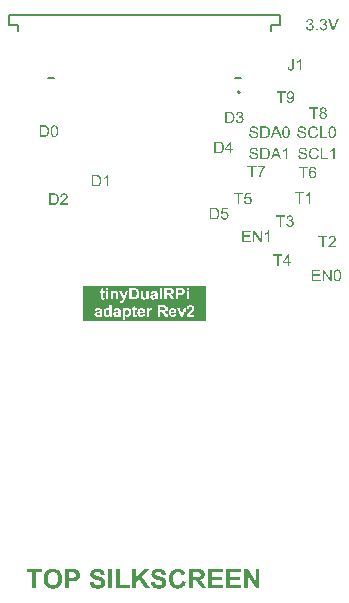
<source format=gto>
G04*
G04 #@! TF.GenerationSoftware,Altium Limited,Altium Designer,22.5.1 (42)*
G04*
G04 Layer_Color=65535*
%FSLAX25Y25*%
%MOIN*%
G70*
G04*
G04 #@! TF.SameCoordinates,A2539C74-7FEE-43BD-A04A-5197B4AA8E51*
G04*
G04*
G04 #@! TF.FilePolarity,Positive*
G04*
G01*
G75*
%ADD10C,0.00787*%
%ADD11C,0.00500*%
G36*
X78745Y8403D02*
Y2930D01*
X37913D01*
Y8403D01*
X78745D01*
D02*
G37*
G36*
Y2930D02*
Y-3266D01*
X37913D01*
Y2930D01*
X78745D01*
D02*
G37*
G36*
X31669Y39432D02*
X31713Y39427D01*
X31769Y39421D01*
X31830Y39410D01*
X31891Y39399D01*
X32035Y39360D01*
X32180Y39305D01*
X32252Y39272D01*
X32324Y39233D01*
X32390Y39183D01*
X32452Y39127D01*
X32457Y39122D01*
X32468Y39116D01*
X32479Y39094D01*
X32502Y39072D01*
X32529Y39044D01*
X32557Y39005D01*
X32585Y38966D01*
X32618Y38916D01*
X32674Y38811D01*
X32729Y38678D01*
X32751Y38611D01*
X32762Y38533D01*
X32774Y38456D01*
X32779Y38372D01*
Y38361D01*
Y38334D01*
X32774Y38289D01*
X32768Y38228D01*
X32757Y38162D01*
X32735Y38084D01*
X32712Y38001D01*
X32679Y37917D01*
X32674Y37906D01*
X32662Y37879D01*
X32640Y37834D01*
X32607Y37773D01*
X32563Y37706D01*
X32507Y37623D01*
X32441Y37540D01*
X32363Y37446D01*
X32352Y37435D01*
X32324Y37401D01*
X32296Y37373D01*
X32268Y37346D01*
X32235Y37312D01*
X32191Y37268D01*
X32146Y37224D01*
X32091Y37174D01*
X32035Y37118D01*
X31969Y37057D01*
X31897Y36996D01*
X31819Y36924D01*
X31730Y36852D01*
X31641Y36774D01*
X31636Y36768D01*
X31625Y36757D01*
X31602Y36741D01*
X31575Y36718D01*
X31541Y36685D01*
X31503Y36652D01*
X31414Y36580D01*
X31319Y36496D01*
X31231Y36413D01*
X31153Y36341D01*
X31120Y36313D01*
X31092Y36286D01*
X31086Y36280D01*
X31070Y36263D01*
X31047Y36241D01*
X31020Y36208D01*
X30992Y36169D01*
X30959Y36130D01*
X30892Y36036D01*
X32785D01*
Y35581D01*
X30237D01*
Y35586D01*
Y35609D01*
Y35642D01*
X30243Y35686D01*
X30248Y35736D01*
X30259Y35792D01*
X30270Y35847D01*
X30293Y35908D01*
Y35914D01*
X30298Y35919D01*
X30309Y35953D01*
X30332Y36003D01*
X30365Y36069D01*
X30409Y36147D01*
X30465Y36236D01*
X30526Y36325D01*
X30603Y36419D01*
Y36424D01*
X30615Y36430D01*
X30642Y36463D01*
X30692Y36513D01*
X30764Y36585D01*
X30848Y36669D01*
X30953Y36768D01*
X31081Y36880D01*
X31220Y36996D01*
X31225Y37002D01*
X31247Y37018D01*
X31280Y37046D01*
X31319Y37079D01*
X31369Y37124D01*
X31430Y37174D01*
X31491Y37229D01*
X31564Y37290D01*
X31702Y37423D01*
X31841Y37557D01*
X31908Y37623D01*
X31969Y37690D01*
X32024Y37751D01*
X32069Y37812D01*
Y37817D01*
X32080Y37823D01*
X32091Y37840D01*
X32102Y37862D01*
X32141Y37923D01*
X32185Y37995D01*
X32224Y38084D01*
X32263Y38178D01*
X32285Y38284D01*
X32296Y38383D01*
Y38389D01*
Y38395D01*
X32291Y38428D01*
X32285Y38483D01*
X32268Y38544D01*
X32246Y38622D01*
X32207Y38700D01*
X32157Y38778D01*
X32091Y38855D01*
X32080Y38866D01*
X32052Y38889D01*
X32013Y38916D01*
X31952Y38955D01*
X31874Y38989D01*
X31786Y39022D01*
X31680Y39044D01*
X31564Y39050D01*
X31530D01*
X31508Y39044D01*
X31442Y39038D01*
X31364Y39022D01*
X31280Y39000D01*
X31186Y38961D01*
X31097Y38911D01*
X31014Y38844D01*
X31003Y38833D01*
X30981Y38805D01*
X30948Y38761D01*
X30914Y38694D01*
X30875Y38617D01*
X30842Y38517D01*
X30820Y38406D01*
X30809Y38278D01*
X30326Y38328D01*
Y38334D01*
X30332Y38350D01*
Y38378D01*
X30337Y38417D01*
X30348Y38461D01*
X30359Y38511D01*
X30376Y38572D01*
X30393Y38633D01*
X30437Y38767D01*
X30503Y38900D01*
X30542Y38966D01*
X30592Y39033D01*
X30642Y39094D01*
X30698Y39149D01*
X30703Y39155D01*
X30714Y39160D01*
X30731Y39177D01*
X30759Y39194D01*
X30792Y39216D01*
X30831Y39238D01*
X30875Y39266D01*
X30931Y39294D01*
X30992Y39322D01*
X31058Y39349D01*
X31131Y39371D01*
X31208Y39394D01*
X31292Y39410D01*
X31380Y39427D01*
X31475Y39432D01*
X31575Y39438D01*
X31630D01*
X31669Y39432D01*
D02*
G37*
G36*
X28200Y39416D02*
X28311Y39410D01*
X28422Y39399D01*
X28533Y39382D01*
X28628Y39366D01*
X28633D01*
X28644Y39360D01*
X28661D01*
X28683Y39349D01*
X28744Y39333D01*
X28822Y39305D01*
X28911Y39266D01*
X29005Y39216D01*
X29099Y39160D01*
X29188Y39088D01*
X29194Y39083D01*
X29199Y39077D01*
X29216Y39061D01*
X29238Y39044D01*
X29294Y38989D01*
X29360Y38911D01*
X29432Y38816D01*
X29510Y38705D01*
X29582Y38578D01*
X29643Y38434D01*
Y38428D01*
X29649Y38417D01*
X29660Y38395D01*
X29665Y38361D01*
X29682Y38322D01*
X29693Y38278D01*
X29704Y38228D01*
X29721Y38167D01*
X29738Y38106D01*
X29749Y38034D01*
X29776Y37879D01*
X29793Y37706D01*
X29799Y37518D01*
Y37512D01*
Y37501D01*
Y37473D01*
Y37446D01*
X29793Y37407D01*
Y37362D01*
X29788Y37257D01*
X29771Y37135D01*
X29754Y37007D01*
X29726Y36874D01*
X29693Y36741D01*
Y36735D01*
X29688Y36724D01*
X29682Y36707D01*
X29677Y36685D01*
X29654Y36624D01*
X29621Y36546D01*
X29588Y36458D01*
X29543Y36369D01*
X29488Y36274D01*
X29432Y36186D01*
X29427Y36175D01*
X29405Y36147D01*
X29371Y36108D01*
X29327Y36058D01*
X29277Y36003D01*
X29216Y35947D01*
X29155Y35886D01*
X29083Y35836D01*
X29072Y35831D01*
X29049Y35814D01*
X29011Y35792D01*
X28955Y35764D01*
X28888Y35731D01*
X28811Y35703D01*
X28722Y35670D01*
X28622Y35642D01*
X28611D01*
X28594Y35636D01*
X28578Y35631D01*
X28522Y35625D01*
X28444Y35614D01*
X28356Y35603D01*
X28250Y35592D01*
X28134Y35586D01*
X28006Y35581D01*
X26624D01*
Y39421D01*
X28100D01*
X28200Y39416D01*
D02*
G37*
G36*
X46285Y41715D02*
X45813D01*
Y44717D01*
X45807Y44712D01*
X45780Y44690D01*
X45746Y44656D01*
X45691Y44618D01*
X45630Y44567D01*
X45552Y44512D01*
X45463Y44451D01*
X45363Y44390D01*
X45358D01*
X45352Y44384D01*
X45319Y44362D01*
X45263Y44334D01*
X45197Y44301D01*
X45119Y44262D01*
X45036Y44223D01*
X44953Y44185D01*
X44869Y44151D01*
Y44606D01*
X44875D01*
X44886Y44618D01*
X44908Y44623D01*
X44936Y44640D01*
X44969Y44656D01*
X45008Y44679D01*
X45103Y44734D01*
X45213Y44795D01*
X45325Y44873D01*
X45441Y44962D01*
X45558Y45056D01*
X45563Y45061D01*
X45569Y45067D01*
X45585Y45084D01*
X45608Y45100D01*
X45658Y45156D01*
X45724Y45222D01*
X45791Y45300D01*
X45863Y45389D01*
X45924Y45478D01*
X45979Y45572D01*
X46285D01*
Y41715D01*
D02*
G37*
G36*
X42405Y45550D02*
X42516Y45544D01*
X42627Y45533D01*
X42738Y45517D01*
X42832Y45500D01*
X42838D01*
X42849Y45494D01*
X42866D01*
X42888Y45483D01*
X42949Y45467D01*
X43027Y45439D01*
X43116Y45400D01*
X43210Y45350D01*
X43304Y45295D01*
X43393Y45222D01*
X43399Y45217D01*
X43404Y45211D01*
X43421Y45195D01*
X43443Y45178D01*
X43499Y45123D01*
X43565Y45045D01*
X43637Y44951D01*
X43715Y44840D01*
X43787Y44712D01*
X43848Y44567D01*
Y44562D01*
X43854Y44551D01*
X43865Y44529D01*
X43870Y44495D01*
X43887Y44456D01*
X43898Y44412D01*
X43909Y44362D01*
X43926Y44301D01*
X43942Y44240D01*
X43954Y44168D01*
X43981Y44012D01*
X43998Y43841D01*
X44004Y43652D01*
Y43646D01*
Y43635D01*
Y43607D01*
Y43580D01*
X43998Y43541D01*
Y43496D01*
X43992Y43391D01*
X43976Y43269D01*
X43959Y43141D01*
X43931Y43008D01*
X43898Y42875D01*
Y42869D01*
X43893Y42858D01*
X43887Y42842D01*
X43881Y42819D01*
X43859Y42758D01*
X43826Y42680D01*
X43793Y42592D01*
X43748Y42503D01*
X43693Y42409D01*
X43637Y42320D01*
X43632Y42309D01*
X43610Y42281D01*
X43576Y42242D01*
X43532Y42192D01*
X43482Y42137D01*
X43421Y42081D01*
X43360Y42020D01*
X43288Y41970D01*
X43277Y41965D01*
X43254Y41948D01*
X43216Y41926D01*
X43160Y41898D01*
X43093Y41865D01*
X43016Y41837D01*
X42927Y41804D01*
X42827Y41776D01*
X42816D01*
X42799Y41770D01*
X42783Y41765D01*
X42727Y41759D01*
X42649Y41748D01*
X42561Y41737D01*
X42455Y41726D01*
X42339Y41720D01*
X42211Y41715D01*
X40829D01*
Y45555D01*
X42305D01*
X42405Y45550D01*
D02*
G37*
G36*
X24990Y62096D02*
X25101Y62090D01*
X25212Y62079D01*
X25323Y62062D01*
X25417Y62046D01*
X25423D01*
X25434Y62040D01*
X25451D01*
X25473Y62029D01*
X25534Y62012D01*
X25612Y61985D01*
X25700Y61946D01*
X25795Y61896D01*
X25889Y61840D01*
X25978Y61768D01*
X25984Y61763D01*
X25989Y61757D01*
X26006Y61740D01*
X26028Y61724D01*
X26083Y61668D01*
X26150Y61591D01*
X26222Y61496D01*
X26300Y61385D01*
X26372Y61258D01*
X26433Y61113D01*
Y61108D01*
X26439Y61097D01*
X26450Y61075D01*
X26455Y61041D01*
X26472Y61002D01*
X26483Y60958D01*
X26494Y60908D01*
X26511Y60847D01*
X26527Y60786D01*
X26539Y60714D01*
X26566Y60558D01*
X26583Y60386D01*
X26588Y60198D01*
Y60192D01*
Y60181D01*
Y60153D01*
Y60125D01*
X26583Y60087D01*
Y60042D01*
X26577Y59937D01*
X26561Y59815D01*
X26544Y59687D01*
X26516Y59554D01*
X26483Y59421D01*
Y59415D01*
X26477Y59404D01*
X26472Y59387D01*
X26466Y59365D01*
X26444Y59304D01*
X26411Y59226D01*
X26377Y59137D01*
X26333Y59049D01*
X26278Y58954D01*
X26222Y58865D01*
X26217Y58854D01*
X26194Y58827D01*
X26161Y58788D01*
X26117Y58738D01*
X26067Y58682D01*
X26006Y58627D01*
X25945Y58566D01*
X25872Y58516D01*
X25861Y58510D01*
X25839Y58494D01*
X25800Y58472D01*
X25745Y58444D01*
X25678Y58411D01*
X25600Y58383D01*
X25512Y58349D01*
X25412Y58322D01*
X25401D01*
X25384Y58316D01*
X25367Y58311D01*
X25312Y58305D01*
X25234Y58294D01*
X25145Y58283D01*
X25040Y58272D01*
X24923Y58266D01*
X24796Y58261D01*
X23414D01*
Y62101D01*
X24890D01*
X24990Y62096D01*
D02*
G37*
G36*
X28459Y62112D02*
X28531Y62101D01*
X28614Y62085D01*
X28703Y62062D01*
X28797Y62035D01*
X28886Y61990D01*
X28892D01*
X28897Y61985D01*
X28925Y61968D01*
X28969Y61940D01*
X29025Y61901D01*
X29086Y61846D01*
X29153Y61785D01*
X29214Y61713D01*
X29275Y61629D01*
X29280Y61618D01*
X29302Y61591D01*
X29325Y61541D01*
X29363Y61468D01*
X29397Y61385D01*
X29441Y61291D01*
X29480Y61180D01*
X29513Y61058D01*
Y61052D01*
X29519Y61041D01*
X29524Y61024D01*
X29530Y60997D01*
X29535Y60963D01*
X29541Y60925D01*
X29552Y60875D01*
X29558Y60819D01*
X29569Y60758D01*
X29574Y60691D01*
X29580Y60614D01*
X29591Y60536D01*
X29596Y60447D01*
Y60359D01*
X29602Y60259D01*
Y60153D01*
Y60148D01*
Y60125D01*
Y60087D01*
Y60042D01*
X29596Y59981D01*
Y59914D01*
X29591Y59842D01*
X29585Y59765D01*
X29569Y59587D01*
X29541Y59404D01*
X29508Y59226D01*
X29485Y59143D01*
X29458Y59060D01*
Y59054D01*
X29452Y59043D01*
X29441Y59021D01*
X29430Y58993D01*
X29419Y58954D01*
X29397Y58916D01*
X29352Y58821D01*
X29297Y58721D01*
X29225Y58610D01*
X29141Y58510D01*
X29041Y58416D01*
X29036D01*
X29030Y58405D01*
X29014Y58394D01*
X28992Y58383D01*
X28964Y58366D01*
X28936Y58344D01*
X28853Y58305D01*
X28753Y58266D01*
X28636Y58227D01*
X28498Y58205D01*
X28348Y58194D01*
X28292D01*
X28253Y58200D01*
X28209Y58205D01*
X28153Y58216D01*
X28093Y58227D01*
X28026Y58244D01*
X27959Y58266D01*
X27887Y58288D01*
X27815Y58322D01*
X27743Y58360D01*
X27671Y58405D01*
X27599Y58460D01*
X27532Y58521D01*
X27471Y58588D01*
X27465Y58594D01*
X27454Y58610D01*
X27438Y58638D01*
X27410Y58682D01*
X27382Y58732D01*
X27354Y58799D01*
X27316Y58877D01*
X27282Y58965D01*
X27249Y59065D01*
X27216Y59182D01*
X27182Y59310D01*
X27154Y59454D01*
X27127Y59609D01*
X27110Y59776D01*
X27099Y59959D01*
X27093Y60153D01*
Y60159D01*
Y60181D01*
Y60220D01*
Y60264D01*
X27099Y60325D01*
Y60392D01*
X27105Y60464D01*
X27110Y60547D01*
X27127Y60719D01*
X27154Y60902D01*
X27188Y61086D01*
X27210Y61169D01*
X27232Y61252D01*
Y61258D01*
X27238Y61269D01*
X27249Y61291D01*
X27260Y61319D01*
X27271Y61357D01*
X27293Y61396D01*
X27338Y61491D01*
X27393Y61591D01*
X27465Y61696D01*
X27549Y61801D01*
X27648Y61890D01*
X27654D01*
X27660Y61901D01*
X27676Y61913D01*
X27698Y61924D01*
X27726Y61946D01*
X27760Y61962D01*
X27843Y62007D01*
X27943Y62046D01*
X28059Y62085D01*
X28198Y62107D01*
X28348Y62118D01*
X28398D01*
X28459Y62112D01*
D02*
G37*
G36*
X120777Y10179D02*
X120250D01*
X118241Y13192D01*
Y10179D01*
X117753D01*
Y14019D01*
X118274D01*
X120289Y11000D01*
Y14019D01*
X120777D01*
Y10179D01*
D02*
G37*
G36*
X116965Y13564D02*
X114695D01*
Y12393D01*
X116820D01*
Y11938D01*
X114695D01*
Y10634D01*
X117053D01*
Y10179D01*
X114184D01*
Y14019D01*
X116965D01*
Y13564D01*
D02*
G37*
G36*
X122803Y14030D02*
X122875Y14019D01*
X122959Y14003D01*
X123047Y13981D01*
X123142Y13953D01*
X123231Y13908D01*
X123236D01*
X123242Y13903D01*
X123269Y13886D01*
X123314Y13858D01*
X123369Y13820D01*
X123430Y13764D01*
X123497Y13703D01*
X123558Y13631D01*
X123619Y13548D01*
X123625Y13536D01*
X123647Y13509D01*
X123669Y13459D01*
X123708Y13387D01*
X123741Y13304D01*
X123786Y13209D01*
X123825Y13098D01*
X123858Y12976D01*
Y12970D01*
X123863Y12959D01*
X123869Y12943D01*
X123874Y12915D01*
X123880Y12882D01*
X123886Y12843D01*
X123897Y12793D01*
X123902Y12737D01*
X123913Y12676D01*
X123919Y12610D01*
X123924Y12532D01*
X123935Y12454D01*
X123941Y12365D01*
Y12277D01*
X123947Y12177D01*
Y12071D01*
Y12066D01*
Y12044D01*
Y12005D01*
Y11960D01*
X123941Y11899D01*
Y11833D01*
X123935Y11761D01*
X123930Y11683D01*
X123913Y11505D01*
X123886Y11322D01*
X123852Y11145D01*
X123830Y11061D01*
X123802Y10978D01*
Y10972D01*
X123797Y10961D01*
X123786Y10939D01*
X123775Y10911D01*
X123763Y10872D01*
X123741Y10834D01*
X123697Y10739D01*
X123641Y10639D01*
X123569Y10528D01*
X123486Y10429D01*
X123386Y10334D01*
X123380D01*
X123375Y10323D01*
X123358Y10312D01*
X123336Y10301D01*
X123308Y10284D01*
X123281Y10262D01*
X123197Y10223D01*
X123098Y10184D01*
X122981Y10146D01*
X122842Y10123D01*
X122692Y10112D01*
X122637D01*
X122598Y10118D01*
X122554Y10123D01*
X122498Y10134D01*
X122437Y10146D01*
X122370Y10162D01*
X122304Y10184D01*
X122232Y10207D01*
X122160Y10240D01*
X122087Y10279D01*
X122015Y10323D01*
X121943Y10379D01*
X121876Y10440D01*
X121815Y10506D01*
X121810Y10512D01*
X121799Y10528D01*
X121782Y10556D01*
X121754Y10601D01*
X121727Y10650D01*
X121699Y10717D01*
X121660Y10795D01*
X121627Y10884D01*
X121593Y10983D01*
X121560Y11100D01*
X121527Y11228D01*
X121499Y11372D01*
X121471Y11528D01*
X121455Y11694D01*
X121444Y11877D01*
X121438Y12071D01*
Y12077D01*
Y12099D01*
Y12138D01*
Y12182D01*
X121444Y12243D01*
Y12310D01*
X121449Y12382D01*
X121455Y12465D01*
X121471Y12637D01*
X121499Y12821D01*
X121532Y13004D01*
X121555Y13087D01*
X121577Y13170D01*
Y13176D01*
X121582Y13187D01*
X121593Y13209D01*
X121605Y13237D01*
X121616Y13276D01*
X121638Y13315D01*
X121682Y13409D01*
X121738Y13509D01*
X121810Y13614D01*
X121893Y13720D01*
X121993Y13808D01*
X121999D01*
X122004Y13820D01*
X122021Y13831D01*
X122043Y13842D01*
X122071Y13864D01*
X122104Y13881D01*
X122187Y13925D01*
X122287Y13964D01*
X122404Y14003D01*
X122543Y14025D01*
X122692Y14036D01*
X122742D01*
X122803Y14030D01*
D02*
G37*
G36*
X97552Y23181D02*
X97025D01*
X95015Y26195D01*
Y23181D01*
X94527D01*
Y27022D01*
X95049D01*
X97063Y24003D01*
Y27022D01*
X97552D01*
Y23181D01*
D02*
G37*
G36*
X99988D02*
X99516D01*
Y26184D01*
X99511Y26178D01*
X99483Y26156D01*
X99450Y26123D01*
X99394Y26084D01*
X99333Y26034D01*
X99256Y25979D01*
X99167Y25918D01*
X99067Y25857D01*
X99061D01*
X99056Y25851D01*
X99023Y25829D01*
X98967Y25801D01*
X98900Y25768D01*
X98823Y25729D01*
X98739Y25690D01*
X98656Y25651D01*
X98573Y25618D01*
Y26073D01*
X98579D01*
X98590Y26084D01*
X98612Y26090D01*
X98640Y26106D01*
X98673Y26123D01*
X98712Y26145D01*
X98806Y26201D01*
X98917Y26262D01*
X99028Y26339D01*
X99145Y26428D01*
X99261Y26522D01*
X99267Y26528D01*
X99272Y26534D01*
X99289Y26550D01*
X99311Y26567D01*
X99361Y26622D01*
X99428Y26689D01*
X99494Y26767D01*
X99566Y26855D01*
X99628Y26944D01*
X99683Y27039D01*
X99988D01*
Y23181D01*
D02*
G37*
G36*
X93739Y26567D02*
X91469D01*
Y25396D01*
X93595D01*
Y24941D01*
X91469D01*
Y23637D01*
X93828D01*
Y23181D01*
X90958D01*
Y27022D01*
X93739D01*
Y26567D01*
D02*
G37*
G36*
X94844Y54690D02*
X94883D01*
X94988Y54679D01*
X95104Y54663D01*
X95227Y54635D01*
X95360Y54601D01*
X95482Y54557D01*
X95487D01*
X95499Y54552D01*
X95515Y54540D01*
X95538Y54529D01*
X95593Y54501D01*
X95665Y54452D01*
X95748Y54396D01*
X95832Y54324D01*
X95909Y54241D01*
X95981Y54146D01*
Y54141D01*
X95987Y54135D01*
X95998Y54119D01*
X96009Y54102D01*
X96037Y54046D01*
X96070Y53974D01*
X96109Y53886D01*
X96137Y53780D01*
X96165Y53669D01*
X96176Y53547D01*
X95687Y53508D01*
Y53514D01*
Y53525D01*
X95682Y53541D01*
X95676Y53569D01*
X95660Y53630D01*
X95637Y53714D01*
X95604Y53802D01*
X95554Y53891D01*
X95493Y53974D01*
X95415Y54052D01*
X95404Y54058D01*
X95376Y54080D01*
X95321Y54113D01*
X95249Y54146D01*
X95155Y54180D01*
X95043Y54213D01*
X94905Y54235D01*
X94749Y54241D01*
X94672D01*
X94638Y54235D01*
X94594Y54230D01*
X94494Y54219D01*
X94383Y54196D01*
X94272Y54169D01*
X94167Y54124D01*
X94122Y54096D01*
X94078Y54069D01*
X94067Y54063D01*
X94045Y54041D01*
X94011Y54002D01*
X93978Y53958D01*
X93939Y53897D01*
X93906Y53830D01*
X93884Y53752D01*
X93872Y53663D01*
Y53652D01*
Y53630D01*
X93878Y53591D01*
X93889Y53547D01*
X93906Y53491D01*
X93933Y53436D01*
X93967Y53380D01*
X94017Y53325D01*
X94022Y53319D01*
X94050Y53303D01*
X94072Y53286D01*
X94094Y53275D01*
X94128Y53258D01*
X94167Y53236D01*
X94217Y53219D01*
X94272Y53197D01*
X94333Y53175D01*
X94405Y53147D01*
X94483Y53125D01*
X94572Y53097D01*
X94672Y53075D01*
X94783Y53048D01*
X94788D01*
X94810Y53042D01*
X94844Y53036D01*
X94883Y53025D01*
X94933Y53014D01*
X94994Y52997D01*
X95055Y52981D01*
X95121Y52964D01*
X95266Y52925D01*
X95404Y52886D01*
X95471Y52864D01*
X95532Y52842D01*
X95587Y52825D01*
X95632Y52803D01*
X95637D01*
X95648Y52798D01*
X95665Y52787D01*
X95687Y52776D01*
X95748Y52742D01*
X95820Y52698D01*
X95904Y52637D01*
X95987Y52570D01*
X96065Y52492D01*
X96131Y52409D01*
X96137Y52398D01*
X96159Y52370D01*
X96181Y52320D01*
X96214Y52254D01*
X96242Y52176D01*
X96270Y52082D01*
X96287Y51976D01*
X96292Y51865D01*
Y51860D01*
Y51854D01*
Y51837D01*
Y51815D01*
X96281Y51754D01*
X96270Y51677D01*
X96248Y51588D01*
X96220Y51493D01*
X96176Y51394D01*
X96115Y51288D01*
Y51283D01*
X96109Y51277D01*
X96081Y51244D01*
X96043Y51194D01*
X95987Y51138D01*
X95915Y51072D01*
X95826Y50999D01*
X95726Y50933D01*
X95610Y50872D01*
X95604D01*
X95593Y50866D01*
X95576Y50861D01*
X95554Y50850D01*
X95521Y50839D01*
X95482Y50822D01*
X95393Y50800D01*
X95288Y50772D01*
X95160Y50744D01*
X95021Y50728D01*
X94871Y50722D01*
X94783D01*
X94738Y50728D01*
X94688D01*
X94633Y50733D01*
X94566Y50739D01*
X94427Y50761D01*
X94283Y50783D01*
X94139Y50822D01*
X94000Y50872D01*
X93995D01*
X93984Y50877D01*
X93967Y50889D01*
X93945Y50900D01*
X93878Y50933D01*
X93800Y50983D01*
X93712Y51050D01*
X93617Y51127D01*
X93528Y51222D01*
X93445Y51327D01*
Y51332D01*
X93434Y51344D01*
X93428Y51360D01*
X93412Y51382D01*
X93401Y51410D01*
X93384Y51443D01*
X93345Y51527D01*
X93306Y51632D01*
X93273Y51749D01*
X93251Y51882D01*
X93240Y52021D01*
X93717Y52065D01*
Y52060D01*
Y52054D01*
X93723Y52037D01*
Y52015D01*
X93734Y51965D01*
X93750Y51893D01*
X93773Y51821D01*
X93795Y51738D01*
X93834Y51660D01*
X93872Y51588D01*
X93878Y51582D01*
X93895Y51560D01*
X93922Y51521D01*
X93967Y51482D01*
X94022Y51432D01*
X94083Y51382D01*
X94167Y51332D01*
X94255Y51288D01*
X94261D01*
X94266Y51283D01*
X94283Y51277D01*
X94300Y51271D01*
X94355Y51255D01*
X94427Y51233D01*
X94516Y51210D01*
X94616Y51194D01*
X94727Y51183D01*
X94849Y51177D01*
X94899D01*
X94955Y51183D01*
X95021Y51188D01*
X95099Y51199D01*
X95188Y51210D01*
X95277Y51233D01*
X95360Y51260D01*
X95371Y51266D01*
X95399Y51277D01*
X95438Y51299D01*
X95487Y51321D01*
X95538Y51360D01*
X95593Y51399D01*
X95648Y51443D01*
X95693Y51499D01*
X95698Y51504D01*
X95710Y51527D01*
X95726Y51555D01*
X95748Y51599D01*
X95771Y51643D01*
X95787Y51699D01*
X95798Y51760D01*
X95804Y51826D01*
Y51832D01*
Y51860D01*
X95798Y51893D01*
X95793Y51938D01*
X95776Y51982D01*
X95759Y52037D01*
X95732Y52093D01*
X95693Y52143D01*
X95687Y52148D01*
X95671Y52165D01*
X95648Y52187D01*
X95610Y52220D01*
X95565Y52254D01*
X95504Y52293D01*
X95432Y52332D01*
X95349Y52365D01*
X95343Y52370D01*
X95315Y52376D01*
X95271Y52393D01*
X95243Y52398D01*
X95204Y52409D01*
X95166Y52426D01*
X95116Y52437D01*
X95060Y52454D01*
X94994Y52470D01*
X94927Y52487D01*
X94849Y52509D01*
X94761Y52531D01*
X94666Y52553D01*
X94661D01*
X94644Y52559D01*
X94616Y52565D01*
X94583Y52576D01*
X94538Y52587D01*
X94489Y52598D01*
X94377Y52631D01*
X94255Y52670D01*
X94128Y52709D01*
X94017Y52748D01*
X93967Y52770D01*
X93922Y52792D01*
X93917D01*
X93911Y52798D01*
X93878Y52820D01*
X93828Y52848D01*
X93773Y52892D01*
X93706Y52942D01*
X93639Y53003D01*
X93573Y53075D01*
X93517Y53153D01*
X93512Y53164D01*
X93495Y53192D01*
X93473Y53236D01*
X93451Y53292D01*
X93428Y53364D01*
X93406Y53447D01*
X93390Y53536D01*
X93384Y53630D01*
Y53636D01*
Y53641D01*
Y53658D01*
Y53680D01*
X93395Y53736D01*
X93406Y53808D01*
X93423Y53891D01*
X93451Y53985D01*
X93489Y54080D01*
X93545Y54174D01*
Y54180D01*
X93550Y54185D01*
X93578Y54219D01*
X93617Y54263D01*
X93667Y54318D01*
X93734Y54379D01*
X93817Y54446D01*
X93917Y54507D01*
X94028Y54563D01*
X94033D01*
X94045Y54568D01*
X94061Y54574D01*
X94083Y54585D01*
X94111Y54596D01*
X94150Y54607D01*
X94233Y54629D01*
X94339Y54651D01*
X94461Y54674D01*
X94588Y54690D01*
X94733Y54696D01*
X94805D01*
X94844Y54690D01*
D02*
G37*
G36*
X106027Y50789D02*
X105555D01*
Y53791D01*
X105550Y53786D01*
X105522Y53763D01*
X105489Y53730D01*
X105433Y53691D01*
X105372Y53641D01*
X105294Y53586D01*
X105206Y53525D01*
X105106Y53464D01*
X105100D01*
X105095Y53458D01*
X105061Y53436D01*
X105006Y53408D01*
X104939Y53375D01*
X104861Y53336D01*
X104778Y53297D01*
X104695Y53258D01*
X104612Y53225D01*
Y53680D01*
X104617D01*
X104628Y53691D01*
X104650Y53697D01*
X104678Y53714D01*
X104712Y53730D01*
X104751Y53752D01*
X104845Y53808D01*
X104956Y53869D01*
X105067Y53947D01*
X105183Y54035D01*
X105300Y54130D01*
X105305Y54135D01*
X105311Y54141D01*
X105328Y54157D01*
X105350Y54174D01*
X105400Y54230D01*
X105466Y54296D01*
X105533Y54374D01*
X105605Y54463D01*
X105666Y54552D01*
X105722Y54646D01*
X106027D01*
Y50789D01*
D02*
G37*
G36*
X104034D02*
X103457D01*
X103008Y51954D01*
X101398D01*
X100982Y50789D01*
X100444D01*
X101909Y54629D01*
X102464D01*
X104034Y50789D01*
D02*
G37*
G36*
X98568Y54624D02*
X98679Y54618D01*
X98790Y54607D01*
X98901Y54590D01*
X98995Y54574D01*
X99001D01*
X99012Y54568D01*
X99028D01*
X99051Y54557D01*
X99112Y54540D01*
X99189Y54513D01*
X99278Y54474D01*
X99373Y54424D01*
X99467Y54368D01*
X99556Y54296D01*
X99561Y54291D01*
X99567Y54285D01*
X99583Y54268D01*
X99606Y54252D01*
X99661Y54196D01*
X99728Y54119D01*
X99800Y54024D01*
X99878Y53913D01*
X99950Y53786D01*
X100011Y53641D01*
Y53636D01*
X100016Y53625D01*
X100027Y53602D01*
X100033Y53569D01*
X100050Y53530D01*
X100061Y53486D01*
X100072Y53436D01*
X100089Y53375D01*
X100105Y53314D01*
X100116Y53242D01*
X100144Y53086D01*
X100161Y52914D01*
X100166Y52725D01*
Y52720D01*
Y52709D01*
Y52681D01*
Y52653D01*
X100161Y52614D01*
Y52570D01*
X100155Y52465D01*
X100138Y52343D01*
X100122Y52215D01*
X100094Y52082D01*
X100061Y51949D01*
Y51943D01*
X100055Y51932D01*
X100050Y51915D01*
X100044Y51893D01*
X100022Y51832D01*
X99989Y51754D01*
X99955Y51666D01*
X99911Y51577D01*
X99855Y51482D01*
X99800Y51394D01*
X99794Y51382D01*
X99772Y51355D01*
X99739Y51316D01*
X99694Y51266D01*
X99644Y51210D01*
X99583Y51155D01*
X99522Y51094D01*
X99450Y51044D01*
X99439Y51038D01*
X99417Y51022D01*
X99378Y50999D01*
X99323Y50972D01*
X99256Y50938D01*
X99178Y50911D01*
X99089Y50877D01*
X98989Y50850D01*
X98978D01*
X98962Y50844D01*
X98945Y50839D01*
X98890Y50833D01*
X98812Y50822D01*
X98723Y50811D01*
X98618Y50800D01*
X98501Y50794D01*
X98374Y50789D01*
X96991D01*
Y54629D01*
X98468D01*
X98568Y54624D01*
D02*
G37*
G36*
X111173Y54690D02*
X111211D01*
X111317Y54679D01*
X111433Y54662D01*
X111556Y54635D01*
X111689Y54601D01*
X111811Y54557D01*
X111816D01*
X111828Y54551D01*
X111844Y54540D01*
X111866Y54529D01*
X111922Y54501D01*
X111994Y54451D01*
X112077Y54396D01*
X112161Y54324D01*
X112238Y54241D01*
X112310Y54146D01*
Y54141D01*
X112316Y54135D01*
X112327Y54118D01*
X112338Y54102D01*
X112366Y54046D01*
X112399Y53974D01*
X112438Y53885D01*
X112466Y53780D01*
X112494Y53669D01*
X112505Y53547D01*
X112016Y53508D01*
Y53513D01*
Y53525D01*
X112011Y53541D01*
X112005Y53569D01*
X111988Y53630D01*
X111966Y53713D01*
X111933Y53802D01*
X111883Y53891D01*
X111822Y53974D01*
X111744Y54052D01*
X111733Y54057D01*
X111705Y54080D01*
X111650Y54113D01*
X111578Y54146D01*
X111483Y54179D01*
X111372Y54213D01*
X111234Y54235D01*
X111078Y54241D01*
X111001D01*
X110967Y54235D01*
X110923Y54229D01*
X110823Y54218D01*
X110712Y54196D01*
X110601Y54168D01*
X110495Y54124D01*
X110451Y54096D01*
X110407Y54068D01*
X110396Y54063D01*
X110373Y54041D01*
X110340Y54002D01*
X110307Y53957D01*
X110268Y53896D01*
X110235Y53830D01*
X110212Y53752D01*
X110201Y53663D01*
Y53652D01*
Y53630D01*
X110207Y53591D01*
X110218Y53547D01*
X110235Y53491D01*
X110262Y53436D01*
X110296Y53380D01*
X110346Y53325D01*
X110351Y53319D01*
X110379Y53303D01*
X110401Y53286D01*
X110423Y53275D01*
X110457Y53258D01*
X110495Y53236D01*
X110545Y53219D01*
X110601Y53197D01*
X110662Y53175D01*
X110734Y53147D01*
X110812Y53125D01*
X110901Y53097D01*
X111001Y53075D01*
X111111Y53047D01*
X111117D01*
X111139Y53042D01*
X111173Y53036D01*
X111211Y53025D01*
X111261Y53014D01*
X111322Y52997D01*
X111383Y52981D01*
X111450Y52964D01*
X111594Y52925D01*
X111733Y52886D01*
X111800Y52864D01*
X111861Y52842D01*
X111916Y52825D01*
X111961Y52803D01*
X111966D01*
X111977Y52798D01*
X111994Y52786D01*
X112016Y52775D01*
X112077Y52742D01*
X112149Y52698D01*
X112233Y52636D01*
X112316Y52570D01*
X112394Y52492D01*
X112460Y52409D01*
X112466Y52398D01*
X112488Y52370D01*
X112510Y52320D01*
X112543Y52254D01*
X112571Y52176D01*
X112599Y52082D01*
X112616Y51976D01*
X112621Y51865D01*
Y51860D01*
Y51854D01*
Y51837D01*
Y51815D01*
X112610Y51754D01*
X112599Y51676D01*
X112577Y51588D01*
X112549Y51493D01*
X112505Y51393D01*
X112443Y51288D01*
Y51282D01*
X112438Y51277D01*
X112410Y51244D01*
X112371Y51193D01*
X112316Y51138D01*
X112244Y51071D01*
X112155Y50999D01*
X112055Y50933D01*
X111939Y50872D01*
X111933D01*
X111922Y50866D01*
X111905Y50861D01*
X111883Y50849D01*
X111850Y50838D01*
X111811Y50822D01*
X111722Y50800D01*
X111617Y50772D01*
X111489Y50744D01*
X111350Y50727D01*
X111200Y50722D01*
X111111D01*
X111067Y50727D01*
X111017D01*
X110962Y50733D01*
X110895Y50739D01*
X110756Y50761D01*
X110612Y50783D01*
X110468Y50822D01*
X110329Y50872D01*
X110323D01*
X110312Y50877D01*
X110296Y50888D01*
X110274Y50899D01*
X110207Y50933D01*
X110129Y50983D01*
X110040Y51049D01*
X109946Y51127D01*
X109857Y51221D01*
X109774Y51327D01*
Y51332D01*
X109763Y51343D01*
X109757Y51360D01*
X109741Y51382D01*
X109730Y51410D01*
X109713Y51443D01*
X109674Y51526D01*
X109635Y51632D01*
X109602Y51749D01*
X109580Y51882D01*
X109569Y52021D01*
X110046Y52065D01*
Y52059D01*
Y52054D01*
X110052Y52037D01*
Y52015D01*
X110063Y51965D01*
X110079Y51893D01*
X110101Y51821D01*
X110124Y51737D01*
X110162Y51660D01*
X110201Y51588D01*
X110207Y51582D01*
X110223Y51560D01*
X110251Y51521D01*
X110296Y51482D01*
X110351Y51432D01*
X110412Y51382D01*
X110495Y51332D01*
X110584Y51288D01*
X110590D01*
X110595Y51282D01*
X110612Y51277D01*
X110629Y51271D01*
X110684Y51255D01*
X110756Y51232D01*
X110845Y51210D01*
X110945Y51193D01*
X111056Y51183D01*
X111178Y51177D01*
X111228D01*
X111284Y51183D01*
X111350Y51188D01*
X111428Y51199D01*
X111517Y51210D01*
X111606Y51232D01*
X111689Y51260D01*
X111700Y51266D01*
X111728Y51277D01*
X111766Y51299D01*
X111816Y51321D01*
X111866Y51360D01*
X111922Y51399D01*
X111977Y51443D01*
X112022Y51499D01*
X112027Y51504D01*
X112038Y51526D01*
X112055Y51554D01*
X112077Y51599D01*
X112099Y51643D01*
X112116Y51699D01*
X112127Y51760D01*
X112133Y51826D01*
Y51832D01*
Y51860D01*
X112127Y51893D01*
X112122Y51937D01*
X112105Y51982D01*
X112088Y52037D01*
X112061Y52093D01*
X112022Y52143D01*
X112016Y52148D01*
X111999Y52165D01*
X111977Y52187D01*
X111939Y52220D01*
X111894Y52254D01*
X111833Y52292D01*
X111761Y52331D01*
X111678Y52365D01*
X111672Y52370D01*
X111644Y52376D01*
X111600Y52392D01*
X111572Y52398D01*
X111533Y52409D01*
X111495Y52426D01*
X111444Y52437D01*
X111389Y52453D01*
X111322Y52470D01*
X111256Y52487D01*
X111178Y52509D01*
X111089Y52531D01*
X110995Y52553D01*
X110989D01*
X110973Y52559D01*
X110945Y52564D01*
X110912Y52575D01*
X110867Y52587D01*
X110817Y52598D01*
X110706Y52631D01*
X110584Y52670D01*
X110457Y52709D01*
X110346Y52748D01*
X110296Y52770D01*
X110251Y52792D01*
X110246D01*
X110240Y52798D01*
X110207Y52820D01*
X110157Y52847D01*
X110101Y52892D01*
X110035Y52942D01*
X109968Y53003D01*
X109902Y53075D01*
X109846Y53153D01*
X109841Y53164D01*
X109824Y53192D01*
X109802Y53236D01*
X109780Y53291D01*
X109757Y53364D01*
X109735Y53447D01*
X109719Y53536D01*
X109713Y53630D01*
Y53636D01*
Y53641D01*
Y53658D01*
Y53680D01*
X109724Y53736D01*
X109735Y53808D01*
X109752Y53891D01*
X109780Y53985D01*
X109818Y54080D01*
X109874Y54174D01*
Y54179D01*
X109879Y54185D01*
X109907Y54218D01*
X109946Y54263D01*
X109996Y54318D01*
X110063Y54379D01*
X110146Y54446D01*
X110246Y54507D01*
X110357Y54562D01*
X110362D01*
X110373Y54568D01*
X110390Y54574D01*
X110412Y54585D01*
X110440Y54596D01*
X110479Y54607D01*
X110562Y54629D01*
X110668Y54651D01*
X110790Y54673D01*
X110917Y54690D01*
X111062Y54696D01*
X111134D01*
X111173Y54690D01*
D02*
G37*
G36*
X115074D02*
X115124Y54685D01*
X115185Y54679D01*
X115246Y54673D01*
X115318Y54657D01*
X115468Y54624D01*
X115635Y54574D01*
X115718Y54540D01*
X115796Y54501D01*
X115873Y54451D01*
X115951Y54401D01*
X115957Y54396D01*
X115968Y54390D01*
X115990Y54374D01*
X116018Y54346D01*
X116045Y54318D01*
X116084Y54279D01*
X116123Y54235D01*
X116168Y54190D01*
X116212Y54135D01*
X116256Y54068D01*
X116306Y54002D01*
X116351Y53930D01*
X116390Y53847D01*
X116434Y53763D01*
X116467Y53674D01*
X116501Y53575D01*
X116001Y53458D01*
Y53464D01*
X115996Y53475D01*
X115984Y53497D01*
X115973Y53525D01*
X115962Y53558D01*
X115946Y53602D01*
X115901Y53691D01*
X115846Y53791D01*
X115779Y53891D01*
X115696Y53985D01*
X115607Y54068D01*
X115596Y54080D01*
X115563Y54102D01*
X115507Y54129D01*
X115435Y54168D01*
X115341Y54202D01*
X115235Y54235D01*
X115108Y54257D01*
X114969Y54263D01*
X114924D01*
X114897Y54257D01*
X114858D01*
X114813Y54252D01*
X114708Y54235D01*
X114591Y54213D01*
X114469Y54174D01*
X114342Y54118D01*
X114225Y54046D01*
X114219D01*
X114214Y54035D01*
X114175Y54007D01*
X114125Y53963D01*
X114064Y53896D01*
X113992Y53813D01*
X113925Y53719D01*
X113864Y53602D01*
X113809Y53475D01*
Y53469D01*
X113803Y53458D01*
X113798Y53441D01*
X113792Y53413D01*
X113781Y53380D01*
X113770Y53341D01*
X113753Y53247D01*
X113731Y53136D01*
X113709Y53014D01*
X113698Y52881D01*
X113692Y52737D01*
Y52731D01*
Y52714D01*
Y52687D01*
Y52653D01*
X113698Y52614D01*
Y52564D01*
X113703Y52509D01*
X113709Y52448D01*
X113726Y52315D01*
X113753Y52170D01*
X113787Y52026D01*
X113831Y51882D01*
Y51876D01*
X113837Y51865D01*
X113848Y51849D01*
X113859Y51821D01*
X113892Y51754D01*
X113942Y51676D01*
X114003Y51588D01*
X114081Y51493D01*
X114170Y51410D01*
X114275Y51332D01*
X114281D01*
X114292Y51327D01*
X114308Y51316D01*
X114330Y51305D01*
X114358Y51293D01*
X114392Y51277D01*
X114469Y51244D01*
X114569Y51210D01*
X114680Y51183D01*
X114802Y51160D01*
X114930Y51155D01*
X114969D01*
X115002Y51160D01*
X115041D01*
X115080Y51166D01*
X115180Y51188D01*
X115296Y51216D01*
X115413Y51260D01*
X115535Y51321D01*
X115596Y51354D01*
X115651Y51399D01*
X115657Y51404D01*
X115663Y51410D01*
X115679Y51427D01*
X115701Y51443D01*
X115724Y51471D01*
X115751Y51504D01*
X115785Y51538D01*
X115812Y51582D01*
X115846Y51632D01*
X115884Y51688D01*
X115918Y51743D01*
X115951Y51810D01*
X115979Y51882D01*
X116007Y51960D01*
X116034Y52043D01*
X116057Y52131D01*
X116567Y52004D01*
Y51998D01*
X116562Y51976D01*
X116551Y51943D01*
X116534Y51898D01*
X116517Y51849D01*
X116495Y51787D01*
X116467Y51721D01*
X116434Y51649D01*
X116356Y51493D01*
X116256Y51338D01*
X116195Y51260D01*
X116134Y51183D01*
X116068Y51116D01*
X115990Y51049D01*
X115984Y51044D01*
X115973Y51033D01*
X115946Y51021D01*
X115918Y50999D01*
X115873Y50972D01*
X115829Y50944D01*
X115768Y50916D01*
X115707Y50888D01*
X115635Y50855D01*
X115557Y50827D01*
X115474Y50800D01*
X115385Y50772D01*
X115291Y50749D01*
X115191Y50739D01*
X115085Y50727D01*
X114974Y50722D01*
X114913D01*
X114869Y50727D01*
X114819D01*
X114758Y50733D01*
X114691Y50744D01*
X114614Y50755D01*
X114453Y50783D01*
X114286Y50827D01*
X114120Y50888D01*
X114042Y50927D01*
X113964Y50972D01*
X113959Y50977D01*
X113948Y50983D01*
X113925Y50999D01*
X113903Y51021D01*
X113870Y51044D01*
X113831Y51077D01*
X113787Y51116D01*
X113742Y51160D01*
X113698Y51210D01*
X113648Y51260D01*
X113548Y51388D01*
X113454Y51538D01*
X113370Y51704D01*
Y51710D01*
X113359Y51726D01*
X113354Y51754D01*
X113337Y51787D01*
X113326Y51832D01*
X113309Y51887D01*
X113287Y51948D01*
X113270Y52015D01*
X113254Y52087D01*
X113232Y52170D01*
X113204Y52342D01*
X113182Y52537D01*
X113171Y52737D01*
Y52742D01*
Y52764D01*
Y52798D01*
X113176Y52836D01*
Y52892D01*
X113182Y52947D01*
X113187Y53019D01*
X113198Y53092D01*
X113226Y53253D01*
X113265Y53430D01*
X113320Y53608D01*
X113398Y53780D01*
X113404Y53785D01*
X113409Y53802D01*
X113420Y53824D01*
X113443Y53852D01*
X113465Y53891D01*
X113493Y53935D01*
X113565Y54035D01*
X113659Y54146D01*
X113770Y54257D01*
X113898Y54368D01*
X114048Y54462D01*
X114053Y54468D01*
X114070Y54474D01*
X114092Y54485D01*
X114120Y54501D01*
X114164Y54518D01*
X114208Y54535D01*
X114264Y54557D01*
X114325Y54579D01*
X114392Y54601D01*
X114464Y54624D01*
X114619Y54657D01*
X114797Y54685D01*
X114980Y54696D01*
X115035D01*
X115074Y54690D01*
D02*
G37*
G36*
X121762Y50788D02*
X121290D01*
Y53791D01*
X121285Y53785D01*
X121257Y53763D01*
X121224Y53730D01*
X121168Y53691D01*
X121107Y53641D01*
X121029Y53586D01*
X120941Y53525D01*
X120841Y53464D01*
X120835D01*
X120830Y53458D01*
X120796Y53436D01*
X120741Y53408D01*
X120674Y53375D01*
X120597Y53336D01*
X120513Y53297D01*
X120430Y53258D01*
X120347Y53225D01*
Y53680D01*
X120352D01*
X120363Y53691D01*
X120386Y53697D01*
X120413Y53713D01*
X120447Y53730D01*
X120485Y53752D01*
X120580Y53808D01*
X120691Y53869D01*
X120802Y53946D01*
X120918Y54035D01*
X121035Y54129D01*
X121040Y54135D01*
X121046Y54141D01*
X121063Y54157D01*
X121085Y54174D01*
X121135Y54229D01*
X121201Y54296D01*
X121268Y54374D01*
X121340Y54462D01*
X121401Y54551D01*
X121457Y54646D01*
X121762D01*
Y50788D01*
D02*
G37*
G36*
X117683Y51244D02*
X119575D01*
Y50788D01*
X117172D01*
Y54629D01*
X117683D01*
Y51244D01*
D02*
G37*
G36*
X110893Y61782D02*
X110932D01*
X111038Y61771D01*
X111154Y61755D01*
X111276Y61727D01*
X111409Y61694D01*
X111531Y61649D01*
X111537D01*
X111548Y61644D01*
X111565Y61632D01*
X111587Y61621D01*
X111643Y61594D01*
X111715Y61544D01*
X111798Y61488D01*
X111881Y61416D01*
X111959Y61333D01*
X112031Y61238D01*
Y61233D01*
X112037Y61227D01*
X112048Y61211D01*
X112059Y61194D01*
X112086Y61138D01*
X112120Y61066D01*
X112159Y60978D01*
X112186Y60872D01*
X112214Y60761D01*
X112225Y60639D01*
X111737Y60600D01*
Y60606D01*
Y60617D01*
X111731Y60633D01*
X111726Y60661D01*
X111709Y60722D01*
X111687Y60805D01*
X111654Y60894D01*
X111604Y60983D01*
X111543Y61066D01*
X111465Y61144D01*
X111454Y61150D01*
X111426Y61172D01*
X111371Y61205D01*
X111298Y61238D01*
X111204Y61272D01*
X111093Y61305D01*
X110954Y61327D01*
X110799Y61333D01*
X110721D01*
X110688Y61327D01*
X110643Y61322D01*
X110544Y61311D01*
X110433Y61288D01*
X110322Y61261D01*
X110216Y61216D01*
X110172Y61189D01*
X110127Y61161D01*
X110116Y61155D01*
X110094Y61133D01*
X110061Y61094D01*
X110028Y61050D01*
X109989Y60989D01*
X109955Y60922D01*
X109933Y60844D01*
X109922Y60756D01*
Y60744D01*
Y60722D01*
X109928Y60683D01*
X109939Y60639D01*
X109955Y60584D01*
X109983Y60528D01*
X110016Y60473D01*
X110066Y60417D01*
X110072Y60412D01*
X110100Y60395D01*
X110122Y60378D01*
X110144Y60367D01*
X110177Y60350D01*
X110216Y60328D01*
X110266Y60312D01*
X110322Y60289D01*
X110383Y60267D01*
X110455Y60239D01*
X110532Y60217D01*
X110621Y60189D01*
X110721Y60167D01*
X110832Y60140D01*
X110838D01*
X110860Y60134D01*
X110893Y60128D01*
X110932Y60117D01*
X110982Y60106D01*
X111043Y60089D01*
X111104Y60073D01*
X111171Y60056D01*
X111315Y60017D01*
X111454Y59978D01*
X111520Y59956D01*
X111582Y59934D01*
X111637Y59917D01*
X111681Y59895D01*
X111687D01*
X111698Y59890D01*
X111715Y59879D01*
X111737Y59868D01*
X111798Y59834D01*
X111870Y59790D01*
X111953Y59729D01*
X112037Y59662D01*
X112114Y59584D01*
X112181Y59501D01*
X112186Y59490D01*
X112209Y59462D01*
X112231Y59412D01*
X112264Y59346D01*
X112292Y59268D01*
X112320Y59174D01*
X112336Y59068D01*
X112342Y58957D01*
Y58952D01*
Y58946D01*
Y58930D01*
Y58907D01*
X112331Y58846D01*
X112320Y58769D01*
X112297Y58680D01*
X112270Y58586D01*
X112225Y58486D01*
X112164Y58380D01*
Y58375D01*
X112159Y58369D01*
X112131Y58336D01*
X112092Y58286D01*
X112037Y58230D01*
X111964Y58164D01*
X111876Y58091D01*
X111776Y58025D01*
X111659Y57964D01*
X111654D01*
X111643Y57958D01*
X111626Y57953D01*
X111604Y57942D01*
X111570Y57931D01*
X111531Y57914D01*
X111443Y57892D01*
X111337Y57864D01*
X111210Y57836D01*
X111071Y57820D01*
X110921Y57814D01*
X110832D01*
X110788Y57820D01*
X110738D01*
X110682Y57825D01*
X110616Y57831D01*
X110477Y57853D01*
X110333Y57875D01*
X110188Y57914D01*
X110050Y57964D01*
X110044D01*
X110033Y57969D01*
X110016Y57981D01*
X109994Y57992D01*
X109928Y58025D01*
X109850Y58075D01*
X109761Y58141D01*
X109667Y58219D01*
X109578Y58314D01*
X109495Y58419D01*
Y58425D01*
X109484Y58436D01*
X109478Y58452D01*
X109461Y58474D01*
X109450Y58502D01*
X109434Y58536D01*
X109395Y58619D01*
X109356Y58724D01*
X109323Y58841D01*
X109300Y58974D01*
X109289Y59113D01*
X109767Y59157D01*
Y59152D01*
Y59146D01*
X109772Y59129D01*
Y59107D01*
X109783Y59057D01*
X109800Y58985D01*
X109822Y58913D01*
X109844Y58830D01*
X109883Y58752D01*
X109922Y58680D01*
X109928Y58674D01*
X109944Y58652D01*
X109972Y58613D01*
X110016Y58574D01*
X110072Y58525D01*
X110133Y58474D01*
X110216Y58425D01*
X110305Y58380D01*
X110310D01*
X110316Y58375D01*
X110333Y58369D01*
X110349Y58363D01*
X110405Y58347D01*
X110477Y58325D01*
X110566Y58302D01*
X110666Y58286D01*
X110777Y58275D01*
X110899Y58269D01*
X110949D01*
X111004Y58275D01*
X111071Y58280D01*
X111149Y58291D01*
X111237Y58302D01*
X111326Y58325D01*
X111409Y58352D01*
X111421Y58358D01*
X111448Y58369D01*
X111487Y58391D01*
X111537Y58413D01*
X111587Y58452D01*
X111643Y58491D01*
X111698Y58536D01*
X111742Y58591D01*
X111748Y58597D01*
X111759Y58619D01*
X111776Y58647D01*
X111798Y58691D01*
X111820Y58735D01*
X111837Y58791D01*
X111848Y58852D01*
X111853Y58918D01*
Y58924D01*
Y58952D01*
X111848Y58985D01*
X111842Y59030D01*
X111826Y59074D01*
X111809Y59129D01*
X111781Y59185D01*
X111742Y59235D01*
X111737Y59240D01*
X111720Y59257D01*
X111698Y59279D01*
X111659Y59312D01*
X111615Y59346D01*
X111554Y59385D01*
X111482Y59424D01*
X111398Y59457D01*
X111393Y59462D01*
X111365Y59468D01*
X111321Y59485D01*
X111293Y59490D01*
X111254Y59501D01*
X111215Y59518D01*
X111165Y59529D01*
X111110Y59546D01*
X111043Y59562D01*
X110977Y59579D01*
X110899Y59601D01*
X110810Y59623D01*
X110716Y59646D01*
X110710D01*
X110694Y59651D01*
X110666Y59657D01*
X110632Y59668D01*
X110588Y59679D01*
X110538Y59690D01*
X110427Y59723D01*
X110305Y59762D01*
X110177Y59801D01*
X110066Y59840D01*
X110016Y59862D01*
X109972Y59884D01*
X109966D01*
X109961Y59890D01*
X109928Y59912D01*
X109878Y59940D01*
X109822Y59984D01*
X109756Y60034D01*
X109689Y60095D01*
X109622Y60167D01*
X109567Y60245D01*
X109561Y60256D01*
X109545Y60284D01*
X109522Y60328D01*
X109500Y60384D01*
X109478Y60456D01*
X109456Y60539D01*
X109439Y60628D01*
X109434Y60722D01*
Y60728D01*
Y60733D01*
Y60750D01*
Y60772D01*
X109445Y60828D01*
X109456Y60900D01*
X109473Y60983D01*
X109500Y61077D01*
X109539Y61172D01*
X109595Y61266D01*
Y61272D01*
X109600Y61277D01*
X109628Y61311D01*
X109667Y61355D01*
X109717Y61410D01*
X109783Y61471D01*
X109866Y61538D01*
X109966Y61599D01*
X110077Y61655D01*
X110083D01*
X110094Y61660D01*
X110111Y61666D01*
X110133Y61677D01*
X110161Y61688D01*
X110199Y61699D01*
X110283Y61721D01*
X110388Y61743D01*
X110510Y61766D01*
X110638Y61782D01*
X110782Y61788D01*
X110854D01*
X110893Y61782D01*
D02*
G37*
G36*
X114795D02*
X114845Y61777D01*
X114906Y61771D01*
X114967Y61766D01*
X115039Y61749D01*
X115189Y61716D01*
X115356Y61666D01*
X115439Y61632D01*
X115516Y61594D01*
X115594Y61544D01*
X115672Y61494D01*
X115677Y61488D01*
X115689Y61483D01*
X115711Y61466D01*
X115738Y61438D01*
X115766Y61410D01*
X115805Y61372D01*
X115844Y61327D01*
X115888Y61283D01*
X115933Y61227D01*
X115977Y61161D01*
X116027Y61094D01*
X116071Y61022D01*
X116110Y60939D01*
X116155Y60855D01*
X116188Y60767D01*
X116221Y60667D01*
X115722Y60550D01*
Y60556D01*
X115716Y60567D01*
X115705Y60589D01*
X115694Y60617D01*
X115683Y60650D01*
X115666Y60694D01*
X115622Y60783D01*
X115566Y60883D01*
X115500Y60983D01*
X115417Y61077D01*
X115328Y61161D01*
X115317Y61172D01*
X115283Y61194D01*
X115228Y61222D01*
X115156Y61261D01*
X115061Y61294D01*
X114956Y61327D01*
X114828Y61349D01*
X114690Y61355D01*
X114645D01*
X114617Y61349D01*
X114578D01*
X114534Y61344D01*
X114429Y61327D01*
X114312Y61305D01*
X114190Y61266D01*
X114062Y61211D01*
X113946Y61138D01*
X113940D01*
X113935Y61127D01*
X113896Y61100D01*
X113846Y61055D01*
X113785Y60989D01*
X113713Y60905D01*
X113646Y60811D01*
X113585Y60694D01*
X113530Y60567D01*
Y60561D01*
X113524Y60550D01*
X113518Y60534D01*
X113513Y60506D01*
X113502Y60473D01*
X113491Y60434D01*
X113474Y60339D01*
X113452Y60228D01*
X113430Y60106D01*
X113418Y59973D01*
X113413Y59829D01*
Y59823D01*
Y59807D01*
Y59779D01*
Y59746D01*
X113418Y59707D01*
Y59657D01*
X113424Y59601D01*
X113430Y59540D01*
X113446Y59407D01*
X113474Y59263D01*
X113507Y59118D01*
X113552Y58974D01*
Y58968D01*
X113557Y58957D01*
X113568Y58941D01*
X113579Y58913D01*
X113613Y58846D01*
X113663Y58769D01*
X113724Y58680D01*
X113802Y58586D01*
X113890Y58502D01*
X113996Y58425D01*
X114001D01*
X114012Y58419D01*
X114029Y58408D01*
X114051Y58397D01*
X114079Y58386D01*
X114112Y58369D01*
X114190Y58336D01*
X114290Y58302D01*
X114401Y58275D01*
X114523Y58253D01*
X114651Y58247D01*
X114690D01*
X114723Y58253D01*
X114762D01*
X114801Y58258D01*
X114900Y58280D01*
X115017Y58308D01*
X115134Y58352D01*
X115256Y58413D01*
X115317Y58447D01*
X115372Y58491D01*
X115378Y58497D01*
X115383Y58502D01*
X115400Y58519D01*
X115422Y58536D01*
X115444Y58563D01*
X115472Y58597D01*
X115505Y58630D01*
X115533Y58674D01*
X115566Y58724D01*
X115605Y58780D01*
X115638Y58835D01*
X115672Y58902D01*
X115700Y58974D01*
X115727Y59052D01*
X115755Y59135D01*
X115777Y59224D01*
X116288Y59096D01*
Y59091D01*
X116282Y59068D01*
X116271Y59035D01*
X116255Y58991D01*
X116238Y58941D01*
X116216Y58880D01*
X116188Y58813D01*
X116155Y58741D01*
X116077Y58586D01*
X115977Y58430D01*
X115916Y58352D01*
X115855Y58275D01*
X115788Y58208D01*
X115711Y58141D01*
X115705Y58136D01*
X115694Y58125D01*
X115666Y58114D01*
X115638Y58091D01*
X115594Y58064D01*
X115550Y58036D01*
X115489Y58008D01*
X115428Y57981D01*
X115356Y57947D01*
X115278Y57920D01*
X115194Y57892D01*
X115106Y57864D01*
X115011Y57842D01*
X114911Y57831D01*
X114806Y57820D01*
X114695Y57814D01*
X114634D01*
X114590Y57820D01*
X114540D01*
X114479Y57825D01*
X114412Y57836D01*
X114334Y57847D01*
X114173Y57875D01*
X114007Y57920D01*
X113840Y57981D01*
X113763Y58019D01*
X113685Y58064D01*
X113679Y58069D01*
X113668Y58075D01*
X113646Y58091D01*
X113624Y58114D01*
X113591Y58136D01*
X113552Y58169D01*
X113507Y58208D01*
X113463Y58253D01*
X113418Y58302D01*
X113369Y58352D01*
X113269Y58480D01*
X113174Y58630D01*
X113091Y58796D01*
Y58802D01*
X113080Y58819D01*
X113074Y58846D01*
X113058Y58880D01*
X113047Y58924D01*
X113030Y58979D01*
X113008Y59041D01*
X112991Y59107D01*
X112975Y59179D01*
X112952Y59263D01*
X112925Y59435D01*
X112902Y59629D01*
X112891Y59829D01*
Y59834D01*
Y59856D01*
Y59890D01*
X112897Y59929D01*
Y59984D01*
X112902Y60040D01*
X112908Y60112D01*
X112919Y60184D01*
X112947Y60345D01*
X112986Y60523D01*
X113041Y60700D01*
X113119Y60872D01*
X113124Y60878D01*
X113130Y60894D01*
X113141Y60917D01*
X113163Y60944D01*
X113185Y60983D01*
X113213Y61027D01*
X113285Y61127D01*
X113380Y61238D01*
X113491Y61349D01*
X113618Y61460D01*
X113768Y61555D01*
X113774Y61560D01*
X113790Y61566D01*
X113813Y61577D01*
X113840Y61594D01*
X113885Y61610D01*
X113929Y61627D01*
X113985Y61649D01*
X114046Y61671D01*
X114112Y61694D01*
X114184Y61716D01*
X114340Y61749D01*
X114517Y61777D01*
X114701Y61788D01*
X114756D01*
X114795Y61782D01*
D02*
G37*
G36*
X117403Y58336D02*
X119296D01*
Y57881D01*
X116893D01*
Y61721D01*
X117403D01*
Y58336D01*
D02*
G37*
G36*
X121072Y61732D02*
X121144Y61721D01*
X121227Y61705D01*
X121316Y61682D01*
X121411Y61655D01*
X121499Y61610D01*
X121505D01*
X121510Y61605D01*
X121538Y61588D01*
X121583Y61560D01*
X121638Y61522D01*
X121699Y61466D01*
X121766Y61405D01*
X121827Y61333D01*
X121888Y61250D01*
X121893Y61238D01*
X121916Y61211D01*
X121938Y61161D01*
X121977Y61089D01*
X122010Y61005D01*
X122054Y60911D01*
X122093Y60800D01*
X122126Y60678D01*
Y60672D01*
X122132Y60661D01*
X122138Y60645D01*
X122143Y60617D01*
X122149Y60584D01*
X122154Y60545D01*
X122165Y60495D01*
X122171Y60439D01*
X122182Y60378D01*
X122187Y60312D01*
X122193Y60234D01*
X122204Y60156D01*
X122210Y60067D01*
Y59978D01*
X122215Y59879D01*
Y59773D01*
Y59768D01*
Y59746D01*
Y59707D01*
Y59662D01*
X122210Y59601D01*
Y59535D01*
X122204Y59462D01*
X122199Y59385D01*
X122182Y59207D01*
X122154Y59024D01*
X122121Y58846D01*
X122099Y58763D01*
X122071Y58680D01*
Y58674D01*
X122065Y58663D01*
X122054Y58641D01*
X122043Y58613D01*
X122032Y58574D01*
X122010Y58536D01*
X121966Y58441D01*
X121910Y58341D01*
X121838Y58230D01*
X121755Y58130D01*
X121655Y58036D01*
X121649D01*
X121644Y58025D01*
X121627Y58014D01*
X121605Y58003D01*
X121577Y57986D01*
X121549Y57964D01*
X121466Y57925D01*
X121366Y57886D01*
X121250Y57847D01*
X121111Y57825D01*
X120961Y57814D01*
X120905D01*
X120867Y57820D01*
X120822Y57825D01*
X120767Y57836D01*
X120706Y57847D01*
X120639Y57864D01*
X120572Y57886D01*
X120500Y57908D01*
X120428Y57942D01*
X120356Y57981D01*
X120284Y58025D01*
X120212Y58080D01*
X120145Y58141D01*
X120084Y58208D01*
X120079Y58214D01*
X120067Y58230D01*
X120051Y58258D01*
X120023Y58302D01*
X119995Y58352D01*
X119967Y58419D01*
X119929Y58497D01*
X119895Y58586D01*
X119862Y58685D01*
X119829Y58802D01*
X119796Y58930D01*
X119768Y59074D01*
X119740Y59229D01*
X119723Y59396D01*
X119712Y59579D01*
X119707Y59773D01*
Y59779D01*
Y59801D01*
Y59840D01*
Y59884D01*
X119712Y59945D01*
Y60012D01*
X119718Y60084D01*
X119723Y60167D01*
X119740Y60339D01*
X119768Y60523D01*
X119801Y60706D01*
X119823Y60789D01*
X119845Y60872D01*
Y60878D01*
X119851Y60889D01*
X119862Y60911D01*
X119873Y60939D01*
X119884Y60978D01*
X119906Y61016D01*
X119951Y61111D01*
X120006Y61211D01*
X120079Y61316D01*
X120162Y61422D01*
X120262Y61510D01*
X120267D01*
X120273Y61522D01*
X120289Y61533D01*
X120312Y61544D01*
X120339Y61566D01*
X120373Y61582D01*
X120456Y61627D01*
X120556Y61666D01*
X120672Y61705D01*
X120811Y61727D01*
X120961Y61738D01*
X121011D01*
X121072Y61732D01*
D02*
G37*
G36*
X94895Y61782D02*
X94934D01*
X95039Y61771D01*
X95156Y61755D01*
X95278Y61727D01*
X95411Y61693D01*
X95533Y61649D01*
X95539D01*
X95550Y61643D01*
X95566Y61632D01*
X95589Y61621D01*
X95644Y61594D01*
X95716Y61544D01*
X95800Y61488D01*
X95883Y61416D01*
X95961Y61333D01*
X96033Y61238D01*
Y61233D01*
X96038Y61227D01*
X96049Y61211D01*
X96061Y61194D01*
X96088Y61138D01*
X96122Y61066D01*
X96160Y60978D01*
X96188Y60872D01*
X96216Y60761D01*
X96227Y60639D01*
X95739Y60600D01*
Y60606D01*
Y60617D01*
X95733Y60633D01*
X95727Y60661D01*
X95711Y60722D01*
X95689Y60805D01*
X95655Y60894D01*
X95605Y60983D01*
X95544Y61066D01*
X95467Y61144D01*
X95455Y61150D01*
X95428Y61172D01*
X95372Y61205D01*
X95300Y61238D01*
X95206Y61272D01*
X95095Y61305D01*
X94956Y61327D01*
X94801Y61333D01*
X94723D01*
X94690Y61327D01*
X94645Y61322D01*
X94545Y61310D01*
X94434Y61288D01*
X94323Y61261D01*
X94218Y61216D01*
X94174Y61188D01*
X94129Y61161D01*
X94118Y61155D01*
X94096Y61133D01*
X94063Y61094D01*
X94029Y61050D01*
X93990Y60989D01*
X93957Y60922D01*
X93935Y60844D01*
X93924Y60755D01*
Y60744D01*
Y60722D01*
X93929Y60683D01*
X93940Y60639D01*
X93957Y60584D01*
X93985Y60528D01*
X94018Y60473D01*
X94068Y60417D01*
X94074Y60411D01*
X94101Y60395D01*
X94124Y60378D01*
X94146Y60367D01*
X94179Y60350D01*
X94218Y60328D01*
X94268Y60312D01*
X94323Y60289D01*
X94384Y60267D01*
X94456Y60239D01*
X94534Y60217D01*
X94623Y60189D01*
X94723Y60167D01*
X94834Y60139D01*
X94840D01*
X94862Y60134D01*
X94895Y60128D01*
X94934Y60117D01*
X94984Y60106D01*
X95045Y60089D01*
X95106Y60073D01*
X95173Y60056D01*
X95317Y60017D01*
X95455Y59978D01*
X95522Y59956D01*
X95583Y59934D01*
X95639Y59917D01*
X95683Y59895D01*
X95689D01*
X95700Y59890D01*
X95716Y59879D01*
X95739Y59868D01*
X95800Y59834D01*
X95872Y59790D01*
X95955Y59729D01*
X96038Y59662D01*
X96116Y59584D01*
X96183Y59501D01*
X96188Y59490D01*
X96210Y59462D01*
X96232Y59412D01*
X96266Y59346D01*
X96294Y59268D01*
X96321Y59174D01*
X96338Y59068D01*
X96343Y58957D01*
Y58952D01*
Y58946D01*
Y58930D01*
Y58907D01*
X96332Y58846D01*
X96321Y58769D01*
X96299Y58680D01*
X96271Y58586D01*
X96227Y58486D01*
X96166Y58380D01*
Y58375D01*
X96160Y58369D01*
X96133Y58336D01*
X96094Y58286D01*
X96038Y58230D01*
X95966Y58164D01*
X95877Y58091D01*
X95777Y58025D01*
X95661Y57964D01*
X95655D01*
X95644Y57958D01*
X95628Y57953D01*
X95605Y57942D01*
X95572Y57931D01*
X95533Y57914D01*
X95444Y57892D01*
X95339Y57864D01*
X95211Y57836D01*
X95073Y57820D01*
X94923Y57814D01*
X94834D01*
X94789Y57820D01*
X94740D01*
X94684Y57825D01*
X94617Y57831D01*
X94479Y57853D01*
X94334Y57875D01*
X94190Y57914D01*
X94051Y57964D01*
X94046D01*
X94035Y57969D01*
X94018Y57981D01*
X93996Y57992D01*
X93929Y58025D01*
X93852Y58075D01*
X93763Y58141D01*
X93668Y58219D01*
X93580Y58314D01*
X93496Y58419D01*
Y58425D01*
X93485Y58436D01*
X93480Y58452D01*
X93463Y58474D01*
X93452Y58502D01*
X93435Y58535D01*
X93397Y58619D01*
X93358Y58724D01*
X93324Y58841D01*
X93302Y58974D01*
X93291Y59113D01*
X93768Y59157D01*
Y59152D01*
Y59146D01*
X93774Y59129D01*
Y59107D01*
X93785Y59057D01*
X93802Y58985D01*
X93824Y58913D01*
X93846Y58830D01*
X93885Y58752D01*
X93924Y58680D01*
X93929Y58674D01*
X93946Y58652D01*
X93974Y58613D01*
X94018Y58574D01*
X94074Y58524D01*
X94135Y58474D01*
X94218Y58425D01*
X94307Y58380D01*
X94312D01*
X94318Y58375D01*
X94334Y58369D01*
X94351Y58363D01*
X94407Y58347D01*
X94479Y58325D01*
X94568Y58302D01*
X94667Y58286D01*
X94778Y58275D01*
X94901Y58269D01*
X94950D01*
X95006Y58275D01*
X95073Y58280D01*
X95150Y58291D01*
X95239Y58302D01*
X95328Y58325D01*
X95411Y58352D01*
X95422Y58358D01*
X95450Y58369D01*
X95489Y58391D01*
X95539Y58413D01*
X95589Y58452D01*
X95644Y58491D01*
X95700Y58535D01*
X95744Y58591D01*
X95750Y58597D01*
X95761Y58619D01*
X95777Y58647D01*
X95800Y58691D01*
X95822Y58735D01*
X95838Y58791D01*
X95850Y58852D01*
X95855Y58918D01*
Y58924D01*
Y58952D01*
X95850Y58985D01*
X95844Y59029D01*
X95827Y59074D01*
X95811Y59129D01*
X95783Y59185D01*
X95744Y59235D01*
X95739Y59240D01*
X95722Y59257D01*
X95700Y59279D01*
X95661Y59312D01*
X95617Y59346D01*
X95555Y59385D01*
X95483Y59424D01*
X95400Y59457D01*
X95394Y59462D01*
X95367Y59468D01*
X95322Y59485D01*
X95295Y59490D01*
X95256Y59501D01*
X95217Y59518D01*
X95167Y59529D01*
X95111Y59546D01*
X95045Y59562D01*
X94978Y59579D01*
X94901Y59601D01*
X94812Y59623D01*
X94717Y59645D01*
X94712D01*
X94695Y59651D01*
X94667Y59657D01*
X94634Y59668D01*
X94590Y59679D01*
X94540Y59690D01*
X94429Y59723D01*
X94307Y59762D01*
X94179Y59801D01*
X94068Y59840D01*
X94018Y59862D01*
X93974Y59884D01*
X93968D01*
X93963Y59890D01*
X93929Y59912D01*
X93879Y59940D01*
X93824Y59984D01*
X93757Y60034D01*
X93691Y60095D01*
X93624Y60167D01*
X93568Y60245D01*
X93563Y60256D01*
X93546Y60284D01*
X93524Y60328D01*
X93502Y60384D01*
X93480Y60456D01*
X93458Y60539D01*
X93441Y60628D01*
X93435Y60722D01*
Y60728D01*
Y60733D01*
Y60750D01*
Y60772D01*
X93446Y60828D01*
X93458Y60900D01*
X93474Y60983D01*
X93502Y61077D01*
X93541Y61172D01*
X93596Y61266D01*
Y61272D01*
X93602Y61277D01*
X93630Y61310D01*
X93668Y61355D01*
X93718Y61410D01*
X93785Y61471D01*
X93868Y61538D01*
X93968Y61599D01*
X94079Y61655D01*
X94085D01*
X94096Y61660D01*
X94112Y61666D01*
X94135Y61677D01*
X94162Y61688D01*
X94201Y61699D01*
X94284Y61721D01*
X94390Y61743D01*
X94512Y61766D01*
X94640Y61782D01*
X94784Y61788D01*
X94856D01*
X94895Y61782D01*
D02*
G37*
G36*
X104086Y57881D02*
X103509D01*
X103059Y59046D01*
X101450D01*
X101033Y57881D01*
X100495D01*
X101960Y61721D01*
X102515D01*
X104086Y57881D01*
D02*
G37*
G36*
X98619Y61716D02*
X98730Y61710D01*
X98841Y61699D01*
X98952Y61682D01*
X99046Y61666D01*
X99052D01*
X99063Y61660D01*
X99080D01*
X99102Y61649D01*
X99163Y61632D01*
X99241Y61605D01*
X99329Y61566D01*
X99424Y61516D01*
X99518Y61460D01*
X99607Y61388D01*
X99612Y61383D01*
X99618Y61377D01*
X99635Y61361D01*
X99657Y61344D01*
X99712Y61288D01*
X99779Y61211D01*
X99851Y61116D01*
X99929Y61005D01*
X100001Y60878D01*
X100062Y60733D01*
Y60728D01*
X100068Y60717D01*
X100079Y60694D01*
X100084Y60661D01*
X100101Y60622D01*
X100112Y60578D01*
X100123Y60528D01*
X100140Y60467D01*
X100156Y60406D01*
X100168Y60334D01*
X100195Y60178D01*
X100212Y60006D01*
X100217Y59818D01*
Y59812D01*
Y59801D01*
Y59773D01*
Y59745D01*
X100212Y59707D01*
Y59662D01*
X100206Y59557D01*
X100190Y59435D01*
X100173Y59307D01*
X100145Y59174D01*
X100112Y59040D01*
Y59035D01*
X100106Y59024D01*
X100101Y59007D01*
X100095Y58985D01*
X100073Y58924D01*
X100040Y58846D01*
X100006Y58758D01*
X99962Y58669D01*
X99907Y58574D01*
X99851Y58486D01*
X99846Y58474D01*
X99823Y58447D01*
X99790Y58408D01*
X99746Y58358D01*
X99696Y58302D01*
X99635Y58247D01*
X99574Y58186D01*
X99502Y58136D01*
X99490Y58130D01*
X99468Y58114D01*
X99429Y58091D01*
X99374Y58064D01*
X99307Y58030D01*
X99230Y58003D01*
X99141Y57969D01*
X99041Y57942D01*
X99030D01*
X99013Y57936D01*
X98996Y57931D01*
X98941Y57925D01*
X98863Y57914D01*
X98774Y57903D01*
X98669Y57892D01*
X98552Y57886D01*
X98425Y57881D01*
X97043D01*
Y61721D01*
X98519D01*
X98619Y61716D01*
D02*
G37*
G36*
X105667Y61732D02*
X105740Y61721D01*
X105823Y61704D01*
X105912Y61682D01*
X106006Y61655D01*
X106095Y61610D01*
X106100D01*
X106106Y61605D01*
X106134Y61588D01*
X106178Y61560D01*
X106234Y61521D01*
X106295Y61466D01*
X106361Y61405D01*
X106422Y61333D01*
X106483Y61250D01*
X106489Y61238D01*
X106511Y61211D01*
X106533Y61161D01*
X106572Y61089D01*
X106606Y61005D01*
X106650Y60911D01*
X106689Y60800D01*
X106722Y60678D01*
Y60672D01*
X106728Y60661D01*
X106733Y60645D01*
X106739Y60617D01*
X106744Y60584D01*
X106750Y60545D01*
X106761Y60495D01*
X106766Y60439D01*
X106778Y60378D01*
X106783Y60312D01*
X106789Y60234D01*
X106800Y60156D01*
X106805Y60067D01*
Y59978D01*
X106811Y59879D01*
Y59773D01*
Y59768D01*
Y59745D01*
Y59707D01*
Y59662D01*
X106805Y59601D01*
Y59535D01*
X106800Y59462D01*
X106794Y59385D01*
X106778Y59207D01*
X106750Y59024D01*
X106717Y58846D01*
X106694Y58763D01*
X106667Y58680D01*
Y58674D01*
X106661Y58663D01*
X106650Y58641D01*
X106639Y58613D01*
X106628Y58574D01*
X106606Y58535D01*
X106561Y58441D01*
X106506Y58341D01*
X106433Y58230D01*
X106350Y58130D01*
X106250Y58036D01*
X106245D01*
X106239Y58025D01*
X106222Y58014D01*
X106200Y58003D01*
X106173Y57986D01*
X106145Y57964D01*
X106062Y57925D01*
X105962Y57886D01*
X105845Y57847D01*
X105706Y57825D01*
X105556Y57814D01*
X105501D01*
X105462Y57820D01*
X105418Y57825D01*
X105362Y57836D01*
X105301Y57847D01*
X105235Y57864D01*
X105168Y57886D01*
X105096Y57908D01*
X105024Y57942D01*
X104952Y57981D01*
X104879Y58025D01*
X104807Y58080D01*
X104741Y58141D01*
X104680Y58208D01*
X104674Y58214D01*
X104663Y58230D01*
X104646Y58258D01*
X104619Y58302D01*
X104591Y58352D01*
X104563Y58419D01*
X104524Y58497D01*
X104491Y58586D01*
X104458Y58685D01*
X104424Y58802D01*
X104391Y58930D01*
X104363Y59074D01*
X104335Y59229D01*
X104319Y59396D01*
X104308Y59579D01*
X104302Y59773D01*
Y59779D01*
Y59801D01*
Y59840D01*
Y59884D01*
X104308Y59945D01*
Y60012D01*
X104313Y60084D01*
X104319Y60167D01*
X104335Y60339D01*
X104363Y60522D01*
X104397Y60706D01*
X104419Y60789D01*
X104441Y60872D01*
Y60878D01*
X104446Y60889D01*
X104458Y60911D01*
X104469Y60939D01*
X104480Y60978D01*
X104502Y61016D01*
X104546Y61111D01*
X104602Y61211D01*
X104674Y61316D01*
X104757Y61422D01*
X104857Y61510D01*
X104863D01*
X104868Y61521D01*
X104885Y61532D01*
X104907Y61544D01*
X104935Y61566D01*
X104968Y61582D01*
X105052Y61627D01*
X105151Y61666D01*
X105268Y61704D01*
X105407Y61727D01*
X105556Y61738D01*
X105606D01*
X105667Y61732D01*
D02*
G37*
G36*
X118072Y97603D02*
X118144Y97592D01*
X118233Y97575D01*
X118333Y97548D01*
X118432Y97514D01*
X118532Y97470D01*
X118538D01*
X118543Y97464D01*
X118577Y97448D01*
X118627Y97414D01*
X118682Y97376D01*
X118749Y97320D01*
X118815Y97259D01*
X118882Y97187D01*
X118937Y97104D01*
X118943Y97092D01*
X118960Y97065D01*
X118982Y97015D01*
X119010Y96954D01*
X119037Y96882D01*
X119060Y96798D01*
X119076Y96704D01*
X119082Y96610D01*
Y96599D01*
Y96565D01*
X119076Y96521D01*
X119065Y96460D01*
X119048Y96388D01*
X119021Y96310D01*
X118987Y96232D01*
X118943Y96154D01*
X118937Y96143D01*
X118921Y96121D01*
X118887Y96082D01*
X118843Y96038D01*
X118788Y95988D01*
X118721Y95933D01*
X118643Y95883D01*
X118549Y95833D01*
X118554D01*
X118566Y95827D01*
X118582Y95821D01*
X118604Y95816D01*
X118666Y95794D01*
X118743Y95761D01*
X118832Y95716D01*
X118921Y95661D01*
X119004Y95588D01*
X119082Y95505D01*
X119087Y95494D01*
X119109Y95461D01*
X119143Y95405D01*
X119176Y95333D01*
X119209Y95244D01*
X119243Y95139D01*
X119265Y95017D01*
X119270Y94884D01*
Y94878D01*
Y94861D01*
Y94834D01*
X119265Y94800D01*
X119259Y94756D01*
X119248Y94706D01*
X119237Y94651D01*
X119226Y94589D01*
X119182Y94456D01*
X119148Y94384D01*
X119115Y94318D01*
X119071Y94245D01*
X119021Y94173D01*
X118965Y94101D01*
X118899Y94034D01*
X118893Y94029D01*
X118882Y94018D01*
X118860Y94001D01*
X118832Y93979D01*
X118799Y93951D01*
X118754Y93923D01*
X118704Y93890D01*
X118643Y93862D01*
X118582Y93829D01*
X118510Y93796D01*
X118438Y93768D01*
X118355Y93740D01*
X118266Y93718D01*
X118172Y93701D01*
X118077Y93690D01*
X117972Y93685D01*
X117922D01*
X117888Y93690D01*
X117844Y93696D01*
X117794Y93701D01*
X117739Y93713D01*
X117678Y93724D01*
X117544Y93757D01*
X117406Y93812D01*
X117333Y93846D01*
X117267Y93885D01*
X117200Y93935D01*
X117134Y93985D01*
X117128Y93990D01*
X117117Y94001D01*
X117100Y94018D01*
X117084Y94040D01*
X117056Y94068D01*
X117028Y94107D01*
X116995Y94145D01*
X116962Y94195D01*
X116928Y94251D01*
X116895Y94306D01*
X116834Y94440D01*
X116784Y94595D01*
X116767Y94678D01*
X116756Y94767D01*
X117228Y94828D01*
Y94823D01*
X117234Y94811D01*
X117239Y94789D01*
X117245Y94762D01*
X117250Y94728D01*
X117261Y94689D01*
X117289Y94606D01*
X117328Y94506D01*
X117378Y94412D01*
X117433Y94323D01*
X117500Y94245D01*
X117511Y94240D01*
X117533Y94218D01*
X117578Y94190D01*
X117633Y94162D01*
X117700Y94129D01*
X117783Y94101D01*
X117877Y94079D01*
X117977Y94073D01*
X118011D01*
X118033Y94079D01*
X118094Y94084D01*
X118172Y94101D01*
X118260Y94129D01*
X118355Y94168D01*
X118449Y94223D01*
X118538Y94301D01*
X118549Y94312D01*
X118577Y94345D01*
X118610Y94395D01*
X118654Y94462D01*
X118699Y94545D01*
X118732Y94639D01*
X118760Y94750D01*
X118771Y94872D01*
Y94878D01*
Y94889D01*
Y94906D01*
X118765Y94928D01*
X118760Y94989D01*
X118743Y95061D01*
X118721Y95150D01*
X118682Y95239D01*
X118627Y95328D01*
X118554Y95411D01*
X118543Y95422D01*
X118516Y95444D01*
X118471Y95477D01*
X118410Y95516D01*
X118333Y95555D01*
X118238Y95588D01*
X118133Y95611D01*
X118016Y95622D01*
X117966D01*
X117927Y95616D01*
X117877Y95611D01*
X117822Y95600D01*
X117755Y95588D01*
X117683Y95572D01*
X117739Y95988D01*
X117766D01*
X117789Y95982D01*
X117861D01*
X117922Y95994D01*
X117994Y96005D01*
X118077Y96021D01*
X118172Y96049D01*
X118260Y96088D01*
X118355Y96138D01*
X118360D01*
X118366Y96143D01*
X118394Y96166D01*
X118432Y96205D01*
X118477Y96254D01*
X118521Y96327D01*
X118560Y96410D01*
X118588Y96504D01*
X118599Y96560D01*
Y96621D01*
Y96626D01*
Y96632D01*
Y96665D01*
X118588Y96710D01*
X118577Y96771D01*
X118554Y96837D01*
X118527Y96909D01*
X118482Y96982D01*
X118421Y97048D01*
X118416Y97054D01*
X118388Y97076D01*
X118349Y97104D01*
X118299Y97137D01*
X118233Y97165D01*
X118155Y97192D01*
X118066Y97215D01*
X117966Y97220D01*
X117922D01*
X117872Y97209D01*
X117805Y97198D01*
X117733Y97176D01*
X117661Y97148D01*
X117583Y97104D01*
X117511Y97048D01*
X117506Y97043D01*
X117483Y97015D01*
X117450Y96976D01*
X117411Y96920D01*
X117372Y96848D01*
X117333Y96759D01*
X117300Y96654D01*
X117278Y96532D01*
X116806Y96615D01*
Y96621D01*
X116812Y96637D01*
X116817Y96660D01*
X116823Y96693D01*
X116834Y96732D01*
X116851Y96776D01*
X116884Y96882D01*
X116939Y97004D01*
X117006Y97126D01*
X117089Y97242D01*
X117195Y97348D01*
X117200Y97353D01*
X117211Y97359D01*
X117228Y97370D01*
X117250Y97387D01*
X117278Y97409D01*
X117317Y97431D01*
X117356Y97453D01*
X117406Y97481D01*
X117517Y97525D01*
X117644Y97570D01*
X117794Y97597D01*
X117872Y97609D01*
X118011D01*
X118072Y97603D01*
D02*
G37*
G36*
X113593D02*
X113665Y97592D01*
X113754Y97575D01*
X113854Y97548D01*
X113953Y97514D01*
X114053Y97470D01*
X114059D01*
X114065Y97464D01*
X114098Y97448D01*
X114148Y97414D01*
X114203Y97376D01*
X114270Y97320D01*
X114337Y97259D01*
X114403Y97187D01*
X114459Y97104D01*
X114464Y97092D01*
X114481Y97065D01*
X114503Y97015D01*
X114531Y96954D01*
X114558Y96882D01*
X114581Y96798D01*
X114597Y96704D01*
X114603Y96610D01*
Y96599D01*
Y96565D01*
X114597Y96521D01*
X114586Y96460D01*
X114570Y96388D01*
X114542Y96310D01*
X114508Y96232D01*
X114464Y96154D01*
X114459Y96143D01*
X114442Y96121D01*
X114409Y96082D01*
X114364Y96038D01*
X114309Y95988D01*
X114242Y95933D01*
X114164Y95883D01*
X114070Y95833D01*
X114076D01*
X114087Y95827D01*
X114103Y95821D01*
X114126Y95816D01*
X114187Y95794D01*
X114264Y95761D01*
X114353Y95716D01*
X114442Y95661D01*
X114525Y95588D01*
X114603Y95505D01*
X114608Y95494D01*
X114631Y95461D01*
X114664Y95405D01*
X114697Y95333D01*
X114731Y95244D01*
X114764Y95139D01*
X114786Y95017D01*
X114792Y94884D01*
Y94878D01*
Y94861D01*
Y94834D01*
X114786Y94800D01*
X114780Y94756D01*
X114769Y94706D01*
X114758Y94651D01*
X114747Y94589D01*
X114703Y94456D01*
X114670Y94384D01*
X114636Y94318D01*
X114592Y94245D01*
X114542Y94173D01*
X114486Y94101D01*
X114420Y94034D01*
X114414Y94029D01*
X114403Y94018D01*
X114381Y94001D01*
X114353Y93979D01*
X114320Y93951D01*
X114275Y93923D01*
X114225Y93890D01*
X114164Y93862D01*
X114103Y93829D01*
X114031Y93796D01*
X113959Y93768D01*
X113876Y93740D01*
X113787Y93718D01*
X113693Y93701D01*
X113598Y93690D01*
X113493Y93685D01*
X113443D01*
X113410Y93690D01*
X113365Y93696D01*
X113315Y93701D01*
X113260Y93713D01*
X113199Y93724D01*
X113066Y93757D01*
X112927Y93812D01*
X112855Y93846D01*
X112788Y93885D01*
X112721Y93935D01*
X112655Y93985D01*
X112649Y93990D01*
X112638Y94001D01*
X112621Y94018D01*
X112605Y94040D01*
X112577Y94068D01*
X112549Y94107D01*
X112516Y94145D01*
X112483Y94195D01*
X112450Y94251D01*
X112416Y94306D01*
X112355Y94440D01*
X112305Y94595D01*
X112288Y94678D01*
X112277Y94767D01*
X112749Y94828D01*
Y94823D01*
X112755Y94811D01*
X112760Y94789D01*
X112766Y94762D01*
X112771Y94728D01*
X112783Y94689D01*
X112810Y94606D01*
X112849Y94506D01*
X112899Y94412D01*
X112954Y94323D01*
X113021Y94245D01*
X113032Y94240D01*
X113054Y94218D01*
X113099Y94190D01*
X113154Y94162D01*
X113221Y94129D01*
X113304Y94101D01*
X113399Y94079D01*
X113498Y94073D01*
X113532D01*
X113554Y94079D01*
X113615Y94084D01*
X113693Y94101D01*
X113781Y94129D01*
X113876Y94168D01*
X113970Y94223D01*
X114059Y94301D01*
X114070Y94312D01*
X114098Y94345D01*
X114131Y94395D01*
X114175Y94462D01*
X114220Y94545D01*
X114253Y94639D01*
X114281Y94750D01*
X114292Y94872D01*
Y94878D01*
Y94889D01*
Y94906D01*
X114286Y94928D01*
X114281Y94989D01*
X114264Y95061D01*
X114242Y95150D01*
X114203Y95239D01*
X114148Y95328D01*
X114076Y95411D01*
X114065Y95422D01*
X114037Y95444D01*
X113992Y95477D01*
X113931Y95516D01*
X113854Y95555D01*
X113759Y95588D01*
X113654Y95611D01*
X113537Y95622D01*
X113487D01*
X113449Y95616D01*
X113399Y95611D01*
X113343Y95600D01*
X113276Y95588D01*
X113204Y95572D01*
X113260Y95988D01*
X113287D01*
X113310Y95982D01*
X113382D01*
X113443Y95994D01*
X113515Y96005D01*
X113598Y96021D01*
X113693Y96049D01*
X113781Y96088D01*
X113876Y96138D01*
X113881D01*
X113887Y96143D01*
X113915Y96166D01*
X113953Y96205D01*
X113998Y96254D01*
X114042Y96327D01*
X114081Y96410D01*
X114109Y96504D01*
X114120Y96560D01*
Y96621D01*
Y96626D01*
Y96632D01*
Y96665D01*
X114109Y96710D01*
X114098Y96771D01*
X114076Y96837D01*
X114048Y96909D01*
X114004Y96982D01*
X113942Y97048D01*
X113937Y97054D01*
X113909Y97076D01*
X113870Y97104D01*
X113820Y97137D01*
X113754Y97165D01*
X113676Y97192D01*
X113587Y97215D01*
X113487Y97220D01*
X113443D01*
X113393Y97209D01*
X113326Y97198D01*
X113254Y97176D01*
X113182Y97148D01*
X113104Y97104D01*
X113032Y97048D01*
X113027Y97043D01*
X113005Y97015D01*
X112971Y96976D01*
X112932Y96920D01*
X112893Y96848D01*
X112855Y96759D01*
X112821Y96654D01*
X112799Y96532D01*
X112327Y96615D01*
Y96621D01*
X112333Y96637D01*
X112338Y96660D01*
X112344Y96693D01*
X112355Y96732D01*
X112372Y96776D01*
X112405Y96882D01*
X112461Y97004D01*
X112527Y97126D01*
X112610Y97242D01*
X112716Y97348D01*
X112721Y97353D01*
X112733Y97359D01*
X112749Y97370D01*
X112771Y97387D01*
X112799Y97409D01*
X112838Y97431D01*
X112877Y97453D01*
X112927Y97481D01*
X113038Y97525D01*
X113165Y97570D01*
X113315Y97597D01*
X113393Y97609D01*
X113532D01*
X113593Y97603D01*
D02*
G37*
G36*
X121552Y93751D02*
X121019D01*
X119531Y97592D01*
X120086D01*
X121085Y94800D01*
Y94795D01*
X121091Y94784D01*
X121096Y94767D01*
X121107Y94745D01*
X121113Y94712D01*
X121124Y94678D01*
X121152Y94595D01*
X121185Y94501D01*
X121219Y94395D01*
X121285Y94173D01*
Y94179D01*
X121291Y94190D01*
X121296Y94207D01*
X121302Y94229D01*
X121318Y94290D01*
X121346Y94373D01*
X121374Y94467D01*
X121407Y94573D01*
X121446Y94684D01*
X121490Y94800D01*
X122534Y97592D01*
X123050D01*
X121552Y93751D01*
D02*
G37*
G36*
X116062D02*
X115524D01*
Y94290D01*
X116062D01*
Y93751D01*
D02*
G37*
G36*
X86221Y34069D02*
X84684D01*
X84478Y33031D01*
X84484Y33036D01*
X84495Y33042D01*
X84512Y33053D01*
X84540Y33070D01*
X84573Y33086D01*
X84612Y33108D01*
X84701Y33153D01*
X84812Y33197D01*
X84934Y33236D01*
X85067Y33264D01*
X85133Y33275D01*
X85255D01*
X85289Y33269D01*
X85333Y33264D01*
X85383Y33258D01*
X85439Y33247D01*
X85500Y33231D01*
X85633Y33192D01*
X85705Y33164D01*
X85777Y33125D01*
X85849Y33086D01*
X85922Y33042D01*
X85988Y32986D01*
X86055Y32925D01*
X86060Y32920D01*
X86071Y32909D01*
X86088Y32892D01*
X86110Y32864D01*
X86138Y32825D01*
X86166Y32787D01*
X86199Y32737D01*
X86232Y32681D01*
X86260Y32620D01*
X86293Y32553D01*
X86321Y32476D01*
X86349Y32398D01*
X86371Y32315D01*
X86388Y32220D01*
X86399Y32126D01*
X86404Y32026D01*
Y32021D01*
Y32004D01*
Y31976D01*
X86399Y31937D01*
X86393Y31893D01*
X86388Y31843D01*
X86377Y31782D01*
X86365Y31721D01*
X86332Y31577D01*
X86277Y31427D01*
X86243Y31349D01*
X86199Y31277D01*
X86155Y31199D01*
X86099Y31127D01*
X86093Y31122D01*
X86082Y31105D01*
X86060Y31083D01*
X86032Y31055D01*
X85994Y31022D01*
X85949Y30977D01*
X85894Y30938D01*
X85833Y30894D01*
X85766Y30849D01*
X85688Y30811D01*
X85605Y30772D01*
X85516Y30733D01*
X85422Y30705D01*
X85316Y30683D01*
X85206Y30666D01*
X85089Y30661D01*
X85039D01*
X85000Y30666D01*
X84956Y30672D01*
X84906Y30678D01*
X84845Y30683D01*
X84784Y30700D01*
X84645Y30733D01*
X84506Y30783D01*
X84434Y30816D01*
X84362Y30855D01*
X84295Y30900D01*
X84229Y30949D01*
X84223Y30955D01*
X84212Y30961D01*
X84201Y30983D01*
X84179Y31005D01*
X84151Y31033D01*
X84123Y31066D01*
X84090Y31110D01*
X84062Y31160D01*
X84029Y31210D01*
X83996Y31271D01*
X83935Y31405D01*
X83885Y31560D01*
X83868Y31643D01*
X83857Y31732D01*
X84351Y31771D01*
Y31765D01*
Y31754D01*
X84356Y31738D01*
X84362Y31710D01*
X84378Y31649D01*
X84401Y31565D01*
X84434Y31482D01*
X84478Y31388D01*
X84534Y31305D01*
X84601Y31227D01*
X84612Y31221D01*
X84634Y31199D01*
X84678Y31171D01*
X84739Y31138D01*
X84806Y31105D01*
X84889Y31077D01*
X84983Y31055D01*
X85089Y31049D01*
X85122D01*
X85144Y31055D01*
X85211Y31060D01*
X85289Y31083D01*
X85383Y31110D01*
X85477Y31155D01*
X85577Y31221D01*
X85622Y31260D01*
X85666Y31305D01*
X85672Y31310D01*
X85677Y31316D01*
X85688Y31332D01*
X85705Y31349D01*
X85744Y31410D01*
X85788Y31488D01*
X85827Y31582D01*
X85866Y31699D01*
X85894Y31837D01*
X85905Y31910D01*
Y31987D01*
Y31993D01*
Y32004D01*
Y32026D01*
X85899Y32054D01*
Y32087D01*
X85894Y32126D01*
X85877Y32215D01*
X85849Y32320D01*
X85811Y32426D01*
X85755Y32526D01*
X85677Y32620D01*
Y32625D01*
X85666Y32631D01*
X85638Y32659D01*
X85589Y32698D01*
X85522Y32742D01*
X85433Y32781D01*
X85333Y32820D01*
X85217Y32847D01*
X85150Y32859D01*
X85045D01*
X85000Y32853D01*
X84945Y32847D01*
X84878Y32831D01*
X84812Y32814D01*
X84739Y32787D01*
X84667Y32753D01*
X84662Y32748D01*
X84639Y32737D01*
X84606Y32709D01*
X84562Y32681D01*
X84517Y32642D01*
X84473Y32592D01*
X84423Y32542D01*
X84384Y32481D01*
X83940Y32542D01*
X84312Y34518D01*
X86221D01*
Y34069D01*
D02*
G37*
G36*
X81753Y34563D02*
X81864Y34557D01*
X81975Y34546D01*
X82086Y34529D01*
X82181Y34512D01*
X82186D01*
X82197Y34507D01*
X82214D01*
X82236Y34496D01*
X82297Y34479D01*
X82375Y34451D01*
X82464Y34413D01*
X82558Y34363D01*
X82652Y34307D01*
X82741Y34235D01*
X82747Y34229D01*
X82752Y34224D01*
X82769Y34207D01*
X82791Y34191D01*
X82847Y34135D01*
X82913Y34057D01*
X82986Y33963D01*
X83063Y33852D01*
X83135Y33724D01*
X83196Y33580D01*
Y33575D01*
X83202Y33564D01*
X83213Y33541D01*
X83219Y33508D01*
X83235Y33469D01*
X83246Y33425D01*
X83257Y33375D01*
X83274Y33314D01*
X83291Y33253D01*
X83302Y33180D01*
X83330Y33025D01*
X83346Y32853D01*
X83352Y32664D01*
Y32659D01*
Y32648D01*
Y32620D01*
Y32592D01*
X83346Y32553D01*
Y32509D01*
X83341Y32403D01*
X83324Y32281D01*
X83307Y32154D01*
X83280Y32021D01*
X83246Y31887D01*
Y31882D01*
X83241Y31871D01*
X83235Y31854D01*
X83230Y31832D01*
X83207Y31771D01*
X83174Y31693D01*
X83141Y31604D01*
X83096Y31515D01*
X83041Y31421D01*
X82986Y31332D01*
X82980Y31321D01*
X82958Y31293D01*
X82924Y31255D01*
X82880Y31205D01*
X82830Y31149D01*
X82769Y31094D01*
X82708Y31033D01*
X82636Y30983D01*
X82625Y30977D01*
X82603Y30961D01*
X82564Y30938D01*
X82508Y30911D01*
X82442Y30877D01*
X82364Y30849D01*
X82275Y30816D01*
X82175Y30788D01*
X82164D01*
X82148Y30783D01*
X82131Y30777D01*
X82075Y30772D01*
X81998Y30761D01*
X81909Y30750D01*
X81803Y30738D01*
X81687Y30733D01*
X81559Y30727D01*
X80177D01*
Y34568D01*
X81653D01*
X81753Y34563D01*
D02*
G37*
G36*
X87363Y54151D02*
X87884D01*
Y53718D01*
X87363D01*
Y52797D01*
X86891D01*
Y53718D01*
X85220D01*
Y54151D01*
X86980Y56637D01*
X87363D01*
Y54151D01*
D02*
G37*
G36*
X83278Y56632D02*
X83389Y56626D01*
X83500Y56615D01*
X83611Y56598D01*
X83705Y56582D01*
X83711D01*
X83722Y56576D01*
X83739D01*
X83761Y56565D01*
X83822Y56548D01*
X83899Y56521D01*
X83988Y56482D01*
X84083Y56432D01*
X84177Y56376D01*
X84266Y56304D01*
X84271Y56299D01*
X84277Y56293D01*
X84294Y56276D01*
X84316Y56260D01*
X84371Y56204D01*
X84438Y56127D01*
X84510Y56032D01*
X84588Y55921D01*
X84660Y55794D01*
X84721Y55649D01*
Y55644D01*
X84727Y55633D01*
X84738Y55611D01*
X84743Y55577D01*
X84760Y55538D01*
X84771Y55494D01*
X84782Y55444D01*
X84799Y55383D01*
X84815Y55322D01*
X84826Y55250D01*
X84854Y55094D01*
X84871Y54922D01*
X84876Y54734D01*
Y54728D01*
Y54717D01*
Y54689D01*
Y54661D01*
X84871Y54623D01*
Y54578D01*
X84865Y54473D01*
X84849Y54351D01*
X84832Y54223D01*
X84804Y54090D01*
X84771Y53957D01*
Y53951D01*
X84765Y53940D01*
X84760Y53923D01*
X84754Y53901D01*
X84732Y53840D01*
X84699Y53762D01*
X84665Y53673D01*
X84621Y53585D01*
X84566Y53490D01*
X84510Y53401D01*
X84504Y53390D01*
X84482Y53363D01*
X84449Y53324D01*
X84405Y53274D01*
X84355Y53218D01*
X84294Y53163D01*
X84233Y53102D01*
X84160Y53052D01*
X84149Y53046D01*
X84127Y53030D01*
X84088Y53008D01*
X84033Y52980D01*
X83966Y52947D01*
X83889Y52919D01*
X83800Y52885D01*
X83700Y52858D01*
X83689D01*
X83672Y52852D01*
X83655Y52847D01*
X83600Y52841D01*
X83522Y52830D01*
X83433Y52819D01*
X83328Y52808D01*
X83211Y52802D01*
X83084Y52797D01*
X81702D01*
Y56637D01*
X83178D01*
X83278Y56632D01*
D02*
G37*
G36*
X90206Y66673D02*
X90278Y66662D01*
X90367Y66646D01*
X90467Y66618D01*
X90567Y66585D01*
X90667Y66540D01*
X90672D01*
X90678Y66535D01*
X90711Y66518D01*
X90761Y66485D01*
X90817Y66446D01*
X90883Y66390D01*
X90950Y66329D01*
X91017Y66257D01*
X91072Y66174D01*
X91078Y66163D01*
X91094Y66135D01*
X91116Y66085D01*
X91144Y66024D01*
X91172Y65952D01*
X91194Y65869D01*
X91211Y65774D01*
X91216Y65680D01*
Y65669D01*
Y65636D01*
X91211Y65591D01*
X91200Y65530D01*
X91183Y65458D01*
X91155Y65380D01*
X91122Y65303D01*
X91078Y65225D01*
X91072Y65214D01*
X91055Y65192D01*
X91022Y65153D01*
X90978Y65108D01*
X90922Y65058D01*
X90856Y65003D01*
X90778Y64953D01*
X90684Y64903D01*
X90689D01*
X90700Y64898D01*
X90717Y64892D01*
X90739Y64886D01*
X90800Y64864D01*
X90878Y64831D01*
X90967Y64786D01*
X91055Y64731D01*
X91139Y64659D01*
X91216Y64576D01*
X91222Y64565D01*
X91244Y64531D01*
X91277Y64476D01*
X91311Y64403D01*
X91344Y64315D01*
X91377Y64209D01*
X91400Y64087D01*
X91405Y63954D01*
Y63948D01*
Y63932D01*
Y63904D01*
X91400Y63871D01*
X91394Y63826D01*
X91383Y63776D01*
X91372Y63721D01*
X91361Y63660D01*
X91316Y63527D01*
X91283Y63455D01*
X91250Y63388D01*
X91205Y63316D01*
X91155Y63244D01*
X91100Y63171D01*
X91033Y63105D01*
X91028Y63099D01*
X91017Y63088D01*
X90994Y63072D01*
X90967Y63049D01*
X90933Y63022D01*
X90889Y62994D01*
X90839Y62960D01*
X90778Y62933D01*
X90717Y62900D01*
X90645Y62866D01*
X90573Y62838D01*
X90489Y62811D01*
X90400Y62788D01*
X90306Y62772D01*
X90212Y62761D01*
X90106Y62755D01*
X90056D01*
X90023Y62761D01*
X89979Y62766D01*
X89929Y62772D01*
X89873Y62783D01*
X89812Y62794D01*
X89679Y62827D01*
X89540Y62883D01*
X89468Y62916D01*
X89402Y62955D01*
X89335Y63005D01*
X89268Y63055D01*
X89263Y63060D01*
X89252Y63072D01*
X89235Y63088D01*
X89218Y63110D01*
X89191Y63138D01*
X89163Y63177D01*
X89130Y63216D01*
X89096Y63266D01*
X89063Y63321D01*
X89030Y63377D01*
X88969Y63510D01*
X88919Y63665D01*
X88902Y63749D01*
X88891Y63837D01*
X89363Y63898D01*
Y63893D01*
X89368Y63882D01*
X89374Y63860D01*
X89379Y63832D01*
X89385Y63799D01*
X89396Y63760D01*
X89424Y63677D01*
X89463Y63577D01*
X89512Y63482D01*
X89568Y63393D01*
X89635Y63316D01*
X89646Y63310D01*
X89668Y63288D01*
X89712Y63260D01*
X89768Y63232D01*
X89834Y63199D01*
X89918Y63171D01*
X90012Y63149D01*
X90112Y63144D01*
X90145D01*
X90167Y63149D01*
X90228Y63155D01*
X90306Y63171D01*
X90395Y63199D01*
X90489Y63238D01*
X90584Y63293D01*
X90672Y63371D01*
X90684Y63382D01*
X90711Y63416D01*
X90745Y63466D01*
X90789Y63532D01*
X90833Y63615D01*
X90867Y63710D01*
X90895Y63821D01*
X90906Y63943D01*
Y63948D01*
Y63959D01*
Y63976D01*
X90900Y63998D01*
X90895Y64059D01*
X90878Y64132D01*
X90856Y64220D01*
X90817Y64309D01*
X90761Y64398D01*
X90689Y64481D01*
X90678Y64492D01*
X90650Y64514D01*
X90606Y64548D01*
X90545Y64587D01*
X90467Y64626D01*
X90373Y64659D01*
X90267Y64681D01*
X90151Y64692D01*
X90101D01*
X90062Y64687D01*
X90012Y64681D01*
X89957Y64670D01*
X89890Y64659D01*
X89818Y64642D01*
X89873Y65058D01*
X89901D01*
X89923Y65053D01*
X89995D01*
X90056Y65064D01*
X90129Y65075D01*
X90212Y65092D01*
X90306Y65119D01*
X90395Y65158D01*
X90489Y65208D01*
X90495D01*
X90500Y65214D01*
X90528Y65236D01*
X90567Y65275D01*
X90611Y65325D01*
X90656Y65397D01*
X90695Y65480D01*
X90723Y65575D01*
X90734Y65630D01*
Y65691D01*
Y65697D01*
Y65702D01*
Y65736D01*
X90723Y65780D01*
X90711Y65841D01*
X90689Y65908D01*
X90661Y65980D01*
X90617Y66052D01*
X90556Y66119D01*
X90550Y66124D01*
X90523Y66146D01*
X90484Y66174D01*
X90434Y66207D01*
X90367Y66235D01*
X90289Y66263D01*
X90201Y66285D01*
X90101Y66290D01*
X90056D01*
X90007Y66279D01*
X89940Y66268D01*
X89868Y66246D01*
X89796Y66218D01*
X89718Y66174D01*
X89646Y66119D01*
X89640Y66113D01*
X89618Y66085D01*
X89585Y66046D01*
X89546Y65991D01*
X89507Y65919D01*
X89468Y65830D01*
X89435Y65724D01*
X89413Y65602D01*
X88941Y65686D01*
Y65691D01*
X88946Y65708D01*
X88952Y65730D01*
X88958Y65763D01*
X88969Y65802D01*
X88985Y65847D01*
X89019Y65952D01*
X89074Y66074D01*
X89141Y66196D01*
X89224Y66313D01*
X89329Y66418D01*
X89335Y66424D01*
X89346Y66429D01*
X89363Y66440D01*
X89385Y66457D01*
X89413Y66479D01*
X89451Y66501D01*
X89490Y66524D01*
X89540Y66551D01*
X89651Y66596D01*
X89779Y66640D01*
X89929Y66668D01*
X90007Y66679D01*
X90145D01*
X90206Y66673D01*
D02*
G37*
G36*
X86782Y66657D02*
X86893Y66651D01*
X87004Y66640D01*
X87115Y66624D01*
X87209Y66607D01*
X87215D01*
X87226Y66601D01*
X87243D01*
X87265Y66590D01*
X87326Y66574D01*
X87404Y66546D01*
X87492Y66507D01*
X87587Y66457D01*
X87681Y66401D01*
X87770Y66329D01*
X87775Y66324D01*
X87781Y66318D01*
X87798Y66302D01*
X87820Y66285D01*
X87875Y66229D01*
X87942Y66152D01*
X88014Y66057D01*
X88092Y65946D01*
X88164Y65819D01*
X88225Y65675D01*
Y65669D01*
X88231Y65658D01*
X88242Y65636D01*
X88247Y65602D01*
X88264Y65563D01*
X88275Y65519D01*
X88286Y65469D01*
X88303Y65408D01*
X88319Y65347D01*
X88330Y65275D01*
X88358Y65119D01*
X88375Y64947D01*
X88380Y64759D01*
Y64753D01*
Y64742D01*
Y64714D01*
Y64687D01*
X88375Y64648D01*
Y64603D01*
X88369Y64498D01*
X88353Y64376D01*
X88336Y64248D01*
X88308Y64115D01*
X88275Y63982D01*
Y63976D01*
X88269Y63965D01*
X88264Y63948D01*
X88258Y63926D01*
X88236Y63865D01*
X88203Y63788D01*
X88169Y63699D01*
X88125Y63610D01*
X88070Y63516D01*
X88014Y63427D01*
X88008Y63416D01*
X87986Y63388D01*
X87953Y63349D01*
X87909Y63299D01*
X87859Y63244D01*
X87798Y63188D01*
X87736Y63127D01*
X87664Y63077D01*
X87653Y63072D01*
X87631Y63055D01*
X87592Y63033D01*
X87537Y63005D01*
X87470Y62972D01*
X87392Y62944D01*
X87304Y62911D01*
X87204Y62883D01*
X87193D01*
X87176Y62877D01*
X87159Y62872D01*
X87104Y62866D01*
X87026Y62855D01*
X86937Y62844D01*
X86832Y62833D01*
X86715Y62827D01*
X86588Y62822D01*
X85206D01*
Y66662D01*
X86682D01*
X86782Y66657D01*
D02*
G37*
G36*
X63225Y-85706D02*
X63327Y-85716D01*
X63447Y-85725D01*
X63567Y-85743D01*
X63706Y-85762D01*
X64002Y-85826D01*
X64150Y-85873D01*
X64298Y-85919D01*
X64446Y-85984D01*
X64584Y-86058D01*
X64714Y-86141D01*
X64834Y-86234D01*
X64843Y-86243D01*
X64862Y-86261D01*
X64890Y-86289D01*
X64927Y-86326D01*
X64973Y-86382D01*
X65029Y-86446D01*
X65084Y-86520D01*
X65149Y-86603D01*
X65204Y-86705D01*
X65260Y-86807D01*
X65315Y-86927D01*
X65361Y-87057D01*
X65408Y-87186D01*
X65445Y-87334D01*
X65473Y-87482D01*
X65482Y-87649D01*
X64187Y-87695D01*
Y-87686D01*
Y-87677D01*
X64168Y-87612D01*
X64150Y-87529D01*
X64113Y-87427D01*
X64066Y-87306D01*
X64002Y-87195D01*
X63919Y-87085D01*
X63826Y-86992D01*
X63817Y-86983D01*
X63780Y-86955D01*
X63715Y-86918D01*
X63622Y-86881D01*
X63512Y-86844D01*
X63373Y-86807D01*
X63206Y-86779D01*
X63012Y-86770D01*
X62919D01*
X62818Y-86779D01*
X62697Y-86798D01*
X62559Y-86826D01*
X62411Y-86872D01*
X62272Y-86927D01*
X62142Y-87011D01*
X62133Y-87020D01*
X62115Y-87038D01*
X62078Y-87066D01*
X62041Y-87112D01*
X62004Y-87168D01*
X61967Y-87242D01*
X61948Y-87316D01*
X61939Y-87408D01*
Y-87418D01*
Y-87445D01*
X61948Y-87492D01*
X61967Y-87538D01*
X61985Y-87603D01*
X62013Y-87667D01*
X62059Y-87732D01*
X62124Y-87797D01*
X62133Y-87806D01*
X62179Y-87834D01*
X62207Y-87852D01*
X62253Y-87871D01*
X62300Y-87898D01*
X62365Y-87926D01*
X62438Y-87954D01*
X62522Y-87991D01*
X62624Y-88028D01*
X62725Y-88065D01*
X62855Y-88102D01*
X62994Y-88139D01*
X63142Y-88176D01*
X63308Y-88222D01*
X63317D01*
X63354Y-88231D01*
X63401Y-88241D01*
X63465Y-88259D01*
X63539Y-88278D01*
X63632Y-88305D01*
X63734Y-88333D01*
X63835Y-88361D01*
X64057Y-88435D01*
X64289Y-88509D01*
X64511Y-88592D01*
X64603Y-88639D01*
X64696Y-88685D01*
X64705D01*
X64714Y-88694D01*
X64770Y-88731D01*
X64853Y-88787D01*
X64955Y-88860D01*
X65065Y-88953D01*
X65186Y-89064D01*
X65306Y-89193D01*
X65408Y-89341D01*
X65417Y-89360D01*
X65445Y-89416D01*
X65491Y-89499D01*
X65537Y-89619D01*
X65583Y-89767D01*
X65630Y-89943D01*
X65658Y-90137D01*
X65667Y-90359D01*
Y-90368D01*
Y-90387D01*
Y-90415D01*
Y-90452D01*
X65658Y-90498D01*
X65648Y-90562D01*
X65630Y-90692D01*
X65593Y-90859D01*
X65537Y-91034D01*
X65454Y-91210D01*
X65352Y-91395D01*
Y-91404D01*
X65334Y-91413D01*
X65297Y-91469D01*
X65223Y-91562D01*
X65130Y-91663D01*
X65010Y-91783D01*
X64853Y-91895D01*
X64686Y-92005D01*
X64483Y-92107D01*
X64473D01*
X64455Y-92116D01*
X64427Y-92126D01*
X64381Y-92144D01*
X64325Y-92163D01*
X64261Y-92181D01*
X64187Y-92200D01*
X64104Y-92218D01*
X64002Y-92246D01*
X63900Y-92264D01*
X63660Y-92301D01*
X63391Y-92329D01*
X63095Y-92339D01*
X62975D01*
X62892Y-92329D01*
X62790Y-92320D01*
X62679Y-92311D01*
X62550Y-92292D01*
X62411Y-92264D01*
X62106Y-92200D01*
X61948Y-92154D01*
X61800Y-92107D01*
X61643Y-92042D01*
X61495Y-91969D01*
X61356Y-91885D01*
X61227Y-91783D01*
X61217Y-91774D01*
X61199Y-91756D01*
X61162Y-91728D01*
X61125Y-91682D01*
X61070Y-91617D01*
X61014Y-91543D01*
X60949Y-91460D01*
X60884Y-91367D01*
X60820Y-91256D01*
X60755Y-91136D01*
X60690Y-90997D01*
X60625Y-90849D01*
X60579Y-90692D01*
X60524Y-90516D01*
X60487Y-90331D01*
X60459Y-90137D01*
X61717Y-90017D01*
Y-90026D01*
X61726Y-90044D01*
Y-90082D01*
X61735Y-90118D01*
X61773Y-90229D01*
X61819Y-90368D01*
X61874Y-90526D01*
X61958Y-90683D01*
X62050Y-90821D01*
X62170Y-90951D01*
X62189Y-90960D01*
X62235Y-90997D01*
X62309Y-91044D01*
X62420Y-91099D01*
X62559Y-91154D01*
X62716Y-91201D01*
X62901Y-91238D01*
X63114Y-91247D01*
X63216D01*
X63327Y-91228D01*
X63465Y-91210D01*
X63613Y-91182D01*
X63771Y-91136D01*
X63919Y-91071D01*
X64048Y-90988D01*
X64066Y-90979D01*
X64104Y-90942D01*
X64150Y-90886D01*
X64214Y-90812D01*
X64270Y-90720D01*
X64325Y-90609D01*
X64363Y-90498D01*
X64372Y-90368D01*
Y-90359D01*
Y-90331D01*
X64363Y-90285D01*
X64353Y-90229D01*
X64335Y-90174D01*
X64316Y-90109D01*
X64279Y-90044D01*
X64233Y-89980D01*
X64224Y-89970D01*
X64205Y-89952D01*
X64178Y-89924D01*
X64131Y-89887D01*
X64066Y-89841D01*
X63983Y-89795D01*
X63891Y-89749D01*
X63771Y-89702D01*
X63761D01*
X63724Y-89684D01*
X63660Y-89665D01*
X63613Y-89647D01*
X63558Y-89638D01*
X63493Y-89619D01*
X63419Y-89591D01*
X63336Y-89573D01*
X63243Y-89545D01*
X63132Y-89517D01*
X63012Y-89490D01*
X62883Y-89452D01*
X62735Y-89416D01*
X62725D01*
X62688Y-89406D01*
X62633Y-89388D01*
X62568Y-89369D01*
X62485Y-89341D01*
X62383Y-89314D01*
X62281Y-89277D01*
X62161Y-89240D01*
X61920Y-89147D01*
X61689Y-89036D01*
X61569Y-88981D01*
X61467Y-88916D01*
X61365Y-88851D01*
X61282Y-88787D01*
X61273Y-88777D01*
X61255Y-88759D01*
X61227Y-88731D01*
X61190Y-88694D01*
X61143Y-88639D01*
X61097Y-88574D01*
X61042Y-88509D01*
X60996Y-88426D01*
X60884Y-88231D01*
X60792Y-88010D01*
X60755Y-87889D01*
X60727Y-87769D01*
X60709Y-87630D01*
X60699Y-87492D01*
Y-87482D01*
Y-87473D01*
Y-87445D01*
Y-87408D01*
X60718Y-87316D01*
X60737Y-87195D01*
X60764Y-87057D01*
X60811Y-86900D01*
X60875Y-86733D01*
X60968Y-86576D01*
Y-86567D01*
X60977Y-86557D01*
X61023Y-86502D01*
X61079Y-86428D01*
X61171Y-86335D01*
X61282Y-86234D01*
X61421Y-86123D01*
X61578Y-86021D01*
X61763Y-85928D01*
X61773D01*
X61791Y-85919D01*
X61819Y-85910D01*
X61856Y-85891D01*
X61911Y-85873D01*
X61967Y-85854D01*
X62041Y-85836D01*
X62124Y-85808D01*
X62309Y-85771D01*
X62522Y-85734D01*
X62762Y-85706D01*
X63030Y-85697D01*
X63142D01*
X63225Y-85706D01*
D02*
G37*
G36*
X42847Y-85706D02*
X42949Y-85716D01*
X43069Y-85725D01*
X43189Y-85743D01*
X43328Y-85762D01*
X43624Y-85826D01*
X43772Y-85873D01*
X43920Y-85919D01*
X44068Y-85984D01*
X44207Y-86058D01*
X44336Y-86141D01*
X44456Y-86234D01*
X44466Y-86243D01*
X44484Y-86261D01*
X44512Y-86289D01*
X44549Y-86326D01*
X44595Y-86382D01*
X44651Y-86446D01*
X44706Y-86520D01*
X44771Y-86603D01*
X44826Y-86705D01*
X44882Y-86807D01*
X44938Y-86927D01*
X44984Y-87057D01*
X45030Y-87186D01*
X45067Y-87334D01*
X45095Y-87482D01*
X45104Y-87649D01*
X43809Y-87695D01*
Y-87686D01*
Y-87677D01*
X43791Y-87612D01*
X43772Y-87529D01*
X43735Y-87427D01*
X43689Y-87306D01*
X43624Y-87195D01*
X43541Y-87085D01*
X43448Y-86992D01*
X43439Y-86983D01*
X43402Y-86955D01*
X43337Y-86918D01*
X43245Y-86881D01*
X43134Y-86844D01*
X42995Y-86807D01*
X42829Y-86779D01*
X42634Y-86770D01*
X42542D01*
X42440Y-86779D01*
X42320Y-86798D01*
X42181Y-86826D01*
X42033Y-86872D01*
X41894Y-86927D01*
X41765Y-87011D01*
X41756Y-87020D01*
X41737Y-87038D01*
X41700Y-87066D01*
X41663Y-87112D01*
X41626Y-87168D01*
X41589Y-87242D01*
X41570Y-87316D01*
X41561Y-87408D01*
Y-87418D01*
Y-87445D01*
X41570Y-87492D01*
X41589Y-87538D01*
X41607Y-87603D01*
X41635Y-87667D01*
X41682Y-87732D01*
X41746Y-87797D01*
X41756Y-87806D01*
X41802Y-87834D01*
X41829Y-87852D01*
X41876Y-87871D01*
X41922Y-87898D01*
X41987Y-87926D01*
X42061Y-87954D01*
X42144Y-87991D01*
X42246Y-88028D01*
X42347Y-88065D01*
X42477Y-88102D01*
X42616Y-88139D01*
X42764Y-88176D01*
X42930Y-88222D01*
X42939D01*
X42976Y-88231D01*
X43023Y-88241D01*
X43088Y-88259D01*
X43161Y-88278D01*
X43254Y-88305D01*
X43356Y-88333D01*
X43457Y-88361D01*
X43679Y-88435D01*
X43911Y-88509D01*
X44133Y-88592D01*
X44225Y-88639D01*
X44318Y-88685D01*
X44327D01*
X44336Y-88694D01*
X44392Y-88731D01*
X44475Y-88787D01*
X44577Y-88860D01*
X44688Y-88953D01*
X44808Y-89064D01*
X44928Y-89193D01*
X45030Y-89341D01*
X45039Y-89360D01*
X45067Y-89416D01*
X45113Y-89499D01*
X45160Y-89619D01*
X45206Y-89767D01*
X45252Y-89943D01*
X45280Y-90137D01*
X45289Y-90359D01*
Y-90368D01*
Y-90387D01*
Y-90415D01*
Y-90452D01*
X45280Y-90498D01*
X45270Y-90562D01*
X45252Y-90692D01*
X45215Y-90859D01*
X45160Y-91034D01*
X45076Y-91210D01*
X44974Y-91395D01*
Y-91404D01*
X44956Y-91413D01*
X44919Y-91469D01*
X44845Y-91562D01*
X44752Y-91663D01*
X44632Y-91783D01*
X44475Y-91895D01*
X44309Y-92005D01*
X44105Y-92107D01*
X44096D01*
X44077Y-92116D01*
X44050Y-92126D01*
X44003Y-92144D01*
X43948Y-92163D01*
X43883Y-92181D01*
X43809Y-92200D01*
X43726Y-92218D01*
X43624Y-92246D01*
X43522Y-92264D01*
X43282Y-92301D01*
X43014Y-92329D01*
X42717Y-92339D01*
X42597D01*
X42514Y-92329D01*
X42412Y-92320D01*
X42301Y-92311D01*
X42172Y-92292D01*
X42033Y-92264D01*
X41728Y-92200D01*
X41570Y-92154D01*
X41423Y-92107D01*
X41265Y-92042D01*
X41117Y-91969D01*
X40979Y-91885D01*
X40849Y-91783D01*
X40840Y-91774D01*
X40821Y-91756D01*
X40784Y-91728D01*
X40747Y-91682D01*
X40692Y-91617D01*
X40636Y-91543D01*
X40571Y-91460D01*
X40507Y-91367D01*
X40442Y-91256D01*
X40377Y-91136D01*
X40312Y-90997D01*
X40248Y-90849D01*
X40202Y-90692D01*
X40146Y-90516D01*
X40109Y-90331D01*
X40081Y-90137D01*
X41339Y-90017D01*
Y-90026D01*
X41348Y-90044D01*
Y-90082D01*
X41358Y-90118D01*
X41395Y-90229D01*
X41441Y-90368D01*
X41497Y-90526D01*
X41580Y-90683D01*
X41672Y-90821D01*
X41793Y-90951D01*
X41811Y-90960D01*
X41857Y-90997D01*
X41931Y-91044D01*
X42042Y-91099D01*
X42181Y-91154D01*
X42338Y-91201D01*
X42523Y-91238D01*
X42736Y-91247D01*
X42838D01*
X42949Y-91228D01*
X43088Y-91210D01*
X43235Y-91182D01*
X43393Y-91136D01*
X43541Y-91071D01*
X43670Y-90988D01*
X43689Y-90979D01*
X43726Y-90942D01*
X43772Y-90886D01*
X43837Y-90812D01*
X43892Y-90720D01*
X43948Y-90609D01*
X43985Y-90498D01*
X43994Y-90368D01*
Y-90359D01*
Y-90331D01*
X43985Y-90285D01*
X43975Y-90229D01*
X43957Y-90174D01*
X43938Y-90109D01*
X43902Y-90044D01*
X43855Y-89980D01*
X43846Y-89970D01*
X43828Y-89952D01*
X43800Y-89924D01*
X43753Y-89887D01*
X43689Y-89841D01*
X43606Y-89795D01*
X43513Y-89749D01*
X43393Y-89702D01*
X43383D01*
X43347Y-89684D01*
X43282Y-89665D01*
X43235Y-89647D01*
X43180Y-89638D01*
X43115Y-89619D01*
X43041Y-89591D01*
X42958Y-89573D01*
X42865Y-89545D01*
X42755Y-89517D01*
X42634Y-89490D01*
X42505Y-89452D01*
X42357Y-89416D01*
X42347D01*
X42311Y-89406D01*
X42255Y-89388D01*
X42190Y-89369D01*
X42107Y-89341D01*
X42005Y-89314D01*
X41903Y-89277D01*
X41783Y-89240D01*
X41543Y-89147D01*
X41311Y-89036D01*
X41191Y-88981D01*
X41089Y-88916D01*
X40988Y-88851D01*
X40905Y-88787D01*
X40895Y-88777D01*
X40877Y-88759D01*
X40849Y-88731D01*
X40812Y-88694D01*
X40766Y-88639D01*
X40720Y-88574D01*
X40664Y-88509D01*
X40618Y-88426D01*
X40507Y-88231D01*
X40414Y-88010D01*
X40377Y-87889D01*
X40350Y-87769D01*
X40331Y-87630D01*
X40322Y-87492D01*
Y-87482D01*
Y-87473D01*
Y-87445D01*
Y-87408D01*
X40340Y-87316D01*
X40359Y-87195D01*
X40387Y-87057D01*
X40433Y-86900D01*
X40497Y-86733D01*
X40590Y-86576D01*
Y-86567D01*
X40599Y-86557D01*
X40646Y-86502D01*
X40701Y-86428D01*
X40793Y-86335D01*
X40905Y-86234D01*
X41043Y-86123D01*
X41201Y-86021D01*
X41385Y-85928D01*
X41395D01*
X41413Y-85919D01*
X41441Y-85910D01*
X41478Y-85891D01*
X41533Y-85873D01*
X41589Y-85854D01*
X41663Y-85836D01*
X41746Y-85808D01*
X41931Y-85771D01*
X42144Y-85734D01*
X42384Y-85706D01*
X42653Y-85697D01*
X42764D01*
X42847Y-85706D01*
D02*
G37*
G36*
X69718Y-85706D02*
X69820Y-85716D01*
X69931Y-85734D01*
X70060Y-85752D01*
X70199Y-85780D01*
X70347Y-85817D01*
X70504Y-85864D01*
X70662Y-85919D01*
X70828Y-85993D01*
X70986Y-86067D01*
X71134Y-86159D01*
X71291Y-86270D01*
X71430Y-86391D01*
X71439D01*
X71448Y-86409D01*
X71476Y-86437D01*
X71504Y-86465D01*
X71540Y-86511D01*
X71578Y-86567D01*
X71679Y-86696D01*
X71781Y-86862D01*
X71892Y-87066D01*
X71994Y-87297D01*
X72086Y-87565D01*
X70810Y-87871D01*
Y-87862D01*
X70801Y-87852D01*
Y-87824D01*
X70782Y-87787D01*
X70754Y-87704D01*
X70708Y-87593D01*
X70643Y-87464D01*
X70560Y-87334D01*
X70449Y-87205D01*
X70329Y-87094D01*
X70310Y-87085D01*
X70264Y-87047D01*
X70190Y-87001D01*
X70088Y-86946D01*
X69959Y-86890D01*
X69811Y-86844D01*
X69644Y-86807D01*
X69459Y-86798D01*
X69394D01*
X69339Y-86807D01*
X69283Y-86816D01*
X69209Y-86826D01*
X69052Y-86862D01*
X68867Y-86927D01*
X68673Y-87020D01*
X68571Y-87075D01*
X68479Y-87140D01*
X68386Y-87223D01*
X68303Y-87316D01*
Y-87325D01*
X68284Y-87344D01*
X68266Y-87371D01*
X68238Y-87418D01*
X68201Y-87473D01*
X68164Y-87538D01*
X68127Y-87621D01*
X68090Y-87713D01*
X68044Y-87824D01*
X68007Y-87945D01*
X67970Y-88083D01*
X67933Y-88231D01*
X67905Y-88398D01*
X67887Y-88574D01*
X67878Y-88768D01*
X67868Y-88981D01*
Y-88990D01*
Y-89036D01*
Y-89101D01*
X67878Y-89175D01*
Y-89277D01*
X67896Y-89397D01*
X67905Y-89517D01*
X67924Y-89656D01*
X67979Y-89943D01*
X68053Y-90229D01*
X68099Y-90368D01*
X68164Y-90498D01*
X68229Y-90618D01*
X68303Y-90720D01*
X68312Y-90729D01*
X68322Y-90738D01*
X68349Y-90766D01*
X68386Y-90803D01*
X68479Y-90877D01*
X68608Y-90970D01*
X68765Y-91071D01*
X68960Y-91145D01*
X69182Y-91210D01*
X69302Y-91219D01*
X69432Y-91228D01*
X69478D01*
X69515Y-91219D01*
X69617Y-91210D01*
X69737Y-91192D01*
X69866Y-91145D01*
X70014Y-91090D01*
X70162Y-91016D01*
X70310Y-90905D01*
X70329Y-90886D01*
X70375Y-90840D01*
X70440Y-90766D01*
X70514Y-90655D01*
X70606Y-90507D01*
X70689Y-90331D01*
X70773Y-90118D01*
X70847Y-89869D01*
X72105Y-90257D01*
Y-90267D01*
X72096Y-90303D01*
X72077Y-90359D01*
X72049Y-90433D01*
X72012Y-90516D01*
X71975Y-90618D01*
X71929Y-90729D01*
X71873Y-90849D01*
X71744Y-91099D01*
X71578Y-91358D01*
X71374Y-91608D01*
X71263Y-91719D01*
X71143Y-91821D01*
X71134Y-91830D01*
X71115Y-91839D01*
X71078Y-91867D01*
X71022Y-91904D01*
X70958Y-91941D01*
X70875Y-91978D01*
X70782Y-92024D01*
X70680Y-92070D01*
X70560Y-92126D01*
X70430Y-92172D01*
X70292Y-92209D01*
X70144Y-92246D01*
X69986Y-92283D01*
X69811Y-92311D01*
X69635Y-92320D01*
X69441Y-92329D01*
X69385D01*
X69320Y-92320D01*
X69228Y-92311D01*
X69126Y-92301D01*
X68997Y-92283D01*
X68858Y-92255D01*
X68701Y-92218D01*
X68543Y-92172D01*
X68377Y-92116D01*
X68201Y-92042D01*
X68025Y-91959D01*
X67850Y-91867D01*
X67674Y-91746D01*
X67507Y-91617D01*
X67350Y-91460D01*
X67341Y-91451D01*
X67313Y-91423D01*
X67276Y-91367D01*
X67221Y-91303D01*
X67165Y-91210D01*
X67091Y-91108D01*
X67017Y-90979D01*
X66943Y-90831D01*
X66869Y-90674D01*
X66795Y-90498D01*
X66721Y-90294D01*
X66666Y-90082D01*
X66610Y-89859D01*
X66573Y-89610D01*
X66545Y-89351D01*
X66536Y-89073D01*
Y-89064D01*
Y-89055D01*
Y-88999D01*
X66545Y-88916D01*
Y-88805D01*
X66564Y-88675D01*
X66583Y-88518D01*
X66601Y-88352D01*
X66638Y-88157D01*
X66684Y-87963D01*
X66740Y-87760D01*
X66804Y-87556D01*
X66888Y-87344D01*
X66980Y-87140D01*
X67091Y-86946D01*
X67212Y-86761D01*
X67360Y-86585D01*
X67369Y-86576D01*
X67396Y-86548D01*
X67443Y-86502D01*
X67507Y-86446D01*
X67591Y-86382D01*
X67693Y-86308D01*
X67804Y-86224D01*
X67942Y-86141D01*
X68090Y-86058D01*
X68247Y-85975D01*
X68432Y-85900D01*
X68617Y-85836D01*
X68830Y-85780D01*
X69043Y-85734D01*
X69283Y-85706D01*
X69524Y-85697D01*
X69635D01*
X69718Y-85706D01*
D02*
G37*
G36*
X57582Y-88315D02*
X60126Y-92218D01*
X58452D01*
X56685Y-89212D01*
X55640Y-90285D01*
Y-92218D01*
X54345D01*
Y-85817D01*
X55640D01*
Y-88666D01*
X58267Y-85817D01*
X60006D01*
X57582Y-88315D01*
D02*
G37*
G36*
X96701Y-92218D02*
X95406D01*
X92806Y-88000D01*
Y-92218D01*
X91613D01*
Y-85817D01*
X92862D01*
X95507Y-90128D01*
Y-85817D01*
X96701D01*
Y-92218D01*
D02*
G37*
G36*
X90392Y-86900D02*
X86942D01*
Y-88315D01*
X90152D01*
Y-89397D01*
X86942D01*
Y-91136D01*
X90512D01*
Y-92218D01*
X85647D01*
Y-85817D01*
X90392D01*
Y-86900D01*
D02*
G37*
G36*
X84426D02*
X80976D01*
Y-88315D01*
X84185D01*
Y-89397D01*
X80976D01*
Y-91136D01*
X84546D01*
Y-92218D01*
X79681D01*
Y-85817D01*
X84426D01*
Y-86900D01*
D02*
G37*
G36*
X76193Y-85826D02*
X76295D01*
X76397Y-85836D01*
X76517D01*
X76758Y-85864D01*
X77007Y-85891D01*
X77239Y-85938D01*
X77340Y-85965D01*
X77433Y-85993D01*
X77442D01*
X77451Y-86002D01*
X77507Y-86030D01*
X77590Y-86076D01*
X77701Y-86132D01*
X77821Y-86224D01*
X77942Y-86326D01*
X78062Y-86456D01*
X78173Y-86613D01*
Y-86622D01*
X78182Y-86631D01*
X78201Y-86659D01*
X78219Y-86687D01*
X78265Y-86779D01*
X78321Y-86900D01*
X78367Y-87047D01*
X78413Y-87214D01*
X78450Y-87408D01*
X78460Y-87612D01*
Y-87621D01*
Y-87639D01*
Y-87686D01*
X78450Y-87732D01*
Y-87797D01*
X78441Y-87862D01*
X78404Y-88028D01*
X78358Y-88222D01*
X78284Y-88416D01*
X78173Y-88620D01*
X78108Y-88713D01*
X78034Y-88805D01*
X78025Y-88814D01*
X78016Y-88823D01*
X77988Y-88851D01*
X77951Y-88879D01*
X77914Y-88916D01*
X77858Y-88962D01*
X77794Y-89008D01*
X77719Y-89055D01*
X77636Y-89110D01*
X77535Y-89157D01*
X77433Y-89203D01*
X77322Y-89249D01*
X77192Y-89295D01*
X77063Y-89332D01*
X76924Y-89369D01*
X76767Y-89397D01*
X76776D01*
X76785Y-89406D01*
X76841Y-89443D01*
X76915Y-89490D01*
X77007Y-89554D01*
X77118Y-89638D01*
X77229Y-89721D01*
X77350Y-89823D01*
X77451Y-89934D01*
X77460Y-89943D01*
X77507Y-89989D01*
X77562Y-90063D01*
X77645Y-90174D01*
X77757Y-90313D01*
X77812Y-90405D01*
X77877Y-90498D01*
X77951Y-90600D01*
X78025Y-90711D01*
X78108Y-90840D01*
X78191Y-90970D01*
X78978Y-92218D01*
X77424D01*
X76499Y-90831D01*
X76489Y-90821D01*
X76480Y-90794D01*
X76452Y-90757D01*
X76415Y-90711D01*
X76378Y-90655D01*
X76332Y-90581D01*
X76230Y-90433D01*
X76110Y-90267D01*
X75999Y-90118D01*
X75897Y-89980D01*
X75851Y-89934D01*
X75814Y-89887D01*
X75805Y-89878D01*
X75786Y-89859D01*
X75749Y-89823D01*
X75703Y-89776D01*
X75638Y-89739D01*
X75573Y-89693D01*
X75499Y-89656D01*
X75425Y-89619D01*
X75416D01*
X75388Y-89610D01*
X75342Y-89591D01*
X75268Y-89582D01*
X75176Y-89564D01*
X75065Y-89554D01*
X74935Y-89545D01*
X74519D01*
Y-92218D01*
X73224D01*
Y-85817D01*
X76110D01*
X76193Y-85826D01*
D02*
G37*
G36*
X50201Y-91136D02*
X53420D01*
Y-92218D01*
X48906D01*
Y-85864D01*
X50201D01*
Y-91136D01*
D02*
G37*
G36*
X47638Y-92218D02*
X46343D01*
Y-85817D01*
X47638D01*
Y-92218D01*
D02*
G37*
G36*
X34429Y-85826D02*
X34670D01*
X34929Y-85845D01*
X35188Y-85864D01*
X35299Y-85873D01*
X35410Y-85882D01*
X35502Y-85900D01*
X35577Y-85919D01*
X35586D01*
X35604Y-85928D01*
X35632Y-85938D01*
X35669Y-85947D01*
X35771Y-85993D01*
X35900Y-86049D01*
X36039Y-86132D01*
X36196Y-86243D01*
X36344Y-86382D01*
X36492Y-86548D01*
Y-86557D01*
X36511Y-86567D01*
X36529Y-86594D01*
X36548Y-86631D01*
X36585Y-86687D01*
X36612Y-86742D01*
X36650Y-86807D01*
X36687Y-86881D01*
X36751Y-87066D01*
X36816Y-87270D01*
X36853Y-87519D01*
X36871Y-87787D01*
Y-87797D01*
Y-87815D01*
Y-87843D01*
Y-87889D01*
X36862Y-87936D01*
Y-88000D01*
X36844Y-88130D01*
X36816Y-88287D01*
X36779Y-88463D01*
X36724Y-88629D01*
X36650Y-88787D01*
X36640Y-88805D01*
X36612Y-88851D01*
X36566Y-88925D01*
X36502Y-89018D01*
X36428Y-89110D01*
X36326Y-89221D01*
X36224Y-89323D01*
X36104Y-89416D01*
X36085Y-89425D01*
X36048Y-89452D01*
X35983Y-89490D01*
X35900Y-89536D01*
X35798Y-89591D01*
X35688Y-89638D01*
X35567Y-89684D01*
X35438Y-89721D01*
X35419D01*
X35392Y-89730D01*
X35355D01*
X35308Y-89739D01*
X35243Y-89749D01*
X35179Y-89758D01*
X35096D01*
X35012Y-89767D01*
X34911Y-89776D01*
X34800Y-89785D01*
X34679Y-89795D01*
X34550D01*
X34411Y-89804D01*
X33264D01*
Y-92218D01*
X31969D01*
Y-85817D01*
X34328D01*
X34429Y-85826D01*
D02*
G37*
G36*
X24171Y-86900D02*
X22284D01*
Y-92218D01*
X20989D01*
Y-86900D01*
X19093D01*
Y-85817D01*
X24171D01*
Y-86900D01*
D02*
G37*
G36*
X27973Y-85706D02*
X28065D01*
X28186Y-85725D01*
X28324Y-85743D01*
X28482Y-85771D01*
X28648Y-85808D01*
X28824Y-85854D01*
X29009Y-85910D01*
X29194Y-85984D01*
X29388Y-86067D01*
X29573Y-86169D01*
X29758Y-86289D01*
X29934Y-86428D01*
X30101Y-86585D01*
X30110Y-86594D01*
X30138Y-86622D01*
X30184Y-86677D01*
X30230Y-86742D01*
X30295Y-86835D01*
X30369Y-86946D01*
X30443Y-87075D01*
X30526Y-87223D01*
X30609Y-87380D01*
X30683Y-87565D01*
X30757Y-87769D01*
X30822Y-87982D01*
X30878Y-88222D01*
X30915Y-88472D01*
X30942Y-88740D01*
X30951Y-89027D01*
Y-89046D01*
Y-89092D01*
X30942Y-89175D01*
Y-89286D01*
X30924Y-89416D01*
X30905Y-89564D01*
X30878Y-89739D01*
X30850Y-89915D01*
X30803Y-90109D01*
X30748Y-90313D01*
X30674Y-90516D01*
X30591Y-90720D01*
X30498Y-90914D01*
X30378Y-91108D01*
X30248Y-91293D01*
X30101Y-91469D01*
X30091Y-91478D01*
X30064Y-91506D01*
X30017Y-91552D01*
X29943Y-91608D01*
X29860Y-91672D01*
X29758Y-91746D01*
X29638Y-91821D01*
X29509Y-91904D01*
X29351Y-91987D01*
X29185Y-92061D01*
X29000Y-92135D01*
X28796Y-92200D01*
X28583Y-92255D01*
X28352Y-92301D01*
X28112Y-92329D01*
X27853Y-92339D01*
X27788D01*
X27714Y-92329D01*
X27621Y-92320D01*
X27501Y-92311D01*
X27362Y-92292D01*
X27205Y-92264D01*
X27039Y-92228D01*
X26854Y-92181D01*
X26678Y-92126D01*
X26484Y-92052D01*
X26299Y-91969D01*
X26105Y-91876D01*
X25929Y-91756D01*
X25753Y-91626D01*
X25587Y-91469D01*
X25577Y-91460D01*
X25550Y-91432D01*
X25512Y-91377D01*
X25457Y-91312D01*
X25392Y-91219D01*
X25318Y-91108D01*
X25244Y-90988D01*
X25170Y-90840D01*
X25087Y-90683D01*
X25013Y-90498D01*
X24939Y-90303D01*
X24874Y-90091D01*
X24819Y-89859D01*
X24782Y-89610D01*
X24754Y-89341D01*
X24745Y-89064D01*
Y-89055D01*
Y-89018D01*
Y-88972D01*
X24754Y-88898D01*
Y-88814D01*
X24763Y-88722D01*
X24772Y-88611D01*
X24782Y-88490D01*
X24819Y-88231D01*
X24865Y-87954D01*
X24939Y-87677D01*
X25032Y-87418D01*
Y-87408D01*
X25041Y-87399D01*
X25059Y-87371D01*
X25069Y-87334D01*
X25124Y-87242D01*
X25189Y-87121D01*
X25272Y-86983D01*
X25374Y-86844D01*
X25494Y-86687D01*
X25624Y-86539D01*
X25633Y-86529D01*
X25642Y-86520D01*
X25688Y-86474D01*
X25771Y-86400D01*
X25873Y-86317D01*
X25993Y-86224D01*
X26132Y-86123D01*
X26289Y-86030D01*
X26456Y-85956D01*
X26465D01*
X26484Y-85947D01*
X26521Y-85928D01*
X26567Y-85919D01*
X26623Y-85891D01*
X26687Y-85873D01*
X26770Y-85854D01*
X26854Y-85826D01*
X27057Y-85780D01*
X27288Y-85734D01*
X27557Y-85706D01*
X27834Y-85697D01*
X27899D01*
X27973Y-85706D01*
D02*
G37*
G36*
X107038Y73459D02*
X107066D01*
X107105Y73453D01*
X107199Y73437D01*
X107305Y73414D01*
X107421Y73375D01*
X107538Y73326D01*
X107654Y73259D01*
X107660D01*
X107665Y73248D01*
X107682Y73237D01*
X107704Y73220D01*
X107760Y73176D01*
X107832Y73115D01*
X107904Y73031D01*
X107987Y72932D01*
X108059Y72815D01*
X108126Y72682D01*
Y72676D01*
X108132Y72665D01*
X108143Y72643D01*
X108154Y72615D01*
X108165Y72576D01*
X108181Y72526D01*
X108193Y72471D01*
X108209Y72410D01*
X108226Y72338D01*
X108242Y72254D01*
X108254Y72166D01*
X108265Y72071D01*
X108276Y71966D01*
X108287Y71855D01*
X108292Y71733D01*
Y71605D01*
Y71600D01*
Y71572D01*
Y71533D01*
Y71483D01*
X108287Y71422D01*
Y71350D01*
X108281Y71267D01*
X108270Y71183D01*
X108254Y70995D01*
X108226Y70795D01*
X108187Y70606D01*
X108159Y70512D01*
X108132Y70429D01*
Y70423D01*
X108126Y70412D01*
X108115Y70390D01*
X108104Y70356D01*
X108087Y70323D01*
X108065Y70279D01*
X108009Y70184D01*
X107943Y70079D01*
X107865Y69968D01*
X107765Y69862D01*
X107654Y69768D01*
X107649D01*
X107638Y69757D01*
X107621Y69746D01*
X107599Y69735D01*
X107565Y69718D01*
X107532Y69696D01*
X107488Y69674D01*
X107443Y69657D01*
X107338Y69613D01*
X107210Y69574D01*
X107071Y69552D01*
X106916Y69541D01*
X106872D01*
X106844Y69546D01*
X106805D01*
X106761Y69552D01*
X106655Y69574D01*
X106539Y69602D01*
X106416Y69646D01*
X106294Y69707D01*
X106233Y69746D01*
X106178Y69790D01*
X106172Y69796D01*
X106167Y69801D01*
X106150Y69818D01*
X106133Y69835D01*
X106111Y69862D01*
X106084Y69896D01*
X106028Y69973D01*
X105973Y70073D01*
X105917Y70195D01*
X105873Y70334D01*
X105839Y70495D01*
X106294Y70534D01*
Y70528D01*
X106300Y70517D01*
Y70506D01*
X106306Y70484D01*
X106322Y70423D01*
X106344Y70356D01*
X106372Y70279D01*
X106411Y70201D01*
X106455Y70129D01*
X106511Y70068D01*
X106516Y70062D01*
X106539Y70046D01*
X106578Y70023D01*
X106622Y70001D01*
X106683Y69973D01*
X106755Y69951D01*
X106838Y69935D01*
X106927Y69929D01*
X106966D01*
X107005Y69935D01*
X107055Y69940D01*
X107116Y69951D01*
X107177Y69968D01*
X107244Y69990D01*
X107305Y70023D01*
X107310Y70029D01*
X107332Y70040D01*
X107366Y70062D01*
X107399Y70095D01*
X107443Y70134D01*
X107488Y70179D01*
X107532Y70229D01*
X107577Y70290D01*
X107582Y70295D01*
X107593Y70323D01*
X107615Y70362D01*
X107638Y70412D01*
X107665Y70478D01*
X107693Y70556D01*
X107721Y70645D01*
X107748Y70745D01*
Y70750D01*
X107754Y70756D01*
Y70773D01*
X107760Y70795D01*
X107771Y70850D01*
X107787Y70922D01*
X107799Y71011D01*
X107810Y71106D01*
X107815Y71211D01*
X107821Y71322D01*
Y71328D01*
Y71344D01*
Y71372D01*
Y71416D01*
X107815Y71405D01*
X107793Y71377D01*
X107760Y71339D01*
X107721Y71283D01*
X107665Y71228D01*
X107599Y71167D01*
X107521Y71106D01*
X107432Y71050D01*
X107421Y71045D01*
X107388Y71028D01*
X107338Y71006D01*
X107277Y70983D01*
X107194Y70956D01*
X107105Y70934D01*
X107005Y70917D01*
X106899Y70911D01*
X106855D01*
X106822Y70917D01*
X106777Y70922D01*
X106733Y70928D01*
X106677Y70939D01*
X106622Y70956D01*
X106494Y70995D01*
X106428Y71022D01*
X106361Y71056D01*
X106289Y71095D01*
X106222Y71144D01*
X106156Y71194D01*
X106095Y71255D01*
X106089Y71261D01*
X106078Y71272D01*
X106067Y71289D01*
X106045Y71316D01*
X106017Y71355D01*
X105989Y71394D01*
X105961Y71444D01*
X105934Y71500D01*
X105900Y71561D01*
X105873Y71627D01*
X105845Y71705D01*
X105817Y71783D01*
X105795Y71872D01*
X105784Y71966D01*
X105773Y72060D01*
X105767Y72166D01*
Y72171D01*
Y72193D01*
Y72221D01*
X105773Y72260D01*
X105778Y72310D01*
X105784Y72371D01*
X105795Y72432D01*
X105812Y72504D01*
X105850Y72649D01*
X105878Y72726D01*
X105912Y72809D01*
X105950Y72887D01*
X106000Y72959D01*
X106050Y73037D01*
X106111Y73104D01*
X106117Y73109D01*
X106128Y73120D01*
X106145Y73137D01*
X106172Y73159D01*
X106206Y73187D01*
X106250Y73220D01*
X106294Y73248D01*
X106350Y73287D01*
X106405Y73320D01*
X106472Y73348D01*
X106622Y73409D01*
X106700Y73431D01*
X106788Y73448D01*
X106877Y73459D01*
X106972Y73464D01*
X107010D01*
X107038Y73459D01*
D02*
G37*
G36*
X105434Y72993D02*
X104169D01*
Y69607D01*
X103658D01*
Y72993D01*
X102393D01*
Y73448D01*
X105434D01*
Y72993D01*
D02*
G37*
G36*
X116358Y67667D02*
X115093D01*
Y64281D01*
X114582D01*
Y67667D01*
X113317D01*
Y68122D01*
X116358D01*
Y67667D01*
D02*
G37*
G36*
X118023Y68133D02*
X118068Y68128D01*
X118118Y68122D01*
X118173Y68117D01*
X118229Y68100D01*
X118362Y68067D01*
X118495Y68017D01*
X118562Y67983D01*
X118628Y67945D01*
X118689Y67895D01*
X118750Y67845D01*
X118756Y67839D01*
X118761Y67834D01*
X118778Y67817D01*
X118800Y67795D01*
X118822Y67761D01*
X118850Y67728D01*
X118906Y67645D01*
X118961Y67539D01*
X119011Y67417D01*
X119050Y67278D01*
X119055Y67206D01*
X119061Y67129D01*
Y67123D01*
Y67118D01*
Y67084D01*
X119055Y67034D01*
X119044Y66973D01*
X119028Y66896D01*
X119000Y66818D01*
X118967Y66740D01*
X118917Y66663D01*
X118911Y66651D01*
X118889Y66629D01*
X118856Y66596D01*
X118811Y66552D01*
X118750Y66501D01*
X118678Y66452D01*
X118595Y66402D01*
X118495Y66357D01*
X118500D01*
X118512Y66352D01*
X118528Y66346D01*
X118551Y66335D01*
X118617Y66307D01*
X118695Y66268D01*
X118778Y66213D01*
X118867Y66152D01*
X118950Y66074D01*
X119028Y65985D01*
Y65980D01*
X119033Y65974D01*
X119055Y65941D01*
X119089Y65886D01*
X119122Y65813D01*
X119155Y65724D01*
X119189Y65619D01*
X119211Y65503D01*
X119217Y65375D01*
Y65369D01*
Y65353D01*
Y65325D01*
X119211Y65292D01*
X119205Y65253D01*
X119200Y65203D01*
X119189Y65147D01*
X119172Y65086D01*
X119133Y64959D01*
X119106Y64886D01*
X119067Y64820D01*
X119028Y64748D01*
X118983Y64681D01*
X118928Y64614D01*
X118867Y64548D01*
X118861Y64542D01*
X118850Y64531D01*
X118833Y64515D01*
X118806Y64498D01*
X118767Y64470D01*
X118728Y64442D01*
X118678Y64415D01*
X118623Y64381D01*
X118562Y64348D01*
X118489Y64320D01*
X118412Y64293D01*
X118334Y64265D01*
X118245Y64248D01*
X118151Y64232D01*
X118056Y64220D01*
X117951Y64215D01*
X117896D01*
X117857Y64220D01*
X117807Y64226D01*
X117751Y64232D01*
X117690Y64243D01*
X117624Y64259D01*
X117474Y64298D01*
X117396Y64326D01*
X117324Y64354D01*
X117246Y64393D01*
X117168Y64437D01*
X117096Y64487D01*
X117030Y64548D01*
X117024Y64553D01*
X117013Y64565D01*
X116997Y64581D01*
X116974Y64609D01*
X116952Y64642D01*
X116919Y64681D01*
X116891Y64726D01*
X116858Y64781D01*
X116824Y64837D01*
X116797Y64903D01*
X116741Y65042D01*
X116719Y65125D01*
X116702Y65208D01*
X116691Y65297D01*
X116686Y65386D01*
Y65391D01*
Y65403D01*
Y65425D01*
X116691Y65447D01*
Y65480D01*
X116697Y65519D01*
X116708Y65608D01*
X116730Y65708D01*
X116763Y65808D01*
X116813Y65913D01*
X116874Y66013D01*
Y66019D01*
X116885Y66024D01*
X116908Y66052D01*
X116952Y66096D01*
X117013Y66152D01*
X117091Y66207D01*
X117185Y66268D01*
X117291Y66318D01*
X117418Y66357D01*
X117413D01*
X117407Y66363D01*
X117391Y66368D01*
X117368Y66379D01*
X117318Y66402D01*
X117252Y66435D01*
X117180Y66479D01*
X117107Y66535D01*
X117041Y66596D01*
X116980Y66663D01*
X116974Y66674D01*
X116958Y66696D01*
X116935Y66740D01*
X116913Y66796D01*
X116885Y66868D01*
X116863Y66951D01*
X116847Y67045D01*
X116841Y67145D01*
Y67151D01*
Y67162D01*
Y67184D01*
X116847Y67217D01*
X116852Y67251D01*
X116858Y67295D01*
X116880Y67390D01*
X116913Y67501D01*
X116969Y67617D01*
X117002Y67678D01*
X117041Y67739D01*
X117091Y67795D01*
X117141Y67850D01*
X117146Y67856D01*
X117157Y67861D01*
X117174Y67878D01*
X117196Y67895D01*
X117224Y67917D01*
X117263Y67939D01*
X117307Y67967D01*
X117352Y67994D01*
X117407Y68022D01*
X117468Y68050D01*
X117535Y68072D01*
X117607Y68094D01*
X117762Y68128D01*
X117851Y68133D01*
X117940Y68139D01*
X117990D01*
X118023Y68133D01*
D02*
G37*
G36*
X98575Y48246D02*
X98570Y48241D01*
X98559Y48230D01*
X98536Y48208D01*
X98514Y48174D01*
X98481Y48135D01*
X98436Y48091D01*
X98392Y48035D01*
X98342Y47969D01*
X98292Y47902D01*
X98231Y47824D01*
X98170Y47736D01*
X98109Y47647D01*
X98042Y47547D01*
X97976Y47442D01*
X97909Y47325D01*
X97843Y47208D01*
X97837Y47203D01*
X97826Y47181D01*
X97809Y47147D01*
X97782Y47097D01*
X97754Y47036D01*
X97720Y46970D01*
X97682Y46892D01*
X97643Y46803D01*
X97598Y46703D01*
X97549Y46604D01*
X97504Y46492D01*
X97460Y46376D01*
X97371Y46137D01*
X97288Y45882D01*
Y45876D01*
X97282Y45860D01*
X97277Y45832D01*
X97265Y45799D01*
X97254Y45754D01*
X97243Y45699D01*
X97227Y45638D01*
X97215Y45571D01*
X97199Y45494D01*
X97182Y45410D01*
X97154Y45233D01*
X97127Y45038D01*
X97110Y44827D01*
X96627D01*
Y44833D01*
Y44850D01*
Y44872D01*
X96633Y44905D01*
Y44950D01*
X96638Y45005D01*
X96644Y45066D01*
X96649Y45133D01*
X96661Y45210D01*
X96672Y45288D01*
X96688Y45382D01*
X96705Y45477D01*
X96722Y45577D01*
X96744Y45688D01*
X96799Y45915D01*
Y45921D01*
X96805Y45943D01*
X96816Y45976D01*
X96833Y46026D01*
X96849Y46082D01*
X96871Y46148D01*
X96894Y46226D01*
X96927Y46309D01*
X96960Y46404D01*
X96993Y46498D01*
X97077Y46709D01*
X97177Y46931D01*
X97288Y47153D01*
X97293Y47159D01*
X97304Y47181D01*
X97321Y47208D01*
X97343Y47253D01*
X97371Y47303D01*
X97410Y47364D01*
X97449Y47431D01*
X97493Y47503D01*
X97598Y47664D01*
X97709Y47830D01*
X97837Y48002D01*
X97970Y48163D01*
X96089D01*
Y48618D01*
X98575D01*
Y48246D01*
D02*
G37*
G36*
X95723Y48213D02*
X94457D01*
Y44827D01*
X93946D01*
Y48213D01*
X92681D01*
Y48668D01*
X95723D01*
Y48213D01*
D02*
G37*
G36*
X114602Y48350D02*
X114641D01*
X114686Y48344D01*
X114791Y48322D01*
X114908Y48294D01*
X115030Y48250D01*
X115152Y48183D01*
X115213Y48144D01*
X115268Y48100D01*
X115274Y48094D01*
X115279Y48089D01*
X115296Y48072D01*
X115313Y48055D01*
X115340Y48028D01*
X115363Y47994D01*
X115424Y47917D01*
X115485Y47817D01*
X115540Y47695D01*
X115590Y47556D01*
X115624Y47401D01*
X115152Y47362D01*
Y47367D01*
X115146Y47373D01*
X115141Y47406D01*
X115124Y47456D01*
X115102Y47517D01*
X115080Y47584D01*
X115046Y47650D01*
X115007Y47711D01*
X114969Y47761D01*
X114958Y47772D01*
X114935Y47795D01*
X114897Y47828D01*
X114841Y47867D01*
X114769Y47900D01*
X114691Y47933D01*
X114597Y47956D01*
X114497Y47967D01*
X114458D01*
X114414Y47961D01*
X114364Y47950D01*
X114297Y47933D01*
X114231Y47911D01*
X114164Y47883D01*
X114097Y47839D01*
X114086Y47833D01*
X114058Y47811D01*
X114020Y47772D01*
X113970Y47717D01*
X113914Y47650D01*
X113853Y47573D01*
X113798Y47473D01*
X113742Y47362D01*
Y47356D01*
X113737Y47345D01*
X113731Y47328D01*
X113720Y47306D01*
X113714Y47273D01*
X113703Y47234D01*
X113692Y47190D01*
X113681Y47134D01*
X113664Y47073D01*
X113653Y47006D01*
X113642Y46934D01*
X113637Y46857D01*
X113626Y46768D01*
X113620Y46679D01*
X113614Y46579D01*
Y46479D01*
X113620Y46485D01*
X113642Y46518D01*
X113681Y46562D01*
X113731Y46618D01*
X113786Y46685D01*
X113859Y46746D01*
X113936Y46807D01*
X114025Y46862D01*
X114031D01*
X114036Y46868D01*
X114070Y46884D01*
X114120Y46901D01*
X114186Y46929D01*
X114264Y46951D01*
X114353Y46968D01*
X114447Y46984D01*
X114547Y46990D01*
X114591D01*
X114625Y46984D01*
X114669Y46979D01*
X114713Y46973D01*
X114769Y46962D01*
X114824Y46946D01*
X114952Y46907D01*
X115019Y46879D01*
X115085Y46840D01*
X115152Y46801D01*
X115224Y46757D01*
X115291Y46701D01*
X115352Y46640D01*
X115357Y46635D01*
X115368Y46624D01*
X115385Y46607D01*
X115402Y46579D01*
X115429Y46540D01*
X115457Y46501D01*
X115485Y46452D01*
X115518Y46396D01*
X115551Y46335D01*
X115579Y46268D01*
X115607Y46191D01*
X115635Y46113D01*
X115651Y46030D01*
X115668Y45935D01*
X115679Y45841D01*
X115685Y45741D01*
Y45736D01*
Y45724D01*
Y45708D01*
Y45680D01*
X115679Y45647D01*
Y45614D01*
X115662Y45525D01*
X115646Y45419D01*
X115618Y45308D01*
X115579Y45186D01*
X115524Y45070D01*
Y45064D01*
X115518Y45059D01*
X115507Y45042D01*
X115496Y45020D01*
X115463Y44964D01*
X115413Y44892D01*
X115352Y44814D01*
X115279Y44737D01*
X115191Y44659D01*
X115096Y44592D01*
X115091D01*
X115085Y44587D01*
X115069Y44576D01*
X115046Y44570D01*
X114991Y44542D01*
X114919Y44515D01*
X114824Y44481D01*
X114719Y44459D01*
X114602Y44437D01*
X114475Y44431D01*
X114447D01*
X114419Y44437D01*
X114375D01*
X114325Y44442D01*
X114269Y44453D01*
X114203Y44470D01*
X114136Y44487D01*
X114058Y44509D01*
X113981Y44537D01*
X113903Y44570D01*
X113820Y44614D01*
X113742Y44664D01*
X113664Y44720D01*
X113587Y44787D01*
X113515Y44864D01*
X113509Y44870D01*
X113498Y44886D01*
X113481Y44909D01*
X113459Y44947D01*
X113426Y44997D01*
X113398Y45053D01*
X113365Y45125D01*
X113331Y45203D01*
X113293Y45297D01*
X113259Y45403D01*
X113232Y45519D01*
X113204Y45647D01*
X113176Y45791D01*
X113159Y45946D01*
X113148Y46113D01*
X113143Y46291D01*
Y46296D01*
Y46302D01*
Y46318D01*
Y46341D01*
X113148Y46396D01*
Y46474D01*
X113154Y46562D01*
X113165Y46668D01*
X113176Y46784D01*
X113193Y46912D01*
X113215Y47040D01*
X113243Y47179D01*
X113276Y47312D01*
X113315Y47445D01*
X113365Y47573D01*
X113420Y47695D01*
X113481Y47811D01*
X113553Y47911D01*
X113559Y47917D01*
X113570Y47928D01*
X113592Y47950D01*
X113620Y47983D01*
X113653Y48017D01*
X113698Y48050D01*
X113753Y48094D01*
X113809Y48133D01*
X113875Y48172D01*
X113947Y48216D01*
X114031Y48250D01*
X114114Y48289D01*
X114208Y48316D01*
X114308Y48338D01*
X114414Y48350D01*
X114525Y48355D01*
X114569D01*
X114602Y48350D01*
D02*
G37*
G36*
X112832Y47883D02*
X111566D01*
Y44498D01*
X111056D01*
Y47883D01*
X109791D01*
Y48338D01*
X112832D01*
Y47883D01*
D02*
G37*
G36*
X93955Y39122D02*
X92417D01*
X92212Y38084D01*
X92218Y38090D01*
X92229Y38095D01*
X92245Y38107D01*
X92273Y38123D01*
X92306Y38140D01*
X92345Y38162D01*
X92434Y38206D01*
X92545Y38251D01*
X92667Y38290D01*
X92800Y38317D01*
X92867Y38328D01*
X92989D01*
X93022Y38323D01*
X93067Y38317D01*
X93117Y38312D01*
X93172Y38301D01*
X93233Y38284D01*
X93366Y38245D01*
X93439Y38217D01*
X93511Y38179D01*
X93583Y38140D01*
X93655Y38095D01*
X93722Y38040D01*
X93788Y37979D01*
X93794Y37973D01*
X93805Y37962D01*
X93822Y37946D01*
X93844Y37918D01*
X93871Y37879D01*
X93899Y37840D01*
X93933Y37790D01*
X93966Y37735D01*
X93994Y37674D01*
X94027Y37607D01*
X94055Y37529D01*
X94082Y37451D01*
X94105Y37368D01*
X94121Y37274D01*
X94132Y37180D01*
X94138Y37080D01*
Y37074D01*
Y37058D01*
Y37030D01*
X94132Y36991D01*
X94127Y36946D01*
X94121Y36897D01*
X94110Y36836D01*
X94099Y36775D01*
X94066Y36630D01*
X94010Y36480D01*
X93977Y36403D01*
X93933Y36331D01*
X93888Y36253D01*
X93833Y36181D01*
X93827Y36175D01*
X93816Y36158D01*
X93794Y36136D01*
X93766Y36108D01*
X93727Y36075D01*
X93683Y36031D01*
X93627Y35992D01*
X93566Y35947D01*
X93500Y35903D01*
X93422Y35864D01*
X93339Y35825D01*
X93250Y35787D01*
X93156Y35759D01*
X93050Y35737D01*
X92939Y35720D01*
X92823Y35714D01*
X92773D01*
X92734Y35720D01*
X92689Y35726D01*
X92639Y35731D01*
X92578Y35737D01*
X92517Y35753D01*
X92379Y35787D01*
X92240Y35836D01*
X92168Y35870D01*
X92096Y35909D01*
X92029Y35953D01*
X91962Y36003D01*
X91957Y36009D01*
X91946Y36014D01*
X91935Y36036D01*
X91912Y36059D01*
X91885Y36086D01*
X91857Y36119D01*
X91824Y36164D01*
X91796Y36214D01*
X91763Y36264D01*
X91729Y36325D01*
X91668Y36458D01*
X91618Y36614D01*
X91602Y36697D01*
X91590Y36786D01*
X92084Y36824D01*
Y36819D01*
Y36808D01*
X92090Y36791D01*
X92096Y36763D01*
X92112Y36702D01*
X92134Y36619D01*
X92168Y36536D01*
X92212Y36441D01*
X92268Y36358D01*
X92334Y36281D01*
X92345Y36275D01*
X92368Y36253D01*
X92412Y36225D01*
X92473Y36192D01*
X92540Y36158D01*
X92623Y36131D01*
X92717Y36108D01*
X92823Y36103D01*
X92856D01*
X92878Y36108D01*
X92945Y36114D01*
X93022Y36136D01*
X93117Y36164D01*
X93211Y36208D01*
X93311Y36275D01*
X93355Y36314D01*
X93400Y36358D01*
X93405Y36364D01*
X93411Y36369D01*
X93422Y36386D01*
X93439Y36403D01*
X93477Y36464D01*
X93522Y36541D01*
X93561Y36636D01*
X93600Y36752D01*
X93627Y36891D01*
X93638Y36963D01*
Y37041D01*
Y37046D01*
Y37058D01*
Y37080D01*
X93633Y37108D01*
Y37141D01*
X93627Y37180D01*
X93611Y37268D01*
X93583Y37374D01*
X93544Y37479D01*
X93489Y37579D01*
X93411Y37674D01*
Y37679D01*
X93400Y37685D01*
X93372Y37712D01*
X93322Y37751D01*
X93256Y37796D01*
X93167Y37835D01*
X93067Y37873D01*
X92950Y37901D01*
X92884Y37912D01*
X92778D01*
X92734Y37907D01*
X92678Y37901D01*
X92612Y37884D01*
X92545Y37868D01*
X92473Y37840D01*
X92401Y37807D01*
X92395Y37801D01*
X92373Y37790D01*
X92340Y37762D01*
X92295Y37735D01*
X92251Y37696D01*
X92207Y37646D01*
X92157Y37596D01*
X92118Y37535D01*
X91674Y37596D01*
X92046Y39572D01*
X93955D01*
Y39122D01*
D02*
G37*
G36*
X91258Y39167D02*
X89992D01*
Y35781D01*
X89482D01*
Y39167D01*
X88216D01*
Y39622D01*
X91258D01*
Y39167D01*
D02*
G37*
G36*
X106669Y16566D02*
X107190D01*
Y16133D01*
X106669D01*
Y15212D01*
X106197D01*
Y16133D01*
X104526D01*
Y16566D01*
X106286Y19052D01*
X106669D01*
Y16566D01*
D02*
G37*
G36*
X104354Y18597D02*
X103089D01*
Y15212D01*
X102578D01*
Y18597D01*
X101313D01*
Y19052D01*
X104354D01*
Y18597D01*
D02*
G37*
G36*
X106925Y32101D02*
X106997Y32089D01*
X107086Y32073D01*
X107185Y32045D01*
X107285Y32012D01*
X107385Y31967D01*
X107391D01*
X107396Y31962D01*
X107430Y31945D01*
X107480Y31912D01*
X107535Y31873D01*
X107602Y31817D01*
X107668Y31756D01*
X107735Y31684D01*
X107790Y31601D01*
X107796Y31590D01*
X107813Y31562D01*
X107835Y31512D01*
X107862Y31451D01*
X107890Y31379D01*
X107913Y31296D01*
X107929Y31201D01*
X107935Y31107D01*
Y31096D01*
Y31063D01*
X107929Y31018D01*
X107918Y30957D01*
X107901Y30885D01*
X107874Y30807D01*
X107840Y30730D01*
X107796Y30652D01*
X107790Y30641D01*
X107774Y30619D01*
X107740Y30580D01*
X107696Y30536D01*
X107641Y30485D01*
X107574Y30430D01*
X107496Y30380D01*
X107402Y30330D01*
X107407D01*
X107419Y30325D01*
X107435Y30319D01*
X107457Y30314D01*
X107518Y30291D01*
X107596Y30258D01*
X107685Y30214D01*
X107774Y30158D01*
X107857Y30086D01*
X107935Y30003D01*
X107940Y29992D01*
X107962Y29958D01*
X107996Y29903D01*
X108029Y29831D01*
X108062Y29742D01*
X108096Y29636D01*
X108118Y29514D01*
X108123Y29381D01*
Y29375D01*
Y29359D01*
Y29331D01*
X108118Y29298D01*
X108112Y29253D01*
X108101Y29204D01*
X108090Y29148D01*
X108079Y29087D01*
X108035Y28954D01*
X108001Y28882D01*
X107968Y28815D01*
X107924Y28743D01*
X107874Y28671D01*
X107818Y28598D01*
X107752Y28532D01*
X107746Y28526D01*
X107735Y28515D01*
X107713Y28499D01*
X107685Y28476D01*
X107652Y28449D01*
X107607Y28421D01*
X107557Y28388D01*
X107496Y28360D01*
X107435Y28327D01*
X107363Y28293D01*
X107291Y28266D01*
X107208Y28238D01*
X107119Y28216D01*
X107025Y28199D01*
X106930Y28188D01*
X106825Y28182D01*
X106775D01*
X106741Y28188D01*
X106697Y28193D01*
X106647Y28199D01*
X106592Y28210D01*
X106530Y28221D01*
X106397Y28254D01*
X106259Y28310D01*
X106186Y28343D01*
X106120Y28382D01*
X106053Y28432D01*
X105987Y28482D01*
X105981Y28488D01*
X105970Y28499D01*
X105953Y28515D01*
X105937Y28537D01*
X105909Y28565D01*
X105881Y28604D01*
X105848Y28643D01*
X105815Y28693D01*
X105781Y28748D01*
X105748Y28804D01*
X105687Y28937D01*
X105637Y29092D01*
X105620Y29176D01*
X105609Y29265D01*
X106081Y29326D01*
Y29320D01*
X106087Y29309D01*
X106092Y29287D01*
X106098Y29259D01*
X106103Y29226D01*
X106114Y29187D01*
X106142Y29104D01*
X106181Y29004D01*
X106231Y28909D01*
X106286Y28820D01*
X106353Y28743D01*
X106364Y28737D01*
X106386Y28715D01*
X106431Y28687D01*
X106486Y28660D01*
X106553Y28626D01*
X106636Y28598D01*
X106730Y28576D01*
X106830Y28571D01*
X106863D01*
X106886Y28576D01*
X106947Y28582D01*
X107025Y28598D01*
X107113Y28626D01*
X107208Y28665D01*
X107302Y28721D01*
X107391Y28798D01*
X107402Y28809D01*
X107430Y28843D01*
X107463Y28893D01*
X107507Y28959D01*
X107552Y29043D01*
X107585Y29137D01*
X107613Y29248D01*
X107624Y29370D01*
Y29375D01*
Y29387D01*
Y29403D01*
X107618Y29425D01*
X107613Y29487D01*
X107596Y29559D01*
X107574Y29647D01*
X107535Y29736D01*
X107480Y29825D01*
X107407Y29908D01*
X107396Y29919D01*
X107369Y29942D01*
X107324Y29975D01*
X107263Y30014D01*
X107185Y30053D01*
X107091Y30086D01*
X106986Y30108D01*
X106869Y30119D01*
X106819D01*
X106780Y30114D01*
X106730Y30108D01*
X106675Y30097D01*
X106608Y30086D01*
X106536Y30069D01*
X106592Y30485D01*
X106619D01*
X106641Y30480D01*
X106714D01*
X106775Y30491D01*
X106847Y30502D01*
X106930Y30519D01*
X107025Y30547D01*
X107113Y30585D01*
X107208Y30635D01*
X107213D01*
X107219Y30641D01*
X107246Y30663D01*
X107285Y30702D01*
X107330Y30752D01*
X107374Y30824D01*
X107413Y30907D01*
X107441Y31002D01*
X107452Y31057D01*
Y31118D01*
Y31124D01*
Y31129D01*
Y31163D01*
X107441Y31207D01*
X107430Y31268D01*
X107407Y31335D01*
X107380Y31407D01*
X107335Y31479D01*
X107274Y31546D01*
X107269Y31551D01*
X107241Y31573D01*
X107202Y31601D01*
X107152Y31634D01*
X107086Y31662D01*
X107008Y31690D01*
X106919Y31712D01*
X106819Y31718D01*
X106775D01*
X106725Y31707D01*
X106658Y31695D01*
X106586Y31673D01*
X106514Y31646D01*
X106436Y31601D01*
X106364Y31546D01*
X106359Y31540D01*
X106336Y31512D01*
X106303Y31473D01*
X106264Y31418D01*
X106225Y31346D01*
X106186Y31257D01*
X106153Y31152D01*
X106131Y31029D01*
X105659Y31113D01*
Y31118D01*
X105665Y31135D01*
X105670Y31157D01*
X105676Y31190D01*
X105687Y31229D01*
X105704Y31274D01*
X105737Y31379D01*
X105792Y31501D01*
X105859Y31623D01*
X105942Y31740D01*
X106048Y31845D01*
X106053Y31851D01*
X106064Y31856D01*
X106081Y31868D01*
X106103Y31884D01*
X106131Y31906D01*
X106170Y31929D01*
X106209Y31951D01*
X106259Y31978D01*
X106370Y32023D01*
X106497Y32067D01*
X106647Y32095D01*
X106725Y32106D01*
X106863D01*
X106925Y32101D01*
D02*
G37*
G36*
X105271Y31634D02*
X104005D01*
Y28249D01*
X103495D01*
Y31634D01*
X102229D01*
Y32089D01*
X105271D01*
Y31634D01*
D02*
G37*
G36*
X121074Y25254D02*
X121119Y25248D01*
X121175Y25243D01*
X121236Y25232D01*
X121297Y25221D01*
X121441Y25182D01*
X121585Y25126D01*
X121657Y25093D01*
X121729Y25054D01*
X121796Y25004D01*
X121857Y24949D01*
X121863Y24943D01*
X121874Y24938D01*
X121885Y24915D01*
X121907Y24893D01*
X121935Y24865D01*
X121963Y24826D01*
X121990Y24788D01*
X122024Y24738D01*
X122079Y24632D01*
X122135Y24499D01*
X122157Y24432D01*
X122168Y24355D01*
X122179Y24277D01*
X122185Y24194D01*
Y24183D01*
Y24155D01*
X122179Y24111D01*
X122174Y24049D01*
X122162Y23983D01*
X122140Y23905D01*
X122118Y23822D01*
X122085Y23739D01*
X122079Y23728D01*
X122068Y23700D01*
X122046Y23655D01*
X122012Y23594D01*
X121968Y23528D01*
X121913Y23445D01*
X121846Y23361D01*
X121768Y23267D01*
X121757Y23256D01*
X121729Y23223D01*
X121702Y23195D01*
X121674Y23167D01*
X121641Y23134D01*
X121596Y23089D01*
X121552Y23045D01*
X121496Y22995D01*
X121441Y22940D01*
X121374Y22878D01*
X121302Y22817D01*
X121224Y22745D01*
X121136Y22673D01*
X121047Y22595D01*
X121041Y22590D01*
X121030Y22579D01*
X121008Y22562D01*
X120980Y22540D01*
X120947Y22507D01*
X120908Y22473D01*
X120819Y22401D01*
X120725Y22318D01*
X120636Y22235D01*
X120558Y22163D01*
X120525Y22135D01*
X120497Y22107D01*
X120492Y22101D01*
X120475Y22085D01*
X120453Y22063D01*
X120425Y22029D01*
X120397Y21990D01*
X120364Y21952D01*
X120298Y21857D01*
X122190D01*
Y21402D01*
X119643D01*
Y21408D01*
Y21430D01*
Y21463D01*
X119648Y21508D01*
X119654Y21557D01*
X119665Y21613D01*
X119676Y21668D01*
X119698Y21730D01*
Y21735D01*
X119704Y21741D01*
X119715Y21774D01*
X119737Y21824D01*
X119770Y21891D01*
X119815Y21968D01*
X119870Y22057D01*
X119931Y22146D01*
X120009Y22240D01*
Y22246D01*
X120020Y22251D01*
X120048Y22285D01*
X120098Y22334D01*
X120170Y22407D01*
X120253Y22490D01*
X120359Y22590D01*
X120486Y22701D01*
X120625Y22817D01*
X120631Y22823D01*
X120653Y22840D01*
X120686Y22867D01*
X120725Y22901D01*
X120775Y22945D01*
X120836Y22995D01*
X120897Y23051D01*
X120969Y23111D01*
X121108Y23245D01*
X121247Y23378D01*
X121313Y23445D01*
X121374Y23511D01*
X121430Y23572D01*
X121474Y23633D01*
Y23639D01*
X121485Y23644D01*
X121496Y23661D01*
X121507Y23683D01*
X121546Y23744D01*
X121591Y23816D01*
X121630Y23905D01*
X121668Y24000D01*
X121691Y24105D01*
X121702Y24205D01*
Y24210D01*
Y24216D01*
X121696Y24249D01*
X121691Y24305D01*
X121674Y24366D01*
X121652Y24443D01*
X121613Y24521D01*
X121563Y24599D01*
X121496Y24677D01*
X121485Y24688D01*
X121458Y24710D01*
X121419Y24738D01*
X121358Y24777D01*
X121280Y24810D01*
X121191Y24843D01*
X121086Y24865D01*
X120969Y24871D01*
X120936D01*
X120914Y24865D01*
X120847Y24860D01*
X120769Y24843D01*
X120686Y24821D01*
X120592Y24782D01*
X120503Y24732D01*
X120420Y24666D01*
X120408Y24654D01*
X120386Y24627D01*
X120353Y24582D01*
X120320Y24516D01*
X120281Y24438D01*
X120248Y24338D01*
X120225Y24227D01*
X120214Y24099D01*
X119731Y24149D01*
Y24155D01*
X119737Y24172D01*
Y24199D01*
X119743Y24238D01*
X119754Y24283D01*
X119765Y24332D01*
X119781Y24394D01*
X119798Y24455D01*
X119843Y24588D01*
X119909Y24721D01*
X119948Y24788D01*
X119998Y24854D01*
X120048Y24915D01*
X120103Y24971D01*
X120109Y24976D01*
X120120Y24982D01*
X120137Y24998D01*
X120164Y25015D01*
X120198Y25037D01*
X120237Y25060D01*
X120281Y25087D01*
X120336Y25115D01*
X120397Y25143D01*
X120464Y25171D01*
X120536Y25193D01*
X120614Y25215D01*
X120697Y25232D01*
X120786Y25248D01*
X120880Y25254D01*
X120980Y25259D01*
X121036D01*
X121074Y25254D01*
D02*
G37*
G36*
X119376Y24788D02*
X118111D01*
Y21402D01*
X117600D01*
Y24788D01*
X116335D01*
Y25243D01*
X119376D01*
Y24788D01*
D02*
G37*
G36*
X108196Y81628D02*
Y81622D01*
Y81606D01*
Y81584D01*
Y81550D01*
X108191Y81506D01*
Y81462D01*
X108180Y81356D01*
X108169Y81234D01*
X108147Y81106D01*
X108113Y80990D01*
X108074Y80879D01*
Y80873D01*
X108069Y80868D01*
X108052Y80834D01*
X108024Y80790D01*
X107986Y80729D01*
X107930Y80668D01*
X107869Y80601D01*
X107791Y80535D01*
X107703Y80479D01*
X107691Y80474D01*
X107658Y80457D01*
X107608Y80435D01*
X107536Y80413D01*
X107447Y80385D01*
X107347Y80363D01*
X107236Y80346D01*
X107114Y80340D01*
X107064D01*
X107031Y80346D01*
X106987Y80352D01*
X106942Y80357D01*
X106826Y80379D01*
X106703Y80413D01*
X106576Y80462D01*
X106509Y80496D01*
X106448Y80535D01*
X106393Y80579D01*
X106337Y80629D01*
X106332Y80634D01*
X106326Y80640D01*
X106315Y80662D01*
X106298Y80685D01*
X106276Y80712D01*
X106254Y80751D01*
X106232Y80796D01*
X106204Y80845D01*
X106182Y80901D01*
X106160Y80967D01*
X106137Y81034D01*
X106115Y81112D01*
X106104Y81195D01*
X106088Y81289D01*
X106082Y81384D01*
Y81489D01*
X106543Y81556D01*
Y81550D01*
Y81539D01*
Y81517D01*
X106548Y81484D01*
X106554Y81450D01*
Y81411D01*
X106570Y81317D01*
X106587Y81217D01*
X106620Y81117D01*
X106654Y81029D01*
X106676Y80990D01*
X106703Y80956D01*
X106709Y80951D01*
X106731Y80934D01*
X106765Y80906D01*
X106809Y80879D01*
X106870Y80845D01*
X106937Y80823D01*
X107020Y80801D01*
X107109Y80796D01*
X107142D01*
X107175Y80801D01*
X107225Y80807D01*
X107275Y80818D01*
X107331Y80829D01*
X107386Y80851D01*
X107442Y80879D01*
X107447Y80884D01*
X107464Y80895D01*
X107486Y80918D01*
X107519Y80940D01*
X107547Y80979D01*
X107580Y81018D01*
X107608Y81062D01*
X107630Y81117D01*
Y81123D01*
X107641Y81145D01*
X107647Y81184D01*
X107658Y81234D01*
X107669Y81300D01*
X107675Y81384D01*
X107686Y81484D01*
Y81600D01*
Y84248D01*
X108196D01*
Y81628D01*
D02*
G37*
G36*
X110611Y80407D02*
X110139D01*
Y83410D01*
X110133Y83404D01*
X110106Y83382D01*
X110072Y83349D01*
X110017Y83310D01*
X109956Y83260D01*
X109878Y83204D01*
X109789Y83143D01*
X109689Y83082D01*
X109684D01*
X109678Y83077D01*
X109645Y83054D01*
X109590Y83027D01*
X109523Y82993D01*
X109445Y82954D01*
X109362Y82916D01*
X109279Y82877D01*
X109195Y82843D01*
Y83298D01*
X109201D01*
X109212Y83310D01*
X109234Y83315D01*
X109262Y83332D01*
X109295Y83349D01*
X109334Y83371D01*
X109429Y83426D01*
X109540Y83487D01*
X109651Y83565D01*
X109767Y83654D01*
X109884Y83748D01*
X109889Y83754D01*
X109895Y83759D01*
X109911Y83776D01*
X109934Y83793D01*
X109984Y83848D01*
X110050Y83915D01*
X110117Y83992D01*
X110189Y84081D01*
X110250Y84170D01*
X110306Y84264D01*
X110611D01*
Y80407D01*
D02*
G37*
G36*
X113598Y36010D02*
X113127D01*
Y39012D01*
X113121Y39007D01*
X113093Y38985D01*
X113060Y38951D01*
X113005Y38912D01*
X112943Y38862D01*
X112866Y38807D01*
X112777Y38746D01*
X112677Y38685D01*
X112671D01*
X112666Y38679D01*
X112633Y38657D01*
X112577Y38629D01*
X112511Y38596D01*
X112433Y38557D01*
X112350Y38518D01*
X112266Y38479D01*
X112183Y38446D01*
Y38901D01*
X112189D01*
X112200Y38912D01*
X112222Y38918D01*
X112250Y38934D01*
X112283Y38951D01*
X112322Y38973D01*
X112416Y39029D01*
X112527Y39090D01*
X112638Y39168D01*
X112755Y39256D01*
X112871Y39351D01*
X112877Y39356D01*
X112882Y39362D01*
X112899Y39378D01*
X112921Y39395D01*
X112971Y39451D01*
X113038Y39517D01*
X113104Y39595D01*
X113177Y39684D01*
X113238Y39773D01*
X113293Y39867D01*
X113598D01*
Y36010D01*
D02*
G37*
G36*
X111489Y39395D02*
X110224D01*
Y36010D01*
X109713D01*
Y39395D01*
X108448D01*
Y39850D01*
X111489D01*
Y39395D01*
D02*
G37*
%LPC*%
G36*
X73164Y7903D02*
X72426D01*
Y7220D01*
X73164D01*
Y7903D01*
D02*
G37*
G36*
X46319Y7903D02*
X45581D01*
Y7220D01*
X46319D01*
Y7198D01*
Y7903D01*
D02*
G37*
G36*
X73164Y6849D02*
X72426D01*
D01*
D01*
Y4063D01*
X73164D01*
Y6849D01*
D02*
G37*
G36*
X48706Y6910D02*
X48667D01*
X48567Y6904D01*
X48467Y6887D01*
X48378Y6865D01*
X48289Y6838D01*
X48206Y6799D01*
X48134Y6760D01*
X48062Y6716D01*
X48001Y6677D01*
X47945Y6632D01*
X47895Y6588D01*
X47851Y6549D01*
X47818Y6510D01*
X47790Y6482D01*
X47767Y6460D01*
X47756Y6443D01*
X47751Y6438D01*
Y6849D01*
X47068D01*
Y6910D01*
Y4063D01*
X47806D01*
Y5317D01*
Y5400D01*
Y5478D01*
X47812Y5550D01*
X47818Y5611D01*
Y5672D01*
X47823Y5722D01*
X47829Y5772D01*
X47834Y5811D01*
X47845Y5877D01*
X47851Y5922D01*
X47862Y5950D01*
Y5955D01*
X47884Y6016D01*
X47917Y6077D01*
X47951Y6122D01*
X47984Y6166D01*
X48017Y6194D01*
X48045Y6222D01*
X48062Y6233D01*
X48067Y6238D01*
X48128Y6272D01*
X48189Y6299D01*
X48245Y6316D01*
X48300Y6333D01*
X48345Y6338D01*
X48378Y6344D01*
X48411D01*
X48467Y6338D01*
X48517Y6333D01*
X48556Y6321D01*
X48594Y6305D01*
X48628Y6288D01*
X48650Y6277D01*
X48661Y6272D01*
X48667Y6266D01*
X48706Y6238D01*
X48733Y6205D01*
X48783Y6138D01*
X48800Y6105D01*
X48811Y6083D01*
X48822Y6066D01*
Y6061D01*
X48833Y6033D01*
X48839Y5999D01*
X48850Y5916D01*
X48861Y5816D01*
X48866Y5722D01*
X48872Y5628D01*
Y5589D01*
Y5550D01*
Y5522D01*
Y5500D01*
Y5483D01*
Y5478D01*
Y4063D01*
X48339D01*
X49610D01*
Y5905D01*
X49605Y5999D01*
X49599Y6088D01*
X49588Y6155D01*
X49582Y6210D01*
X49571Y6249D01*
X49566Y6277D01*
Y6283D01*
X49549Y6349D01*
X49527Y6405D01*
X49505Y6460D01*
X49477Y6505D01*
X49455Y6543D01*
X49438Y6571D01*
X49427Y6588D01*
X49421Y6593D01*
X49377Y6643D01*
X49327Y6688D01*
X49277Y6727D01*
X49227Y6760D01*
X49183Y6788D01*
X49144Y6804D01*
X49122Y6815D01*
X49111Y6821D01*
X49033Y6849D01*
X48955Y6871D01*
X48883Y6887D01*
X48816Y6899D01*
X48755Y6904D01*
X48706Y6910D01*
D02*
G37*
G36*
X52868Y6849D02*
X51745D01*
X52108D01*
X51453Y4867D01*
X50792Y6849D01*
X50010D01*
X51064Y4057D01*
X51037Y3974D01*
X51009Y3902D01*
X50976Y3835D01*
X50948Y3779D01*
X50920Y3735D01*
X50898Y3702D01*
X50881Y3680D01*
X50876Y3674D01*
X50826Y3624D01*
X50765Y3585D01*
X50704Y3557D01*
X50643Y3541D01*
X50587Y3530D01*
X50542Y3519D01*
X50498D01*
X50393Y3524D01*
X50337Y3530D01*
X50293Y3541D01*
X50248Y3546D01*
X50215Y3552D01*
X50193Y3557D01*
X50187D01*
X50254Y2980D01*
X50404Y2953D01*
X50470Y2942D01*
X50537Y2936D01*
X50587D01*
X50631Y2930D01*
X50010D01*
X52868D01*
X50742D01*
X50814Y2936D01*
X50876Y2947D01*
X50931Y2958D01*
X50981Y2964D01*
X51014Y2975D01*
X51037Y2980D01*
X51042D01*
X51103Y2997D01*
X51159Y3019D01*
X51203Y3041D01*
X51242Y3058D01*
X51275Y3075D01*
X51297Y3091D01*
X51314Y3097D01*
X51320Y3102D01*
X51403Y3169D01*
X51464Y3236D01*
X51486Y3269D01*
X51503Y3291D01*
X51514Y3308D01*
X51519Y3313D01*
X51553Y3369D01*
X51586Y3424D01*
X51619Y3485D01*
X51647Y3546D01*
X51669Y3602D01*
X51691Y3646D01*
X51702Y3674D01*
X51708Y3685D01*
X51886Y4163D01*
X52868Y6849D01*
D02*
G37*
G36*
X59739D02*
X59001D01*
Y5672D01*
Y5567D01*
Y5472D01*
X58995Y5384D01*
X58990Y5306D01*
Y5234D01*
X58984Y5173D01*
X58978Y5123D01*
X58973Y5073D01*
X58967Y5034D01*
X58962Y5006D01*
X58956Y4978D01*
Y4956D01*
X58945Y4928D01*
Y4923D01*
X58923Y4867D01*
X58890Y4817D01*
X58856Y4778D01*
X58823Y4740D01*
X58790Y4706D01*
X58762Y4684D01*
X58745Y4673D01*
X58740Y4668D01*
X58684Y4634D01*
X58623Y4612D01*
X58568Y4590D01*
X58512Y4579D01*
X58468Y4573D01*
X58435Y4568D01*
X58401D01*
X58340Y4573D01*
X58290Y4579D01*
X58240Y4590D01*
X58201Y4606D01*
X58168Y4618D01*
X58146Y4629D01*
X58129Y4634D01*
X58124Y4640D01*
X58085Y4673D01*
X58057Y4706D01*
X58030Y4740D01*
X58013Y4773D01*
X57996Y4806D01*
X57985Y4829D01*
X57980Y4845D01*
Y4851D01*
X57974Y4878D01*
X57968Y4917D01*
X57963Y4967D01*
X57957Y5017D01*
X57952Y5134D01*
X57946Y5261D01*
X57941Y5378D01*
Y5428D01*
Y5472D01*
Y5511D01*
Y5539D01*
Y5561D01*
Y5567D01*
Y6849D01*
X57203D01*
Y4002D01*
Y5084D01*
X57208Y4945D01*
X57219Y4823D01*
X57236Y4718D01*
X57253Y4629D01*
X57269Y4557D01*
X57286Y4507D01*
X57297Y4479D01*
X57302Y4468D01*
X57347Y4390D01*
X57397Y4318D01*
X57447Y4262D01*
X57502Y4212D01*
X57547Y4174D01*
X57591Y4146D01*
X57613Y4129D01*
X57624Y4124D01*
X57708Y4085D01*
X57796Y4051D01*
X57880Y4029D01*
X57963Y4018D01*
X58030Y4007D01*
X58079Y4002D01*
X57203D01*
X59739D01*
D01*
X58129D01*
X58229Y4007D01*
X58324Y4018D01*
X58412Y4040D01*
X58490Y4063D01*
X58557Y4085D01*
X58607Y4107D01*
X58640Y4118D01*
X58651Y4124D01*
X58740Y4174D01*
X58818Y4235D01*
X58890Y4290D01*
X58945Y4351D01*
X58995Y4401D01*
X59029Y4440D01*
X59051Y4468D01*
X59056Y4479D01*
Y4063D01*
X59739D01*
Y6849D01*
D02*
G37*
G36*
X54883Y7903D02*
X53351D01*
Y4063D01*
X54805D01*
X54955Y4068D01*
X55094Y4074D01*
X55210Y4085D01*
X55304Y4101D01*
X55382Y4118D01*
X55443Y4129D01*
X55460Y4135D01*
X55476D01*
X55482Y4140D01*
X55488D01*
X55610Y4185D01*
X55721Y4235D01*
X55809Y4285D01*
X55887Y4335D01*
X55948Y4379D01*
X55993Y4412D01*
X56020Y4434D01*
X56032Y4445D01*
X56126Y4551D01*
X56209Y4662D01*
X56281Y4778D01*
X56337Y4884D01*
X56381Y4984D01*
X56403Y5023D01*
X56414Y5056D01*
X56425Y5089D01*
X56437Y5111D01*
X56442Y5123D01*
Y5128D01*
X56481Y5261D01*
X56514Y5400D01*
X56537Y5533D01*
X56548Y5661D01*
X56553Y5722D01*
X56559Y5777D01*
Y5822D01*
X56564Y5866D01*
Y4201D01*
Y5866D01*
Y5944D01*
X56559Y6138D01*
X56542Y6310D01*
X56537Y6394D01*
X56525Y6466D01*
X56514Y6538D01*
X56503Y6599D01*
X56487Y6654D01*
X56476Y6704D01*
X56464Y6749D01*
X56459Y6782D01*
X56448Y6810D01*
X56442Y6832D01*
X56437Y6843D01*
Y6849D01*
X56387Y6982D01*
X56326Y7104D01*
X56265Y7209D01*
X56204Y7298D01*
X56154Y7370D01*
X56109Y7426D01*
X56081Y7459D01*
X56076Y7470D01*
X56070D01*
X55976Y7559D01*
X55882Y7631D01*
X55782Y7692D01*
X55693Y7742D01*
X55615Y7781D01*
X55549Y7809D01*
X55526Y7814D01*
X55510Y7820D01*
X55499Y7825D01*
X55493D01*
X55388Y7853D01*
X55271Y7870D01*
X55149Y7886D01*
X55032Y7892D01*
X54927Y7898D01*
X54883Y7903D01*
D02*
G37*
G36*
X70273Y7903D02*
X68858D01*
Y4063D01*
X71799D01*
Y6727D01*
Y6721D01*
X71788Y6882D01*
X71766Y7032D01*
X71727Y7154D01*
X71688Y7265D01*
X71666Y7309D01*
X71644Y7348D01*
X71627Y7382D01*
X71605Y7415D01*
X71594Y7437D01*
X71583Y7454D01*
X71571Y7459D01*
Y7465D01*
X71483Y7565D01*
X71394Y7648D01*
X71299Y7715D01*
X71216Y7764D01*
X71139Y7798D01*
X71078Y7825D01*
X71055Y7831D01*
X71039Y7837D01*
X71028Y7842D01*
X71022D01*
X70978Y7853D01*
X70922Y7864D01*
X70856Y7870D01*
X70789Y7875D01*
X70634Y7886D01*
X70478Y7898D01*
X70334D01*
X70273Y7903D01*
D02*
G37*
G36*
X66715D02*
X64984Y7903D01*
Y4063D01*
X65761D01*
Y5666D01*
X66010D01*
X66088Y5661D01*
X66155Y5655D01*
X66210Y5644D01*
X66255Y5639D01*
X66282Y5628D01*
X66299Y5622D01*
X66304D01*
X66349Y5600D01*
X66393Y5578D01*
X66432Y5550D01*
X66471Y5528D01*
X66499Y5500D01*
X66521Y5478D01*
X66532Y5467D01*
X66538Y5461D01*
X66560Y5433D01*
X66588Y5406D01*
X66649Y5322D01*
X66715Y5234D01*
X66787Y5134D01*
X66848Y5045D01*
X66876Y5001D01*
X66898Y4967D01*
X66921Y4939D01*
X66937Y4917D01*
X66943Y4901D01*
X66948Y4895D01*
X67503Y4063D01*
X66207Y4063D01*
X68436Y4063D01*
D01*
X67964Y4812D01*
X67914Y4890D01*
X67864Y4967D01*
X67820Y5034D01*
X67775Y5095D01*
X67737Y5150D01*
X67703Y5206D01*
X67637Y5289D01*
X67587Y5356D01*
X67553Y5400D01*
X67526Y5428D01*
X67520Y5433D01*
X67459Y5500D01*
X67387Y5561D01*
X67320Y5611D01*
X67254Y5661D01*
X67198Y5700D01*
X67154Y5728D01*
X67120Y5750D01*
X67115Y5755D01*
X67109D01*
X67204Y5772D01*
X67287Y5794D01*
X67365Y5816D01*
X67442Y5844D01*
X67509Y5872D01*
X67570Y5900D01*
X67631Y5927D01*
X67681Y5961D01*
X67725Y5988D01*
X67764Y6016D01*
X67797Y6044D01*
X67820Y6066D01*
X67842Y6083D01*
X67859Y6099D01*
X67864Y6105D01*
X67870Y6111D01*
X67914Y6166D01*
X67953Y6222D01*
X68019Y6344D01*
X68064Y6460D01*
X68092Y6577D01*
X68114Y6677D01*
X68119Y6716D01*
Y6754D01*
X68125Y6782D01*
Y6810D01*
Y6821D01*
Y6826D01*
X68119Y6949D01*
X68097Y7065D01*
X68069Y7165D01*
X68042Y7254D01*
X68008Y7326D01*
X67981Y7382D01*
X67970Y7398D01*
X67958Y7415D01*
X67953Y7420D01*
Y7426D01*
X67886Y7520D01*
X67814Y7598D01*
X67742Y7659D01*
X67670Y7715D01*
X67603Y7748D01*
X67553Y7775D01*
X67520Y7792D01*
X67514Y7798D01*
X67509D01*
X67453Y7814D01*
X67392Y7831D01*
X67254Y7859D01*
X67104Y7875D01*
X66960Y7892D01*
X66887D01*
X66826Y7898D01*
X66765D01*
X66715Y7903D01*
D02*
G37*
G36*
X64218Y7903D02*
X63480D01*
Y4063D01*
X64218D01*
Y7903D01*
D02*
G37*
G36*
X61665Y6910D02*
X61482D01*
X61393Y6899D01*
X61304Y6893D01*
X61226Y6876D01*
X61149Y6865D01*
X61082Y6849D01*
X61021Y6826D01*
X60965Y6810D01*
X60921Y6793D01*
X60877Y6771D01*
X60843Y6754D01*
X60810Y6743D01*
X60788Y6727D01*
X60771Y6721D01*
X60766Y6710D01*
X60760D01*
X60666Y6627D01*
X60588Y6532D01*
X60522Y6432D01*
X60466Y6338D01*
X60427Y6249D01*
X60410Y6210D01*
X60399Y6177D01*
X60388Y6149D01*
X60383Y6127D01*
X60377Y6116D01*
Y6111D01*
X61038Y5988D01*
X61065Y6055D01*
X61093Y6111D01*
X61121Y6160D01*
X61154Y6199D01*
X61176Y6227D01*
X61199Y6244D01*
X61210Y6255D01*
X61215Y6260D01*
X61260Y6288D01*
X61310Y6310D01*
X61365Y6321D01*
X61415Y6333D01*
X61459Y6338D01*
X61493Y6344D01*
X61526D01*
X61626Y6338D01*
X61709Y6327D01*
X61776Y6316D01*
X61831Y6299D01*
X61870Y6277D01*
X61898Y6266D01*
X61914Y6255D01*
X61920Y6249D01*
X61959Y6210D01*
X61987Y6166D01*
X62003Y6116D01*
X62020Y6066D01*
X62025Y6016D01*
X62031Y5977D01*
Y5955D01*
Y5944D01*
Y5872D01*
X61992Y5855D01*
X61942Y5839D01*
X61837Y5805D01*
X61715Y5777D01*
X61598Y5750D01*
X61487Y5722D01*
X61437Y5711D01*
X61393Y5705D01*
X61360Y5700D01*
X61332Y5694D01*
X61315Y5689D01*
X61310D01*
X61176Y5661D01*
X61054Y5633D01*
X60954Y5605D01*
X60871Y5578D01*
X60804Y5550D01*
X60760Y5533D01*
X60732Y5522D01*
X60721Y5517D01*
X60649Y5478D01*
X60588Y5433D01*
X60533Y5384D01*
X60494Y5339D01*
X60455Y5300D01*
X60433Y5267D01*
X60416Y5245D01*
X60410Y5234D01*
X60372Y5161D01*
X60344Y5089D01*
X60327Y5023D01*
X60316Y4956D01*
X60305Y4901D01*
X60299Y4856D01*
Y4817D01*
X60305Y4751D01*
X60311Y4690D01*
X60338Y4573D01*
X60377Y4473D01*
X60422Y4390D01*
X60466Y4323D01*
X60505Y4273D01*
X60533Y4240D01*
X60544Y4235D01*
Y4229D01*
X60644Y4151D01*
X60755Y4096D01*
X60865Y4057D01*
X60976Y4029D01*
X61071Y4013D01*
X61115Y4007D01*
X61149D01*
X61182Y4002D01*
X60299D01*
D01*
X62914D01*
D01*
X61221D01*
X61310Y4007D01*
X61398Y4018D01*
X61476Y4029D01*
X61543Y4046D01*
X61598Y4063D01*
X61643Y4079D01*
X61670Y4085D01*
X61681Y4090D01*
X61759Y4129D01*
X61837Y4168D01*
X61903Y4218D01*
X61964Y4262D01*
X62014Y4301D01*
X62053Y4335D01*
X62076Y4357D01*
X62086Y4362D01*
X62092Y4340D01*
X62103Y4312D01*
X62109Y4290D01*
X62114Y4285D01*
Y4279D01*
X62131Y4229D01*
X62142Y4185D01*
X62153Y4146D01*
X62164Y4118D01*
X62175Y4096D01*
X62181Y4074D01*
X62186Y4068D01*
Y4063D01*
X62914D01*
X62880Y4135D01*
X62852Y4201D01*
X62830Y4262D01*
X62808Y4318D01*
X62797Y4362D01*
X62786Y4401D01*
X62780Y4423D01*
Y4429D01*
X62769Y4501D01*
X62764Y4590D01*
X62752Y4679D01*
Y4767D01*
X62747Y4845D01*
Y4912D01*
Y4939D01*
Y4956D01*
Y4967D01*
Y4973D01*
X62758Y5833D01*
Y5922D01*
X62752Y5999D01*
X62747Y6072D01*
X62741Y6138D01*
X62736Y6199D01*
X62725Y6255D01*
X62719Y6305D01*
X62708Y6344D01*
X62697Y6382D01*
X62691Y6410D01*
X62675Y6460D01*
X62664Y6482D01*
X62658Y6493D01*
X62614Y6555D01*
X62564Y6616D01*
X62508Y6666D01*
X62447Y6710D01*
X62397Y6743D01*
X62353Y6765D01*
X62325Y6782D01*
X62320Y6788D01*
X62314D01*
X62264Y6810D01*
X62214Y6826D01*
X62098Y6860D01*
X61976Y6882D01*
X61859Y6893D01*
X61748Y6904D01*
X61704D01*
X61665Y6910D01*
D02*
G37*
G36*
X45581Y7165D02*
Y4063D01*
X46319D01*
Y6849D01*
X45581D01*
Y7165D01*
D02*
G37*
G36*
X45137Y7837D02*
X43494D01*
X44571D01*
X43833Y7404D01*
Y6849D01*
X43494D01*
Y6260D01*
X43833D01*
Y5045D01*
Y4973D01*
Y4912D01*
Y4851D01*
X43838Y4801D01*
Y4712D01*
X43844Y4640D01*
X43849Y4584D01*
Y4551D01*
X43855Y4529D01*
Y4523D01*
X43866Y4462D01*
X43883Y4407D01*
X43899Y4357D01*
X43916Y4318D01*
X43933Y4285D01*
X43944Y4262D01*
X43949Y4246D01*
X43955Y4240D01*
X43988Y4201D01*
X44027Y4168D01*
X44105Y4112D01*
X44138Y4096D01*
X44166Y4079D01*
X44188Y4074D01*
X44193Y4068D01*
X44254Y4046D01*
X44315Y4029D01*
X44377Y4018D01*
X44432Y4013D01*
X44482Y4007D01*
X44521Y4002D01*
X44554D01*
X44671Y4007D01*
X44782Y4018D01*
X44881Y4035D01*
X44965Y4057D01*
X45037Y4074D01*
X45092Y4090D01*
X45126Y4101D01*
X45131Y4107D01*
X45137D01*
X45070Y4679D01*
X45004Y4656D01*
X44943Y4640D01*
X44893Y4629D01*
X44848Y4623D01*
X44815Y4618D01*
X44793Y4612D01*
X44771D01*
X44721Y4618D01*
X44682Y4629D01*
X44660Y4640D01*
X44649Y4645D01*
X44615Y4679D01*
X44598Y4706D01*
X44587Y4729D01*
X44582Y4740D01*
Y4751D01*
X44576Y4773D01*
Y4823D01*
Y4890D01*
X44571Y4956D01*
Y5023D01*
Y5078D01*
Y5100D01*
Y5117D01*
Y5128D01*
Y5134D01*
Y6260D01*
X45076D01*
Y6849D01*
X44571D01*
Y7837D01*
X45137D01*
D02*
G37*
%LPD*%
G36*
X54705Y7248D02*
X54772D01*
X54827Y7243D01*
X54877D01*
X54927Y7237D01*
X54966D01*
X55027Y7226D01*
X55071Y7220D01*
X55099Y7215D01*
X55105D01*
X55182Y7193D01*
X55249Y7165D01*
X55310Y7137D01*
X55366Y7104D01*
X55404Y7076D01*
X55438Y7054D01*
X55454Y7037D01*
X55460Y7032D01*
X55510Y6976D01*
X55554Y6915D01*
X55593Y6854D01*
X55626Y6799D01*
X55649Y6743D01*
X55665Y6699D01*
X55676Y6671D01*
X55682Y6666D01*
Y6660D01*
X55710Y6560D01*
X55732Y6455D01*
X55743Y6338D01*
X55754Y6227D01*
X55760Y6133D01*
X55765Y6088D01*
Y6050D01*
Y6022D01*
Y5999D01*
Y5983D01*
Y5977D01*
X55760Y5822D01*
X55754Y5678D01*
X55737Y5561D01*
X55726Y5461D01*
X55710Y5378D01*
X55704Y5345D01*
X55693Y5322D01*
X55687Y5300D01*
Y5284D01*
X55682Y5278D01*
Y5272D01*
X55649Y5184D01*
X55621Y5106D01*
X55582Y5045D01*
X55554Y4995D01*
X55526Y4956D01*
X55504Y4928D01*
X55488Y4912D01*
X55482Y4906D01*
X55432Y4867D01*
X55382Y4834D01*
X55332Y4806D01*
X55282Y4784D01*
X55238Y4767D01*
X55204Y4756D01*
X55182Y4745D01*
X55171D01*
X55110Y4734D01*
X55038Y4729D01*
X54960Y4718D01*
X54883D01*
X54811Y4712D01*
X54128D01*
Y7254D01*
X54633D01*
X54705Y7248D01*
D02*
G37*
G36*
X70267Y7248D02*
X70317D01*
X70367Y7243D01*
X70439D01*
X70495Y7237D01*
X70534Y7232D01*
X70556Y7226D01*
X70561D01*
X70628Y7209D01*
X70689Y7187D01*
X70745Y7159D01*
X70789Y7126D01*
X70822Y7098D01*
X70850Y7076D01*
X70867Y7060D01*
X70872Y7054D01*
X70917Y6999D01*
X70944Y6943D01*
X70967Y6882D01*
X70983Y6826D01*
X70994Y6776D01*
X71000Y6738D01*
Y6716D01*
Y6704D01*
X70994Y6643D01*
X70989Y6588D01*
X70972Y6538D01*
X70955Y6493D01*
X70939Y6455D01*
X70928Y6427D01*
X70917Y6410D01*
X70911Y6405D01*
X70878Y6360D01*
X70833Y6321D01*
X70794Y6288D01*
X70756Y6260D01*
X70722Y6244D01*
X70695Y6227D01*
X70672Y6222D01*
X70667Y6216D01*
X70634Y6205D01*
X70595Y6199D01*
X70506Y6183D01*
X70406Y6172D01*
X70306Y6166D01*
X70206D01*
X70167Y6160D01*
X69635D01*
Y7254D01*
X70212D01*
X70267Y7248D01*
D02*
G37*
G36*
X71799Y4063D02*
X69635D01*
Y5511D01*
X70323D01*
X70406Y5517D01*
X70484D01*
X70556Y5522D01*
X70622Y5528D01*
X70683Y5533D01*
X70733Y5539D01*
X70783D01*
X70822Y5544D01*
X70861Y5550D01*
X70889Y5556D01*
X70911D01*
X70928Y5561D01*
X70939D01*
X71017Y5583D01*
X71089Y5611D01*
X71155Y5639D01*
X71216Y5672D01*
X71266Y5700D01*
X71305Y5722D01*
X71327Y5739D01*
X71338Y5744D01*
X71411Y5800D01*
X71472Y5861D01*
X71533Y5927D01*
X71577Y5983D01*
X71616Y6038D01*
X71644Y6083D01*
X71660Y6111D01*
X71666Y6122D01*
X71710Y6216D01*
X71744Y6316D01*
X71766Y6421D01*
X71782Y6516D01*
X71794Y6593D01*
Y6632D01*
X71799Y6660D01*
Y4063D01*
D02*
G37*
G36*
X66699Y7248D02*
X66821D01*
X66871Y7243D01*
X66904D01*
X66921Y7237D01*
X66926D01*
X66993Y7220D01*
X67054Y7198D01*
X67104Y7176D01*
X67143Y7148D01*
X67176Y7121D01*
X67204Y7104D01*
X67215Y7087D01*
X67220Y7082D01*
X67254Y7037D01*
X67281Y6982D01*
X67298Y6932D01*
X67315Y6882D01*
X67320Y6838D01*
X67326Y6804D01*
Y6782D01*
Y6771D01*
X67320Y6710D01*
X67315Y6654D01*
X67298Y6605D01*
X67287Y6560D01*
X67270Y6527D01*
X67254Y6505D01*
X67248Y6488D01*
X67242Y6482D01*
X67209Y6443D01*
X67176Y6410D01*
X67104Y6360D01*
X67076Y6344D01*
X67048Y6333D01*
X67032Y6321D01*
X67026D01*
X66998Y6316D01*
X66954Y6305D01*
X66909Y6299D01*
X66860Y6294D01*
X66743Y6288D01*
X66626Y6283D01*
X66515Y6277D01*
X65761Y6277D01*
Y7254D01*
X66649Y7254D01*
X66699Y7248D01*
D02*
G37*
G36*
X62031Y5245D02*
Y5156D01*
X62025Y5078D01*
X62020Y5017D01*
X62014Y4967D01*
X62009Y4934D01*
X62003Y4906D01*
X61998Y4895D01*
Y4890D01*
X61981Y4840D01*
X61953Y4790D01*
X61926Y4751D01*
X61898Y4712D01*
X61870Y4684D01*
X61848Y4662D01*
X61831Y4651D01*
X61826Y4645D01*
X61759Y4601D01*
X61687Y4573D01*
X61626Y4551D01*
X61565Y4534D01*
X61515Y4523D01*
X61476Y4518D01*
X61443D01*
X61382Y4523D01*
X61321Y4534D01*
X61271Y4551D01*
X61232Y4573D01*
X61193Y4595D01*
X61171Y4612D01*
X61154Y4623D01*
X61149Y4629D01*
X61110Y4673D01*
X61082Y4718D01*
X61065Y4762D01*
X61054Y4806D01*
X61043Y4840D01*
X61038Y4867D01*
Y4890D01*
Y4895D01*
X61043Y4951D01*
X61060Y5001D01*
X61082Y5045D01*
X61110Y5084D01*
X61132Y5111D01*
X61154Y5134D01*
X61171Y5145D01*
X61176Y5150D01*
X61221Y5173D01*
X61276Y5200D01*
X61343Y5223D01*
X61409Y5239D01*
X61476Y5256D01*
X61526Y5267D01*
X61548Y5272D01*
X61565Y5278D01*
X61576D01*
X61687Y5300D01*
X61776Y5322D01*
X61859Y5345D01*
X61920Y5361D01*
X61970Y5378D01*
X62003Y5384D01*
X62025Y5395D01*
X62031D01*
Y5245D01*
D02*
G37*
%LPC*%
G36*
X50581Y1147D02*
X49333D01*
D01*
X50581D01*
D02*
G37*
G36*
X60971D02*
D01*
Y1002D01*
X60882Y1052D01*
X60799Y1085D01*
X60716Y1113D01*
X60638Y1130D01*
X60577Y1141D01*
X60527Y1147D01*
X60971D01*
X60483D01*
X60416Y1141D01*
X60360Y1135D01*
X60305Y1119D01*
X60261Y1102D01*
X60222Y1085D01*
X60189Y1074D01*
X60172Y1063D01*
X60166Y1058D01*
X60111Y1019D01*
X60061Y963D01*
X60005Y902D01*
X59961Y841D01*
X59917Y780D01*
X59883Y730D01*
X59861Y697D01*
X59855Y691D01*
Y1085D01*
X59173D01*
Y-1701D01*
X60971D01*
Y1147D01*
D02*
G37*
G36*
X47440Y2140D02*
X46702D01*
Y758D01*
X46635Y825D01*
X46569Y886D01*
X46502Y936D01*
X46430Y986D01*
X46363Y1019D01*
X46297Y1052D01*
X46230Y1080D01*
X46169Y1097D01*
X46108Y1113D01*
X46058Y1124D01*
X46008Y1135D01*
X45969Y1141D01*
X45936Y1147D01*
X45892D01*
X45797Y1141D01*
X45709Y1130D01*
X45625Y1113D01*
X45542Y1091D01*
X45403Y1030D01*
X45337Y997D01*
X45281Y963D01*
X45226Y925D01*
X45181Y891D01*
X45142Y864D01*
X45109Y836D01*
X45081Y808D01*
X45065Y791D01*
X45054Y780D01*
X45048Y775D01*
X44993Y703D01*
X44943Y625D01*
X44898Y542D01*
X44859Y453D01*
X44826Y364D01*
X44798Y275D01*
X44759Y98D01*
X44748Y20D01*
X44737Y-58D01*
X44732Y-124D01*
X44726Y-185D01*
X44721Y-235D01*
Y-302D01*
X44726Y-430D01*
X44737Y-546D01*
X44754Y-657D01*
X44776Y-763D01*
X44798Y-857D01*
X44826Y-946D01*
X44859Y-1024D01*
X44893Y-1096D01*
X44920Y-1162D01*
X44954Y-1218D01*
X44982Y-1268D01*
X45009Y-1307D01*
X45026Y-1340D01*
X45042Y-1362D01*
X45054Y-1373D01*
X45059Y-1379D01*
X45126Y-1445D01*
X45192Y-1506D01*
X45265Y-1556D01*
X45331Y-1601D01*
X45403Y-1640D01*
X45470Y-1667D01*
X45537Y-1695D01*
X45597Y-1712D01*
X45659Y-1728D01*
X45714Y-1739D01*
X45758Y-1750D01*
X45803Y-1756D01*
X45836Y-1762D01*
X44721D01*
D01*
X47440D01*
Y2140D01*
D02*
G37*
G36*
X53845Y1147D02*
D01*
Y-296D01*
X53839Y-174D01*
X53828Y-52D01*
X53812Y53D01*
X53795Y159D01*
X53767Y253D01*
X53739Y342D01*
X53706Y420D01*
X53678Y492D01*
X53645Y553D01*
X53612Y608D01*
X53584Y658D01*
X53562Y691D01*
X53540Y725D01*
X53523Y747D01*
X53512Y758D01*
X53506Y764D01*
X53440Y830D01*
X53373Y891D01*
X53306Y941D01*
X53234Y986D01*
X53168Y1025D01*
X53096Y1052D01*
X53035Y1080D01*
X52968Y1097D01*
X52912Y1113D01*
X52857Y1124D01*
X52807Y1135D01*
X52768Y1141D01*
X52729Y1147D01*
X52685D01*
X52585Y1141D01*
X52491Y1124D01*
X52402Y1102D01*
X52330Y1080D01*
X52269Y1058D01*
X52219Y1036D01*
X52191Y1019D01*
X52180Y1013D01*
X52097Y963D01*
X52030Y908D01*
X51963Y852D01*
X51913Y797D01*
X51875Y747D01*
X51841Y708D01*
X51825Y686D01*
X51819Y675D01*
Y1085D01*
X51131D01*
Y-2766D01*
X53845D01*
Y1147D01*
D02*
G37*
G36*
X69041Y1147D02*
D01*
Y-369D01*
X69030Y-230D01*
X69013Y-97D01*
X68991Y25D01*
X68963Y142D01*
X68935Y242D01*
X68902Y336D01*
X68869Y420D01*
X68835Y492D01*
X68802Y558D01*
X68774Y608D01*
X68747Y653D01*
X68724Y686D01*
X68708Y714D01*
X68697Y725D01*
X68691Y730D01*
X68625Y802D01*
X68547Y869D01*
X68469Y925D01*
X68391Y969D01*
X68308Y1013D01*
X68225Y1047D01*
X68147Y1075D01*
X68069Y1097D01*
X67997Y1113D01*
X67931Y1124D01*
X67870Y1135D01*
X67820Y1141D01*
X67775Y1147D01*
X69041D01*
X66443Y1147D01*
X67714Y1147D01*
X67614Y1141D01*
X67520Y1130D01*
X67426Y1108D01*
X67342Y1085D01*
X67259Y1058D01*
X67187Y1025D01*
X67115Y986D01*
X67054Y952D01*
X66998Y914D01*
X66948Y875D01*
X66904Y841D01*
X66871Y814D01*
X66843Y791D01*
X66821Y769D01*
X66810Y758D01*
X66804Y753D01*
X66743Y675D01*
X66688Y592D01*
X66637Y508D01*
X66593Y420D01*
X66560Y325D01*
X66532Y236D01*
X66488Y64D01*
X66471Y-19D01*
X66460Y-91D01*
X66454Y-158D01*
X66449Y-213D01*
X66443Y-263D01*
Y-330D01*
X66449Y-435D01*
X66454Y-541D01*
X66471Y-635D01*
X66488Y-724D01*
X66504Y-813D01*
X66532Y-890D01*
X66554Y-962D01*
X66582Y-1029D01*
X66604Y-1090D01*
X66632Y-1140D01*
X66654Y-1184D01*
X66671Y-1223D01*
X66693Y-1251D01*
X66704Y-1273D01*
X66710Y-1284D01*
X66715Y-1290D01*
X66787Y-1373D01*
X66860Y-1445D01*
X66943Y-1506D01*
X67032Y-1562D01*
X67120Y-1606D01*
X67209Y-1645D01*
X67298Y-1678D01*
X67387Y-1701D01*
X67465Y-1723D01*
X67542Y-1734D01*
X67614Y-1745D01*
X67675Y-1756D01*
X67725D01*
X67759Y-1762D01*
X66443Y-1762D01*
X69041Y-1762D01*
Y1147D01*
D02*
G37*
G36*
X58601Y1147D02*
D01*
Y-369D01*
X58590Y-230D01*
X58573Y-97D01*
X58551Y25D01*
X58523Y142D01*
X58496Y242D01*
X58462Y336D01*
X58429Y420D01*
X58396Y492D01*
X58363Y558D01*
X58335Y608D01*
X58307Y653D01*
X58285Y686D01*
X58268Y714D01*
X58257Y725D01*
X58252Y730D01*
X58185Y802D01*
X58107Y869D01*
X58030Y925D01*
X57952Y969D01*
X57869Y1013D01*
X57785Y1047D01*
X57708Y1074D01*
X57630Y1097D01*
X57558Y1113D01*
X57491Y1124D01*
X57430Y1135D01*
X57380Y1141D01*
X57336Y1147D01*
X57275D01*
X57175Y1141D01*
X57080Y1130D01*
X56986Y1108D01*
X56903Y1085D01*
X56820Y1058D01*
X56748Y1025D01*
X56675Y986D01*
X56614Y952D01*
X56559Y914D01*
X56509Y875D01*
X56464Y841D01*
X56431Y814D01*
X56403Y791D01*
X56381Y769D01*
X56370Y758D01*
X56365Y752D01*
X56303Y675D01*
X56248Y592D01*
X56198Y508D01*
X56154Y420D01*
X56120Y325D01*
X56093Y236D01*
X56048Y64D01*
X56032Y-19D01*
X56020Y-91D01*
X56015Y-158D01*
X56009Y-213D01*
X56004Y-263D01*
Y-330D01*
X56009Y-435D01*
X56015Y-541D01*
X56032Y-635D01*
X56048Y-724D01*
X56065Y-813D01*
X56093Y-890D01*
X56115Y-962D01*
X56142Y-1029D01*
X56165Y-1090D01*
X56192Y-1140D01*
X56215Y-1184D01*
X56231Y-1223D01*
X56253Y-1251D01*
X56265Y-1273D01*
X56270Y-1284D01*
X56276Y-1290D01*
X56348Y-1373D01*
X56420Y-1445D01*
X56503Y-1506D01*
X56592Y-1562D01*
X56681Y-1606D01*
X56770Y-1645D01*
X56858Y-1678D01*
X56947Y-1701D01*
X57025Y-1723D01*
X57103Y-1734D01*
X57175Y-1745D01*
X57236Y-1756D01*
X57286D01*
X57319Y-1762D01*
X56004D01*
D01*
X58601D01*
Y1147D01*
D02*
G37*
G36*
X73791Y2162D02*
X73736D01*
X73642Y2157D01*
X73553Y2151D01*
X73381Y2123D01*
X73237Y2079D01*
X73170Y2057D01*
X73109Y2029D01*
X73053Y2007D01*
X73009Y1979D01*
X72965Y1957D01*
X72931Y1940D01*
X72904Y1918D01*
X72887Y1907D01*
X72876Y1901D01*
X72870Y1896D01*
X72809Y1840D01*
X72754Y1785D01*
X72704Y1718D01*
X72659Y1646D01*
X72593Y1502D01*
X72537Y1363D01*
X72521Y1291D01*
X72504Y1230D01*
X72487Y1174D01*
X72482Y1124D01*
X72471Y1080D01*
Y1052D01*
X72465Y1030D01*
Y1025D01*
X73198Y952D01*
X73209Y1063D01*
X73231Y1158D01*
X73253Y1241D01*
X73281Y1302D01*
X73303Y1352D01*
X73325Y1385D01*
X73342Y1407D01*
X73348Y1413D01*
X73403Y1457D01*
X73464Y1491D01*
X73525Y1518D01*
X73586Y1535D01*
X73636Y1546D01*
X73681Y1552D01*
X73719D01*
X73803Y1546D01*
X73875Y1530D01*
X73936Y1507D01*
X73991Y1485D01*
X74030Y1463D01*
X74063Y1441D01*
X74080Y1424D01*
X74086Y1419D01*
X74130Y1363D01*
X74163Y1302D01*
X74186Y1241D01*
X74202Y1180D01*
X74213Y1124D01*
X74219Y1075D01*
Y1047D01*
Y1041D01*
Y1036D01*
X74213Y952D01*
X74197Y875D01*
X74169Y797D01*
X74141Y730D01*
X74113Y669D01*
X74086Y625D01*
X74069Y597D01*
X74063Y586D01*
X74041Y553D01*
X74008Y514D01*
X73963Y464D01*
X73919Y420D01*
X73819Y314D01*
X73719Y209D01*
X73619Y109D01*
X73575Y64D01*
X73531Y31D01*
X73497Y-2D01*
X73475Y-24D01*
X73458Y-41D01*
X73453Y-47D01*
X73342Y-152D01*
X73242Y-252D01*
X73148Y-346D01*
X73064Y-430D01*
X72987Y-513D01*
X72920Y-591D01*
X72859Y-657D01*
X72809Y-724D01*
X72765Y-779D01*
X72726Y-829D01*
X72693Y-868D01*
X72670Y-907D01*
X72648Y-929D01*
X72637Y-951D01*
X72626Y-962D01*
Y-968D01*
X72554Y-1096D01*
X72498Y-1229D01*
X72454Y-1351D01*
X72421Y-1462D01*
X72399Y-1562D01*
X72393Y-1601D01*
X72387Y-1634D01*
X72382Y-1662D01*
X72376Y-1684D01*
Y-1701D01*
X74957D01*
Y1085D01*
X74951Y1169D01*
X74940Y1252D01*
X74929Y1330D01*
X74907Y1402D01*
X74852Y1530D01*
X74796Y1641D01*
X74763Y1691D01*
X74735Y1729D01*
X74707Y1768D01*
X74679Y1796D01*
X74657Y1818D01*
X74646Y1840D01*
X74635Y1846D01*
X74629Y1852D01*
X74568Y1907D01*
X74496Y1957D01*
X74430Y1996D01*
X74352Y2029D01*
X74208Y2085D01*
X74063Y2123D01*
X73997Y2135D01*
X73936Y2146D01*
X73880Y2151D01*
X73830Y2157D01*
X73791Y2162D01*
D02*
G37*
G36*
X72171Y1085D02*
Y-1701D01*
X71066D01*
X72171Y1085D01*
X71416D01*
X70883Y-341D01*
X70850Y-424D01*
X70828Y-502D01*
X70817Y-530D01*
X70811Y-552D01*
X70806Y-568D01*
Y-574D01*
X70800Y-602D01*
X70789Y-635D01*
X70761Y-718D01*
X70750Y-752D01*
X70739Y-785D01*
X70733Y-807D01*
X70728Y-813D01*
X70578Y-341D01*
X70051Y1085D01*
X69279D01*
X70401Y-1701D01*
X69279D01*
D01*
X72171D01*
Y1085D01*
D02*
G37*
G36*
X66243Y2140D02*
D01*
Y-1701D01*
X65772Y-951D01*
X65722Y-874D01*
X65672Y-796D01*
X65627Y-729D01*
X65583Y-668D01*
X65544Y-613D01*
X65511Y-557D01*
X65444Y-474D01*
X65394Y-407D01*
X65361Y-363D01*
X65333Y-335D01*
X65328Y-330D01*
X65267Y-263D01*
X65195Y-202D01*
X65128Y-152D01*
X65061Y-102D01*
X65006Y-63D01*
X64961Y-36D01*
X64928Y-13D01*
X64923Y-8D01*
X64917D01*
X65011Y9D01*
X65095Y31D01*
X65172Y53D01*
X65250Y81D01*
X65317Y109D01*
X65378Y137D01*
X65439Y164D01*
X65489Y197D01*
X65533Y225D01*
X65572Y253D01*
X65605Y281D01*
X65627Y303D01*
X65650Y320D01*
X65666Y336D01*
X65672Y342D01*
X65677Y347D01*
X65722Y403D01*
X65761Y458D01*
X65827Y581D01*
X65872Y697D01*
X65899Y814D01*
X65922Y914D01*
X65927Y952D01*
Y991D01*
X65933Y1019D01*
Y1047D01*
Y1058D01*
Y1063D01*
X65927Y1185D01*
X65905Y1302D01*
X65877Y1402D01*
X65850Y1491D01*
X65816Y1563D01*
X65788Y1618D01*
X65777Y1635D01*
X65766Y1652D01*
X65761Y1657D01*
Y1663D01*
X65694Y1757D01*
X65622Y1835D01*
X65550Y1896D01*
X65478Y1951D01*
X65411Y1985D01*
X65361Y2012D01*
X65328Y2029D01*
X65322Y2035D01*
X65317D01*
X65261Y2051D01*
X65200Y2068D01*
X65061Y2096D01*
X64912Y2112D01*
X64767Y2129D01*
X64695D01*
X64634Y2135D01*
X64573D01*
X64523Y2140D01*
X62791D01*
Y-1701D01*
X66243D01*
Y2140D01*
D02*
G37*
G36*
X49333Y1147D02*
X47967D01*
X49150D01*
X49061Y1135D01*
X48972Y1130D01*
X48894Y1113D01*
X48816Y1102D01*
X48750Y1085D01*
X48689Y1063D01*
X48633Y1047D01*
X48589Y1030D01*
X48544Y1008D01*
X48511Y991D01*
X48478Y980D01*
X48456Y963D01*
X48439Y958D01*
X48434Y947D01*
X48428D01*
X48334Y864D01*
X48256Y769D01*
X48189Y669D01*
X48134Y575D01*
X48095Y486D01*
X48078Y447D01*
X48067Y414D01*
X48056Y386D01*
X48051Y364D01*
X48045Y353D01*
Y347D01*
X48706Y225D01*
X48733Y292D01*
X48761Y347D01*
X48789Y397D01*
X48822Y436D01*
X48844Y464D01*
X48866Y481D01*
X48878Y492D01*
X48883Y497D01*
X48928Y525D01*
X48977Y547D01*
X49033Y558D01*
X49083Y569D01*
X49127Y575D01*
X49161Y581D01*
X49194D01*
X49294Y575D01*
X49377Y564D01*
X49444Y553D01*
X49499Y536D01*
X49538Y514D01*
X49566Y503D01*
X49582Y492D01*
X49588Y486D01*
X49627Y447D01*
X49655Y403D01*
X49671Y353D01*
X49688Y303D01*
X49693Y253D01*
X49699Y214D01*
Y192D01*
Y181D01*
Y109D01*
X49660Y92D01*
X49610Y75D01*
X49505Y42D01*
X49383Y14D01*
X49266Y-13D01*
X49155Y-41D01*
X49105Y-52D01*
X49061Y-58D01*
X49027Y-63D01*
X49000Y-69D01*
X48983Y-74D01*
X48977D01*
X48844Y-102D01*
X48722Y-130D01*
X48622Y-158D01*
X48539Y-185D01*
X48472Y-213D01*
X48428Y-230D01*
X48400Y-241D01*
X48389Y-246D01*
X48317Y-285D01*
X48256Y-330D01*
X48201Y-380D01*
X48162Y-424D01*
X48123Y-463D01*
X48101Y-496D01*
X48084Y-518D01*
X48078Y-530D01*
X48039Y-602D01*
X48012Y-674D01*
X47995Y-740D01*
X47984Y-807D01*
X47973Y-862D01*
X47967Y-907D01*
Y-946D01*
X47973Y-1012D01*
X47978Y-1073D01*
X48006Y-1190D01*
X48045Y-1290D01*
X48089Y-1373D01*
X48134Y-1440D01*
X48173Y-1490D01*
X48201Y-1523D01*
X48212Y-1529D01*
Y-1534D01*
X48311Y-1612D01*
X48422Y-1667D01*
X48533Y-1706D01*
X48645Y-1734D01*
X48739Y-1750D01*
X48783Y-1756D01*
X48816D01*
X48850Y-1762D01*
X48889D01*
X48977Y-1756D01*
X49066Y-1745D01*
X49144Y-1734D01*
X49211Y-1717D01*
X49266Y-1701D01*
X49310Y-1684D01*
X49338Y-1678D01*
X49349Y-1673D01*
X49427Y-1634D01*
X49505Y-1595D01*
X49571Y-1545D01*
X49632Y-1501D01*
X49682Y-1462D01*
X49721Y-1429D01*
X49743Y-1406D01*
X49755Y-1401D01*
X49760Y-1423D01*
X49771Y-1451D01*
X49777Y-1473D01*
X49782Y-1479D01*
Y-1484D01*
X49799Y-1534D01*
X49810Y-1578D01*
X49821Y-1617D01*
X49832Y-1645D01*
X49843Y-1667D01*
X49849Y-1689D01*
X49854Y-1695D01*
Y-1701D01*
X50581D01*
X50548Y-1628D01*
X50520Y-1562D01*
X50498Y-1501D01*
X50476Y-1445D01*
X50465Y-1401D01*
X50454Y-1362D01*
X50448Y-1340D01*
Y-1334D01*
X50437Y-1262D01*
X50432Y-1173D01*
X50420Y-1084D01*
Y-996D01*
X50415Y-918D01*
Y-851D01*
Y-824D01*
Y-807D01*
Y-796D01*
Y-790D01*
X50426Y70D01*
Y159D01*
X50420Y236D01*
X50415Y308D01*
X50409Y375D01*
X50404Y436D01*
X50393Y492D01*
X50387Y542D01*
X50376Y581D01*
X50365Y619D01*
X50359Y647D01*
X50343Y697D01*
X50332Y719D01*
X50326Y730D01*
X50282Y791D01*
X50232Y852D01*
X50176Y902D01*
X50115Y947D01*
X50065Y980D01*
X50021Y1002D01*
X49993Y1019D01*
X49988Y1025D01*
X49982D01*
X49932Y1047D01*
X49882Y1063D01*
X49766Y1097D01*
X49643Y1119D01*
X49527Y1130D01*
X49416Y1141D01*
X49371D01*
X49333Y1147D01*
D02*
G37*
G36*
X44315D02*
D01*
Y-1762D01*
X42623D01*
X42711Y-1756D01*
X42800Y-1745D01*
X42878Y-1734D01*
X42945Y-1717D01*
X43000Y-1701D01*
X43044Y-1684D01*
X43072Y-1678D01*
X43083Y-1673D01*
X43161Y-1634D01*
X43239Y-1595D01*
X43305Y-1545D01*
X43366Y-1501D01*
X43416Y-1462D01*
X43455Y-1429D01*
X43477Y-1406D01*
X43488Y-1401D01*
X43494Y-1423D01*
X43505Y-1451D01*
X43511Y-1473D01*
X43516Y-1479D01*
Y-1484D01*
X43533Y-1534D01*
X43544Y-1578D01*
X43555Y-1617D01*
X43566Y-1645D01*
X43577Y-1667D01*
X43583Y-1689D01*
X43588Y-1695D01*
Y-1701D01*
X44315D01*
X44282Y-1628D01*
X44254Y-1562D01*
X44232Y-1501D01*
X44210Y-1445D01*
X44199Y-1401D01*
X44188Y-1362D01*
X44182Y-1340D01*
Y-1334D01*
X44171Y-1262D01*
X44166Y-1173D01*
X44155Y-1084D01*
Y-996D01*
X44149Y-918D01*
Y-851D01*
Y-824D01*
Y-807D01*
Y-796D01*
Y-790D01*
X44160Y70D01*
Y159D01*
X44155Y236D01*
X44149Y308D01*
X44143Y375D01*
X44138Y436D01*
X44127Y492D01*
X44121Y542D01*
X44110Y581D01*
X44099Y619D01*
X44093Y647D01*
X44077Y697D01*
X44066Y719D01*
X44060Y730D01*
X44016Y791D01*
X43966Y852D01*
X43910Y902D01*
X43849Y947D01*
X43799Y980D01*
X43755Y1002D01*
X43727Y1019D01*
X43722Y1025D01*
X43716D01*
X43666Y1047D01*
X43616Y1063D01*
X43500Y1097D01*
X43378Y1119D01*
X43261Y1130D01*
X43150Y1141D01*
X43106D01*
X43067Y1147D01*
X42819D01*
X42884D01*
X42795Y1135D01*
X42706Y1130D01*
X42628Y1113D01*
X42551Y1102D01*
X42484Y1085D01*
X42423Y1063D01*
X42367Y1047D01*
X42323Y1030D01*
X42279Y1008D01*
X42245Y991D01*
X42212Y980D01*
X42190Y963D01*
X42173Y958D01*
X42168Y947D01*
X42162D01*
X42068Y864D01*
X41990Y769D01*
X41923Y669D01*
X41868Y575D01*
X41829Y486D01*
X41812Y447D01*
X41801Y414D01*
X41790Y386D01*
X41785Y364D01*
X41779Y353D01*
Y347D01*
X42440Y225D01*
X42467Y292D01*
X42495Y347D01*
X42523Y397D01*
X42556Y436D01*
X42578Y464D01*
X42601Y481D01*
X42612Y492D01*
X42617Y497D01*
X42661Y525D01*
X42711Y547D01*
X42767Y558D01*
X42817Y569D01*
X42861Y575D01*
X42895Y581D01*
X42928D01*
X43028Y575D01*
X43111Y564D01*
X43178Y553D01*
X43233Y536D01*
X43272Y514D01*
X43300Y503D01*
X43316Y492D01*
X43322Y486D01*
X43361Y447D01*
X43389Y403D01*
X43405Y353D01*
X43422Y303D01*
X43427Y253D01*
X43433Y214D01*
Y192D01*
Y181D01*
Y109D01*
X43394Y92D01*
X43344Y75D01*
X43239Y42D01*
X43117Y14D01*
X43000Y-13D01*
X42889Y-41D01*
X42839Y-52D01*
X42795Y-58D01*
X42761Y-63D01*
X42734Y-69D01*
X42717Y-74D01*
X42711D01*
X42578Y-102D01*
X42456Y-130D01*
X42356Y-158D01*
X42273Y-185D01*
X42206Y-213D01*
X42162Y-230D01*
X42134Y-241D01*
X42123Y-246D01*
X42051Y-285D01*
X41990Y-330D01*
X41934Y-380D01*
X41896Y-424D01*
X41857Y-463D01*
X41835Y-496D01*
X41818Y-518D01*
X41812Y-530D01*
X41774Y-602D01*
X41746Y-674D01*
X41729Y-740D01*
X41718Y-807D01*
X41707Y-862D01*
X41701Y-907D01*
Y-946D01*
X41707Y-1012D01*
X41712Y-1073D01*
X41740Y-1190D01*
X41779Y-1290D01*
X41824Y-1373D01*
X41868Y-1440D01*
X41907Y-1490D01*
X41934Y-1523D01*
X41946Y-1529D01*
Y-1534D01*
X42046Y-1612D01*
X42156Y-1667D01*
X42268Y-1706D01*
X42379Y-1734D01*
X42473Y-1750D01*
X42517Y-1756D01*
X42551D01*
X42584Y-1762D01*
X41701D01*
D01*
X44315D01*
Y1147D01*
D02*
G37*
G36*
X55771Y2073D02*
Y-1762D01*
X55188D01*
X55304Y-1756D01*
X55415Y-1745D01*
X55515Y-1728D01*
X55599Y-1706D01*
X55671Y-1689D01*
X55726Y-1673D01*
X55760Y-1662D01*
X55765Y-1656D01*
X55771D01*
X55704Y-1084D01*
X55638Y-1107D01*
X55576Y-1123D01*
X55526Y-1135D01*
X55482Y-1140D01*
X55449Y-1146D01*
X55427Y-1151D01*
X55404D01*
X55354Y-1146D01*
X55316Y-1135D01*
X55293Y-1123D01*
X55282Y-1118D01*
X55249Y-1084D01*
X55232Y-1057D01*
X55221Y-1035D01*
X55216Y-1024D01*
Y-1012D01*
X55210Y-990D01*
Y-940D01*
Y-874D01*
X55204Y-807D01*
Y-740D01*
Y-685D01*
Y-663D01*
Y-646D01*
Y-635D01*
Y-629D01*
Y497D01*
X55710D01*
Y1085D01*
X55204D01*
Y2073D01*
D01*
X54466Y1640D01*
Y1085D01*
X54128D01*
D01*
Y497D01*
X54466D01*
Y-718D01*
Y-790D01*
Y-851D01*
Y-912D01*
X54472Y-962D01*
Y-1051D01*
X54478Y-1123D01*
X54483Y-1179D01*
Y-1212D01*
X54489Y-1234D01*
Y-1240D01*
X54500Y-1301D01*
X54516Y-1357D01*
X54533Y-1406D01*
X54550Y-1445D01*
X54566Y-1479D01*
X54577Y-1501D01*
X54583Y-1517D01*
X54589Y-1523D01*
X54622Y-1562D01*
X54661Y-1595D01*
X54738Y-1651D01*
X54772Y-1667D01*
X54799Y-1684D01*
X54822Y-1689D01*
X54827Y-1695D01*
X54888Y-1717D01*
X54949Y-1734D01*
X55010Y-1745D01*
X55066Y-1750D01*
X55116Y-1756D01*
X55155Y-1762D01*
X54128D01*
D01*
X55771D01*
Y2073D01*
D02*
G37*
G36*
X50581Y1147D02*
D01*
Y-1762D01*
D01*
D01*
Y1147D01*
D02*
G37*
%LPD*%
G36*
X60971Y1002D02*
D01*
D01*
D01*
D02*
G37*
G36*
Y-1701D02*
X59911D01*
Y-846D01*
Y-718D01*
Y-602D01*
X59917Y-496D01*
X59922Y-402D01*
Y-313D01*
X59928Y-241D01*
X59933Y-169D01*
X59939Y-113D01*
X59944Y-63D01*
X59950Y-19D01*
X59955Y14D01*
Y42D01*
X59961Y59D01*
X59966Y75D01*
Y87D01*
X59989Y164D01*
X60016Y231D01*
X60044Y286D01*
X60072Y325D01*
X60094Y359D01*
X60116Y381D01*
X60127Y392D01*
X60133Y397D01*
X60177Y425D01*
X60222Y447D01*
X60266Y464D01*
X60305Y475D01*
X60338Y481D01*
X60372Y486D01*
X60394D01*
X60455Y481D01*
X60516Y470D01*
X60571Y447D01*
X60627Y425D01*
X60671Y403D01*
X60705Y381D01*
X60732Y370D01*
X60738Y364D01*
X60971Y1002D01*
Y-1701D01*
D02*
G37*
G36*
X46180Y569D02*
X46269Y547D01*
X46341Y514D01*
X46408Y475D01*
X46458Y436D01*
X46491Y403D01*
X46519Y381D01*
X46524Y370D01*
X46558Y325D01*
X46585Y281D01*
X46630Y170D01*
X46657Y59D01*
X46680Y-58D01*
X46691Y-158D01*
X46696Y-208D01*
X46702Y-246D01*
Y-280D01*
Y-302D01*
Y-319D01*
Y-324D01*
X46696Y-474D01*
X46674Y-607D01*
X46646Y-718D01*
X46613Y-807D01*
X46580Y-879D01*
X46552Y-929D01*
X46530Y-957D01*
X46524Y-968D01*
X46452Y-1040D01*
X46380Y-1090D01*
X46308Y-1129D01*
X46241Y-1151D01*
X46180Y-1168D01*
X46136Y-1173D01*
X46103Y-1179D01*
X46091D01*
X46036Y-1173D01*
X45981Y-1168D01*
X45880Y-1135D01*
X45797Y-1090D01*
X45725Y-1035D01*
X45670Y-985D01*
X45631Y-940D01*
X45609Y-907D01*
X45597Y-901D01*
Y-896D01*
X45575Y-857D01*
X45559Y-813D01*
X45525Y-713D01*
X45503Y-602D01*
X45492Y-496D01*
X45481Y-402D01*
Y-363D01*
X45475Y-324D01*
Y-296D01*
Y-269D01*
Y-258D01*
Y-252D01*
X45481Y-108D01*
X45503Y20D01*
X45531Y125D01*
X45564Y214D01*
X45592Y281D01*
X45620Y331D01*
X45642Y359D01*
X45647Y370D01*
X45720Y442D01*
X45792Y492D01*
X45864Y531D01*
X45936Y553D01*
X45992Y569D01*
X46042Y575D01*
X46075Y581D01*
X46086D01*
X46180Y569D01*
D02*
G37*
G36*
X46758Y-1701D02*
X47440D01*
Y-1762D01*
X45880D01*
X45969Y-1756D01*
X46053Y-1745D01*
X46136Y-1728D01*
X46208Y-1706D01*
X46264Y-1684D01*
X46314Y-1667D01*
X46341Y-1656D01*
X46352Y-1651D01*
X46436Y-1601D01*
X46513Y-1545D01*
X46585Y-1484D01*
X46641Y-1429D01*
X46691Y-1379D01*
X46730Y-1334D01*
X46752Y-1307D01*
X46758Y-1295D01*
Y-1701D01*
D02*
G37*
G36*
X52574Y553D02*
X52657Y531D01*
X52729Y497D01*
X52790Y458D01*
X52840Y414D01*
X52879Y381D01*
X52907Y359D01*
X52912Y347D01*
X52974Y259D01*
X53018Y159D01*
X53046Y48D01*
X53068Y-58D01*
X53079Y-152D01*
X53084Y-191D01*
X53090Y-230D01*
Y-258D01*
Y-280D01*
Y-296D01*
Y-302D01*
Y-385D01*
X53084Y-463D01*
X53073Y-535D01*
X53062Y-602D01*
X53051Y-663D01*
X53035Y-718D01*
X53018Y-768D01*
X53007Y-813D01*
X52974Y-885D01*
X52946Y-935D01*
X52924Y-962D01*
X52918Y-974D01*
X52851Y-1040D01*
X52779Y-1090D01*
X52707Y-1129D01*
X52640Y-1151D01*
X52579Y-1168D01*
X52535Y-1173D01*
X52502Y-1179D01*
X52491D01*
X52396Y-1168D01*
X52307Y-1146D01*
X52230Y-1107D01*
X52169Y-1068D01*
X52113Y-1029D01*
X52074Y-990D01*
X52052Y-968D01*
X52041Y-957D01*
X52008Y-912D01*
X51980Y-862D01*
X51936Y-757D01*
X51902Y-641D01*
X51880Y-524D01*
X51869Y-424D01*
X51863Y-380D01*
Y-341D01*
X51858Y-307D01*
Y-285D01*
Y-269D01*
Y-263D01*
X51863Y-119D01*
X51886Y3D01*
X51913Y109D01*
X51947Y197D01*
X51974Y264D01*
X52002Y314D01*
X52024Y342D01*
X52030Y353D01*
X52102Y425D01*
X52174Y475D01*
X52252Y514D01*
X52324Y536D01*
X52385Y553D01*
X52435Y558D01*
X52468Y564D01*
X52479D01*
X52574Y553D01*
D02*
G37*
G36*
X53845Y-2766D02*
X51869D01*
Y-1357D01*
X51947Y-1434D01*
X52019Y-1501D01*
X52080Y-1556D01*
X52141Y-1595D01*
X52191Y-1628D01*
X52224Y-1656D01*
X52252Y-1667D01*
X52258Y-1673D01*
X52330Y-1701D01*
X52402Y-1723D01*
X52474Y-1739D01*
X52540Y-1750D01*
X52596Y-1756D01*
X52640Y-1762D01*
X52679D01*
X52768Y-1756D01*
X52851Y-1745D01*
X52935Y-1728D01*
X53012Y-1701D01*
X53151Y-1640D01*
X53212Y-1606D01*
X53273Y-1567D01*
X53323Y-1534D01*
X53368Y-1501D01*
X53406Y-1467D01*
X53440Y-1440D01*
X53467Y-1412D01*
X53484Y-1395D01*
X53495Y-1384D01*
X53501Y-1379D01*
X53562Y-1301D01*
X53612Y-1218D01*
X53662Y-1135D01*
X53701Y-1046D01*
X53734Y-957D01*
X53762Y-868D01*
X53800Y-691D01*
X53817Y-613D01*
X53828Y-535D01*
X53834Y-469D01*
X53839Y-413D01*
X53845Y-363D01*
Y-2766D01*
D02*
G37*
G36*
X67842Y575D02*
X67914Y553D01*
X67981Y525D01*
X68036Y497D01*
X68081Y464D01*
X68114Y436D01*
X68136Y414D01*
X68142Y409D01*
X68191Y342D01*
X68236Y264D01*
X68264Y181D01*
X68286Y103D01*
X68297Y37D01*
X68303Y-24D01*
X68308Y-47D01*
Y-58D01*
Y-69D01*
Y-74D01*
X67209D01*
X67215Y31D01*
X67231Y125D01*
X67254Y209D01*
X67287Y275D01*
X67315Y331D01*
X67342Y370D01*
X67359Y397D01*
X67365Y403D01*
X67426Y464D01*
X67492Y508D01*
X67559Y536D01*
X67620Y558D01*
X67675Y569D01*
X67720Y581D01*
X67759D01*
X67842Y575D01*
D02*
G37*
G36*
X69041Y-1762D02*
X67792D01*
X67953Y-1750D01*
X68103Y-1728D01*
X68230Y-1695D01*
X68341Y-1656D01*
X68391Y-1634D01*
X68430Y-1617D01*
X68469Y-1601D01*
X68497Y-1584D01*
X68519Y-1567D01*
X68541Y-1562D01*
X68547Y-1551D01*
X68552D01*
X68658Y-1462D01*
X68752Y-1367D01*
X68830Y-1262D01*
X68891Y-1162D01*
X68941Y-1073D01*
X68957Y-1034D01*
X68974Y-1001D01*
X68985Y-974D01*
X68996Y-951D01*
X69002Y-940D01*
Y-935D01*
X68269Y-813D01*
X68242Y-885D01*
X68214Y-951D01*
X68186Y-1001D01*
X68153Y-1046D01*
X68130Y-1079D01*
X68108Y-1101D01*
X68092Y-1112D01*
X68086Y-1118D01*
X68042Y-1151D01*
X67992Y-1173D01*
X67942Y-1190D01*
X67897Y-1201D01*
X67859Y-1207D01*
X67825Y-1212D01*
X67797D01*
X67709Y-1207D01*
X67625Y-1184D01*
X67548Y-1157D01*
X67487Y-1123D01*
X67437Y-1090D01*
X67403Y-1062D01*
X67376Y-1040D01*
X67370Y-1034D01*
X67315Y-962D01*
X67276Y-879D01*
X67242Y-790D01*
X67220Y-713D01*
X67209Y-635D01*
X67204Y-580D01*
X67198Y-557D01*
Y-541D01*
Y-530D01*
Y-524D01*
X69041D01*
Y-1762D01*
D02*
G37*
G36*
X57402Y575D02*
X57474Y553D01*
X57541Y525D01*
X57597Y497D01*
X57641Y464D01*
X57674Y436D01*
X57696Y414D01*
X57702Y408D01*
X57752Y342D01*
X57796Y264D01*
X57824Y181D01*
X57846Y103D01*
X57857Y37D01*
X57863Y-25D01*
X57869Y-47D01*
Y-58D01*
Y-69D01*
Y-74D01*
X56770D01*
X56775Y31D01*
X56792Y125D01*
X56814Y209D01*
X56847Y275D01*
X56875Y331D01*
X56903Y370D01*
X56919Y397D01*
X56925Y403D01*
X56986Y464D01*
X57053Y508D01*
X57119Y536D01*
X57180Y558D01*
X57236Y569D01*
X57280Y581D01*
X57319D01*
X57402Y575D01*
D02*
G37*
G36*
X58601Y-1762D02*
X57352D01*
X57513Y-1750D01*
X57663Y-1728D01*
X57791Y-1695D01*
X57902Y-1656D01*
X57952Y-1634D01*
X57991Y-1617D01*
X58030Y-1601D01*
X58057Y-1584D01*
X58079Y-1567D01*
X58102Y-1562D01*
X58107Y-1551D01*
X58113D01*
X58218Y-1462D01*
X58312Y-1368D01*
X58390Y-1262D01*
X58451Y-1162D01*
X58501Y-1073D01*
X58518Y-1035D01*
X58535Y-1001D01*
X58546Y-974D01*
X58557Y-951D01*
X58562Y-940D01*
Y-935D01*
X57830Y-813D01*
X57802Y-885D01*
X57774Y-951D01*
X57746Y-1001D01*
X57713Y-1046D01*
X57691Y-1079D01*
X57669Y-1101D01*
X57652Y-1112D01*
X57647Y-1118D01*
X57602Y-1151D01*
X57552Y-1173D01*
X57502Y-1190D01*
X57458Y-1201D01*
X57419Y-1207D01*
X57386Y-1212D01*
X57358D01*
X57269Y-1207D01*
X57186Y-1184D01*
X57108Y-1157D01*
X57047Y-1123D01*
X56997Y-1090D01*
X56964Y-1062D01*
X56936Y-1040D01*
X56931Y-1035D01*
X56875Y-962D01*
X56836Y-879D01*
X56803Y-790D01*
X56781Y-713D01*
X56770Y-635D01*
X56764Y-580D01*
X56759Y-557D01*
Y-541D01*
Y-530D01*
Y-524D01*
X58601D01*
Y-1762D01*
D02*
G37*
G36*
X74957Y-1018D02*
X73492D01*
X73536Y-946D01*
X73586Y-885D01*
X73608Y-857D01*
X73625Y-835D01*
X73636Y-824D01*
X73642Y-818D01*
X73664Y-796D01*
X73686Y-768D01*
X73753Y-707D01*
X73825Y-635D01*
X73897Y-563D01*
X73969Y-496D01*
X74030Y-441D01*
X74052Y-418D01*
X74069Y-402D01*
X74080Y-396D01*
X74086Y-391D01*
X74208Y-274D01*
X74308Y-180D01*
X74391Y-91D01*
X74458Y-24D01*
X74507Y31D01*
X74541Y70D01*
X74563Y98D01*
X74568Y103D01*
X74641Y198D01*
X74702Y286D01*
X74752Y370D01*
X74791Y442D01*
X74824Y503D01*
X74846Y553D01*
X74857Y581D01*
X74863Y592D01*
X74896Y680D01*
X74918Y769D01*
X74935Y852D01*
X74946Y930D01*
X74951Y991D01*
X74957Y1041D01*
Y-1018D01*
D02*
G37*
G36*
X64506Y1485D02*
X64628D01*
X64678Y1480D01*
X64712D01*
X64728Y1474D01*
X64734D01*
X64801Y1457D01*
X64862Y1435D01*
X64912Y1413D01*
X64950Y1385D01*
X64984Y1357D01*
X65011Y1341D01*
X65022Y1324D01*
X65028Y1319D01*
X65061Y1274D01*
X65089Y1219D01*
X65106Y1169D01*
X65122Y1119D01*
X65128Y1074D01*
X65134Y1041D01*
Y1019D01*
Y1008D01*
X65128Y947D01*
X65122Y891D01*
X65106Y841D01*
X65095Y797D01*
X65078Y764D01*
X65061Y741D01*
X65056Y725D01*
X65050Y719D01*
X65017Y680D01*
X64984Y647D01*
X64912Y597D01*
X64884Y581D01*
X64856Y569D01*
X64839Y558D01*
X64834D01*
X64806Y553D01*
X64762Y542D01*
X64717Y536D01*
X64667Y531D01*
X64551Y525D01*
X64434Y519D01*
X64323Y514D01*
X63568D01*
Y1491D01*
X64456D01*
X64506Y1485D01*
D02*
G37*
G36*
X63896Y-102D02*
X63963Y-108D01*
X64018Y-119D01*
X64062Y-124D01*
X64090Y-135D01*
X64107Y-141D01*
X64112D01*
X64157Y-163D01*
X64201Y-185D01*
X64240Y-213D01*
X64279Y-235D01*
X64307Y-263D01*
X64329Y-285D01*
X64340Y-296D01*
X64345Y-302D01*
X64368Y-330D01*
X64395Y-357D01*
X64456Y-441D01*
X64523Y-530D01*
X64595Y-629D01*
X64656Y-718D01*
X64684Y-763D01*
X64706Y-796D01*
X64728Y-824D01*
X64745Y-846D01*
X64750Y-862D01*
X64756Y-868D01*
X65311Y-1701D01*
X63568D01*
Y-97D01*
X63818D01*
X63896Y-102D01*
D02*
G37*
G36*
X49699Y-518D02*
Y-607D01*
X49693Y-685D01*
X49688Y-746D01*
X49682Y-796D01*
X49677Y-829D01*
X49671Y-857D01*
X49666Y-868D01*
Y-874D01*
X49649Y-924D01*
X49621Y-974D01*
X49593Y-1012D01*
X49566Y-1051D01*
X49538Y-1079D01*
X49516Y-1101D01*
X49499Y-1112D01*
X49494Y-1118D01*
X49427Y-1162D01*
X49355Y-1190D01*
X49294Y-1212D01*
X49233Y-1229D01*
X49183Y-1240D01*
X49144Y-1245D01*
X49111D01*
X49050Y-1240D01*
X48989Y-1229D01*
X48939Y-1212D01*
X48900Y-1190D01*
X48861Y-1168D01*
X48839Y-1151D01*
X48822Y-1140D01*
X48816Y-1135D01*
X48778Y-1090D01*
X48750Y-1046D01*
X48733Y-1001D01*
X48722Y-957D01*
X48711Y-924D01*
X48706Y-896D01*
Y-874D01*
Y-868D01*
X48711Y-813D01*
X48728Y-763D01*
X48750Y-718D01*
X48778Y-679D01*
X48800Y-652D01*
X48822Y-629D01*
X48839Y-618D01*
X48844Y-613D01*
X48889Y-591D01*
X48944Y-563D01*
X49011Y-541D01*
X49077Y-524D01*
X49144Y-507D01*
X49194Y-496D01*
X49216Y-491D01*
X49233Y-485D01*
X49244D01*
X49355Y-463D01*
X49444Y-441D01*
X49527Y-418D01*
X49588Y-402D01*
X49638Y-385D01*
X49671Y-380D01*
X49693Y-369D01*
X49699D01*
Y-518D01*
D02*
G37*
G36*
X43433D02*
Y-607D01*
X43427Y-685D01*
X43422Y-746D01*
X43416Y-796D01*
X43411Y-829D01*
X43405Y-857D01*
X43400Y-868D01*
Y-874D01*
X43383Y-924D01*
X43355Y-974D01*
X43328Y-1012D01*
X43300Y-1051D01*
X43272Y-1079D01*
X43250Y-1101D01*
X43233Y-1112D01*
X43228Y-1118D01*
X43161Y-1162D01*
X43089Y-1190D01*
X43028Y-1212D01*
X42967Y-1229D01*
X42917Y-1240D01*
X42878Y-1245D01*
X42845D01*
X42784Y-1240D01*
X42723Y-1229D01*
X42673Y-1212D01*
X42634Y-1190D01*
X42595Y-1168D01*
X42573Y-1151D01*
X42556Y-1140D01*
X42551Y-1135D01*
X42512Y-1090D01*
X42484Y-1046D01*
X42467Y-1001D01*
X42456Y-957D01*
X42445Y-924D01*
X42440Y-896D01*
Y-874D01*
Y-868D01*
X42445Y-813D01*
X42462Y-763D01*
X42484Y-718D01*
X42512Y-679D01*
X42534Y-652D01*
X42556Y-629D01*
X42573Y-618D01*
X42578Y-613D01*
X42623Y-591D01*
X42678Y-563D01*
X42745Y-541D01*
X42811Y-524D01*
X42878Y-507D01*
X42928Y-496D01*
X42950Y-491D01*
X42967Y-485D01*
X42978D01*
X43089Y-463D01*
X43178Y-441D01*
X43261Y-418D01*
X43322Y-402D01*
X43372Y-385D01*
X43405Y-380D01*
X43427Y-369D01*
X43433D01*
Y-518D01*
D02*
G37*
%LPC*%
G36*
X28023Y38966D02*
X27135D01*
Y36036D01*
X28045D01*
X28084Y36041D01*
X28167Y36047D01*
X28261Y36053D01*
X28361Y36064D01*
X28461Y36080D01*
X28544Y36103D01*
X28556Y36108D01*
X28583Y36114D01*
X28622Y36130D01*
X28672Y36152D01*
X28727Y36186D01*
X28783Y36219D01*
X28839Y36258D01*
X28894Y36302D01*
X28900Y36313D01*
X28922Y36336D01*
X28955Y36374D01*
X28994Y36430D01*
X29038Y36502D01*
X29088Y36585D01*
X29133Y36680D01*
X29171Y36785D01*
Y36791D01*
X29177Y36802D01*
X29183Y36818D01*
X29188Y36841D01*
X29194Y36868D01*
X29205Y36907D01*
X29216Y36946D01*
X29227Y36990D01*
X29244Y37102D01*
X29260Y37229D01*
X29271Y37373D01*
X29277Y37529D01*
Y37534D01*
Y37557D01*
Y37584D01*
X29271Y37629D01*
Y37679D01*
X29266Y37734D01*
X29260Y37801D01*
X29255Y37867D01*
X29227Y38017D01*
X29194Y38173D01*
X29144Y38317D01*
X29111Y38389D01*
X29077Y38450D01*
Y38456D01*
X29066Y38467D01*
X29055Y38483D01*
X29044Y38506D01*
X29000Y38561D01*
X28944Y38628D01*
X28872Y38700D01*
X28789Y38772D01*
X28694Y38833D01*
X28594Y38883D01*
X28583Y38889D01*
X28556Y38894D01*
X28506Y38911D01*
X28433Y38927D01*
X28345Y38939D01*
X28234Y38955D01*
X28167Y38961D01*
X28095D01*
X28023Y38966D01*
D02*
G37*
G36*
X42228Y45100D02*
X41340D01*
Y42170D01*
X42250D01*
X42289Y42175D01*
X42372Y42181D01*
X42466Y42187D01*
X42566Y42198D01*
X42666Y42214D01*
X42749Y42237D01*
X42760Y42242D01*
X42788Y42248D01*
X42827Y42264D01*
X42877Y42287D01*
X42933Y42320D01*
X42988Y42353D01*
X43044Y42392D01*
X43099Y42436D01*
X43104Y42447D01*
X43127Y42470D01*
X43160Y42509D01*
X43199Y42564D01*
X43243Y42636D01*
X43293Y42719D01*
X43338Y42814D01*
X43376Y42919D01*
Y42925D01*
X43382Y42936D01*
X43387Y42952D01*
X43393Y42975D01*
X43399Y43002D01*
X43410Y43041D01*
X43421Y43080D01*
X43432Y43124D01*
X43449Y43235D01*
X43465Y43363D01*
X43476Y43508D01*
X43482Y43663D01*
Y43668D01*
Y43691D01*
Y43718D01*
X43476Y43763D01*
Y43813D01*
X43471Y43868D01*
X43465Y43935D01*
X43460Y44001D01*
X43432Y44151D01*
X43399Y44307D01*
X43349Y44451D01*
X43315Y44523D01*
X43282Y44584D01*
Y44590D01*
X43271Y44601D01*
X43260Y44618D01*
X43249Y44640D01*
X43204Y44695D01*
X43149Y44762D01*
X43077Y44834D01*
X42994Y44906D01*
X42899Y44967D01*
X42799Y45017D01*
X42788Y45023D01*
X42760Y45028D01*
X42710Y45045D01*
X42638Y45061D01*
X42549Y45073D01*
X42439Y45089D01*
X42372Y45095D01*
X42300D01*
X42228Y45100D01*
D02*
G37*
G36*
X24812Y61646D02*
X23924D01*
Y58716D01*
X24835D01*
X24873Y58721D01*
X24957Y58727D01*
X25051Y58732D01*
X25151Y58743D01*
X25251Y58760D01*
X25334Y58782D01*
X25345Y58788D01*
X25373Y58793D01*
X25412Y58810D01*
X25462Y58832D01*
X25517Y58865D01*
X25573Y58899D01*
X25628Y58938D01*
X25684Y58982D01*
X25689Y58993D01*
X25712Y59015D01*
X25745Y59054D01*
X25784Y59110D01*
X25828Y59182D01*
X25878Y59265D01*
X25922Y59360D01*
X25961Y59465D01*
Y59470D01*
X25967Y59482D01*
X25972Y59498D01*
X25978Y59521D01*
X25984Y59548D01*
X25995Y59587D01*
X26006Y59626D01*
X26017Y59670D01*
X26033Y59781D01*
X26050Y59909D01*
X26061Y60053D01*
X26067Y60209D01*
Y60214D01*
Y60236D01*
Y60264D01*
X26061Y60309D01*
Y60359D01*
X26056Y60414D01*
X26050Y60481D01*
X26044Y60547D01*
X26017Y60697D01*
X25984Y60852D01*
X25934Y60997D01*
X25900Y61069D01*
X25867Y61130D01*
Y61136D01*
X25856Y61147D01*
X25845Y61163D01*
X25834Y61185D01*
X25789Y61241D01*
X25734Y61308D01*
X25662Y61380D01*
X25578Y61452D01*
X25484Y61513D01*
X25384Y61563D01*
X25373Y61568D01*
X25345Y61574D01*
X25295Y61591D01*
X25223Y61607D01*
X25134Y61618D01*
X25023Y61635D01*
X24957Y61641D01*
X24885D01*
X24812Y61646D01*
D02*
G37*
G36*
X28342Y61729D02*
X28309D01*
X28287Y61724D01*
X28226Y61713D01*
X28153Y61696D01*
X28070Y61663D01*
X27981Y61613D01*
X27937Y61580D01*
X27893Y61546D01*
X27854Y61502D01*
X27815Y61452D01*
Y61446D01*
X27804Y61435D01*
X27793Y61413D01*
X27776Y61385D01*
X27760Y61341D01*
X27737Y61291D01*
X27721Y61230D01*
X27698Y61158D01*
X27676Y61075D01*
X27654Y60980D01*
X27632Y60875D01*
X27615Y60758D01*
X27599Y60625D01*
X27587Y60481D01*
X27582Y60325D01*
X27576Y60153D01*
Y60142D01*
Y60114D01*
Y60064D01*
X27582Y59998D01*
Y59926D01*
X27587Y59837D01*
X27593Y59742D01*
X27604Y59643D01*
X27632Y59426D01*
X27648Y59321D01*
X27671Y59221D01*
X27693Y59126D01*
X27726Y59038D01*
X27760Y58960D01*
X27798Y58893D01*
Y58888D01*
X27809Y58882D01*
X27837Y58843D01*
X27887Y58793D01*
X27948Y58738D01*
X28031Y58682D01*
X28126Y58632D01*
X28231Y58594D01*
X28287Y58588D01*
X28348Y58583D01*
X28381D01*
X28403Y58588D01*
X28459Y58599D01*
X28536Y58621D01*
X28620Y58660D01*
X28714Y58716D01*
X28758Y58749D01*
X28803Y58793D01*
X28847Y58838D01*
X28892Y58893D01*
Y58899D01*
X28903Y58910D01*
X28914Y58927D01*
X28925Y58954D01*
X28947Y58993D01*
X28964Y59043D01*
X28986Y59099D01*
X29008Y59165D01*
X29025Y59249D01*
X29047Y59337D01*
X29069Y59443D01*
X29086Y59554D01*
X29097Y59687D01*
X29108Y59826D01*
X29119Y59981D01*
Y60153D01*
Y60159D01*
Y60164D01*
Y60192D01*
Y60242D01*
X29114Y60309D01*
Y60381D01*
X29108Y60470D01*
X29103Y60564D01*
X29092Y60669D01*
X29064Y60880D01*
X29047Y60986D01*
X29025Y61086D01*
X29003Y61180D01*
X28969Y61269D01*
X28936Y61346D01*
X28897Y61413D01*
Y61419D01*
X28886Y61424D01*
X28875Y61441D01*
X28858Y61463D01*
X28808Y61513D01*
X28747Y61574D01*
X28664Y61629D01*
X28570Y61679D01*
X28520Y61702D01*
X28464Y61718D01*
X28403Y61724D01*
X28342Y61729D01*
D02*
G37*
G36*
X122687Y13648D02*
X122653D01*
X122631Y13642D01*
X122570Y13631D01*
X122498Y13614D01*
X122415Y13581D01*
X122326Y13531D01*
X122282Y13498D01*
X122237Y13464D01*
X122198Y13420D01*
X122160Y13370D01*
Y13364D01*
X122148Y13353D01*
X122137Y13331D01*
X122121Y13304D01*
X122104Y13259D01*
X122082Y13209D01*
X122065Y13148D01*
X122043Y13076D01*
X122021Y12993D01*
X121999Y12898D01*
X121976Y12793D01*
X121960Y12676D01*
X121943Y12543D01*
X121932Y12399D01*
X121926Y12243D01*
X121921Y12071D01*
Y12060D01*
Y12032D01*
Y11983D01*
X121926Y11916D01*
Y11844D01*
X121932Y11755D01*
X121938Y11661D01*
X121949Y11561D01*
X121976Y11344D01*
X121993Y11239D01*
X122015Y11139D01*
X122037Y11045D01*
X122071Y10956D01*
X122104Y10878D01*
X122143Y10812D01*
Y10806D01*
X122154Y10800D01*
X122182Y10762D01*
X122232Y10712D01*
X122293Y10656D01*
X122376Y10601D01*
X122470Y10551D01*
X122576Y10512D01*
X122631Y10506D01*
X122692Y10501D01*
X122726D01*
X122748Y10506D01*
X122803Y10517D01*
X122881Y10539D01*
X122964Y10578D01*
X123059Y10634D01*
X123103Y10667D01*
X123147Y10712D01*
X123192Y10756D01*
X123236Y10812D01*
Y10817D01*
X123247Y10828D01*
X123258Y10845D01*
X123269Y10872D01*
X123292Y10911D01*
X123308Y10961D01*
X123330Y11017D01*
X123353Y11084D01*
X123369Y11167D01*
X123392Y11255D01*
X123414Y11361D01*
X123430Y11472D01*
X123442Y11605D01*
X123453Y11744D01*
X123464Y11899D01*
Y12071D01*
Y12077D01*
Y12083D01*
Y12110D01*
Y12160D01*
X123458Y12227D01*
Y12299D01*
X123453Y12388D01*
X123447Y12482D01*
X123436Y12587D01*
X123408Y12798D01*
X123392Y12904D01*
X123369Y13004D01*
X123347Y13098D01*
X123314Y13187D01*
X123281Y13265D01*
X123242Y13331D01*
Y13337D01*
X123231Y13342D01*
X123220Y13359D01*
X123203Y13381D01*
X123153Y13431D01*
X123092Y13492D01*
X123009Y13548D01*
X122914Y13598D01*
X122864Y13620D01*
X122809Y13636D01*
X122748Y13642D01*
X122687Y13648D01*
D02*
G37*
G36*
X102175Y54230D02*
Y54224D01*
X102170Y54213D01*
Y54191D01*
X102159Y54169D01*
X102153Y54130D01*
X102142Y54091D01*
X102120Y53996D01*
X102092Y53886D01*
X102053Y53763D01*
X102014Y53630D01*
X101964Y53491D01*
X101548Y52370D01*
X102847D01*
X102447Y53425D01*
Y53430D01*
X102442Y53447D01*
X102430Y53475D01*
X102419Y53508D01*
X102403Y53547D01*
X102386Y53597D01*
X102369Y53652D01*
X102347Y53708D01*
X102303Y53836D01*
X102259Y53969D01*
X102214Y54102D01*
X102175Y54230D01*
D02*
G37*
G36*
X98390Y54174D02*
X97502D01*
Y51244D01*
X98412D01*
X98451Y51249D01*
X98535Y51255D01*
X98629Y51260D01*
X98729Y51271D01*
X98829Y51288D01*
X98912Y51310D01*
X98923Y51316D01*
X98951Y51321D01*
X98989Y51338D01*
X99040Y51360D01*
X99095Y51394D01*
X99151Y51427D01*
X99206Y51466D01*
X99261Y51510D01*
X99267Y51521D01*
X99289Y51543D01*
X99323Y51582D01*
X99361Y51638D01*
X99406Y51710D01*
X99456Y51793D01*
X99500Y51888D01*
X99539Y51993D01*
Y51999D01*
X99545Y52010D01*
X99550Y52026D01*
X99556Y52048D01*
X99561Y52076D01*
X99572Y52115D01*
X99583Y52154D01*
X99594Y52198D01*
X99611Y52309D01*
X99628Y52437D01*
X99639Y52581D01*
X99644Y52737D01*
Y52742D01*
Y52764D01*
Y52792D01*
X99639Y52837D01*
Y52886D01*
X99633Y52942D01*
X99628Y53009D01*
X99622Y53075D01*
X99594Y53225D01*
X99561Y53380D01*
X99511Y53525D01*
X99478Y53597D01*
X99445Y53658D01*
Y53663D01*
X99434Y53675D01*
X99423Y53691D01*
X99411Y53714D01*
X99367Y53769D01*
X99312Y53836D01*
X99239Y53908D01*
X99156Y53980D01*
X99062Y54041D01*
X98962Y54091D01*
X98951Y54096D01*
X98923Y54102D01*
X98873Y54119D01*
X98801Y54135D01*
X98712Y54146D01*
X98601Y54163D01*
X98535Y54169D01*
X98462D01*
X98390Y54174D01*
D02*
G37*
G36*
X120955Y61349D02*
X120922D01*
X120900Y61344D01*
X120839Y61333D01*
X120767Y61316D01*
X120684Y61283D01*
X120595Y61233D01*
X120550Y61199D01*
X120506Y61166D01*
X120467Y61122D01*
X120428Y61072D01*
Y61066D01*
X120417Y61055D01*
X120406Y61033D01*
X120389Y61005D01*
X120373Y60961D01*
X120351Y60911D01*
X120334Y60850D01*
X120312Y60778D01*
X120289Y60694D01*
X120267Y60600D01*
X120245Y60495D01*
X120228Y60378D01*
X120212Y60245D01*
X120201Y60101D01*
X120195Y59945D01*
X120189Y59773D01*
Y59762D01*
Y59734D01*
Y59684D01*
X120195Y59618D01*
Y59546D01*
X120201Y59457D01*
X120206Y59363D01*
X120217Y59263D01*
X120245Y59046D01*
X120262Y58941D01*
X120284Y58841D01*
X120306Y58746D01*
X120339Y58658D01*
X120373Y58580D01*
X120412Y58513D01*
Y58508D01*
X120423Y58502D01*
X120450Y58463D01*
X120500Y58413D01*
X120561Y58358D01*
X120645Y58302D01*
X120739Y58253D01*
X120844Y58214D01*
X120900Y58208D01*
X120961Y58202D01*
X120994D01*
X121017Y58208D01*
X121072Y58219D01*
X121150Y58241D01*
X121233Y58280D01*
X121327Y58336D01*
X121372Y58369D01*
X121416Y58413D01*
X121460Y58458D01*
X121505Y58513D01*
Y58519D01*
X121516Y58530D01*
X121527Y58547D01*
X121538Y58574D01*
X121560Y58613D01*
X121577Y58663D01*
X121599Y58719D01*
X121621Y58785D01*
X121638Y58869D01*
X121660Y58957D01*
X121683Y59063D01*
X121699Y59174D01*
X121710Y59307D01*
X121721Y59446D01*
X121732Y59601D01*
Y59773D01*
Y59779D01*
Y59784D01*
Y59812D01*
Y59862D01*
X121727Y59929D01*
Y60001D01*
X121721Y60089D01*
X121716Y60184D01*
X121705Y60289D01*
X121677Y60500D01*
X121660Y60606D01*
X121638Y60706D01*
X121616Y60800D01*
X121583Y60889D01*
X121549Y60966D01*
X121510Y61033D01*
Y61039D01*
X121499Y61044D01*
X121488Y61061D01*
X121472Y61083D01*
X121422Y61133D01*
X121361Y61194D01*
X121277Y61250D01*
X121183Y61300D01*
X121133Y61322D01*
X121078Y61338D01*
X121017Y61344D01*
X120955Y61349D01*
D02*
G37*
G36*
X102226Y61322D02*
Y61316D01*
X102221Y61305D01*
Y61283D01*
X102210Y61261D01*
X102204Y61222D01*
X102193Y61183D01*
X102171Y61089D01*
X102143Y60978D01*
X102104Y60855D01*
X102066Y60722D01*
X102016Y60584D01*
X101599Y59462D01*
X102898D01*
X102498Y60517D01*
Y60522D01*
X102493Y60539D01*
X102482Y60567D01*
X102471Y60600D01*
X102454Y60639D01*
X102437Y60689D01*
X102421Y60744D01*
X102399Y60800D01*
X102354Y60927D01*
X102310Y61061D01*
X102265Y61194D01*
X102226Y61322D01*
D02*
G37*
G36*
X98441Y61266D02*
X97553D01*
Y58336D01*
X98464D01*
X98502Y58341D01*
X98586Y58347D01*
X98680Y58352D01*
X98780Y58363D01*
X98880Y58380D01*
X98963Y58402D01*
X98974Y58408D01*
X99002Y58413D01*
X99041Y58430D01*
X99091Y58452D01*
X99146Y58486D01*
X99202Y58519D01*
X99257Y58558D01*
X99313Y58602D01*
X99318Y58613D01*
X99340Y58635D01*
X99374Y58674D01*
X99413Y58730D01*
X99457Y58802D01*
X99507Y58885D01*
X99551Y58979D01*
X99590Y59085D01*
Y59091D01*
X99596Y59102D01*
X99601Y59118D01*
X99607Y59140D01*
X99612Y59168D01*
X99624Y59207D01*
X99635Y59246D01*
X99646Y59290D01*
X99662Y59401D01*
X99679Y59529D01*
X99690Y59673D01*
X99696Y59829D01*
Y59834D01*
Y59856D01*
Y59884D01*
X99690Y59929D01*
Y59978D01*
X99685Y60034D01*
X99679Y60101D01*
X99673Y60167D01*
X99646Y60317D01*
X99612Y60473D01*
X99563Y60617D01*
X99529Y60689D01*
X99496Y60750D01*
Y60755D01*
X99485Y60767D01*
X99474Y60783D01*
X99463Y60805D01*
X99418Y60861D01*
X99363Y60927D01*
X99291Y61000D01*
X99207Y61072D01*
X99113Y61133D01*
X99013Y61183D01*
X99002Y61188D01*
X98974Y61194D01*
X98924Y61211D01*
X98852Y61227D01*
X98763Y61238D01*
X98652Y61255D01*
X98586Y61261D01*
X98514D01*
X98441Y61266D01*
D02*
G37*
G36*
X105551Y61349D02*
X105518D01*
X105496Y61344D01*
X105434Y61333D01*
X105362Y61316D01*
X105279Y61283D01*
X105190Y61233D01*
X105146Y61199D01*
X105101Y61166D01*
X105063Y61122D01*
X105024Y61072D01*
Y61066D01*
X105013Y61055D01*
X105001Y61033D01*
X104985Y61005D01*
X104968Y60961D01*
X104946Y60911D01*
X104929Y60850D01*
X104907Y60778D01*
X104885Y60694D01*
X104863Y60600D01*
X104841Y60495D01*
X104824Y60378D01*
X104807Y60245D01*
X104796Y60101D01*
X104791Y59945D01*
X104785Y59773D01*
Y59762D01*
Y59734D01*
Y59684D01*
X104791Y59618D01*
Y59546D01*
X104796Y59457D01*
X104802Y59363D01*
X104813Y59263D01*
X104841Y59046D01*
X104857Y58941D01*
X104879Y58841D01*
X104902Y58746D01*
X104935Y58658D01*
X104968Y58580D01*
X105007Y58513D01*
Y58508D01*
X105018Y58502D01*
X105046Y58463D01*
X105096Y58413D01*
X105157Y58358D01*
X105240Y58302D01*
X105334Y58252D01*
X105440Y58214D01*
X105496Y58208D01*
X105556Y58202D01*
X105590D01*
X105612Y58208D01*
X105667Y58219D01*
X105745Y58241D01*
X105828Y58280D01*
X105923Y58336D01*
X105967Y58369D01*
X106012Y58413D01*
X106056Y58458D01*
X106100Y58513D01*
Y58519D01*
X106112Y58530D01*
X106123Y58547D01*
X106134Y58574D01*
X106156Y58613D01*
X106173Y58663D01*
X106195Y58719D01*
X106217Y58785D01*
X106234Y58868D01*
X106256Y58957D01*
X106278Y59063D01*
X106295Y59174D01*
X106306Y59307D01*
X106317Y59446D01*
X106328Y59601D01*
Y59773D01*
Y59779D01*
Y59784D01*
Y59812D01*
Y59862D01*
X106322Y59929D01*
Y60001D01*
X106317Y60089D01*
X106311Y60184D01*
X106300Y60289D01*
X106272Y60500D01*
X106256Y60606D01*
X106234Y60706D01*
X106211Y60800D01*
X106178Y60889D01*
X106145Y60966D01*
X106106Y61033D01*
Y61039D01*
X106095Y61044D01*
X106084Y61061D01*
X106067Y61083D01*
X106017Y61133D01*
X105956Y61194D01*
X105873Y61250D01*
X105779Y61299D01*
X105729Y61322D01*
X105673Y61338D01*
X105612Y61344D01*
X105551Y61349D01*
D02*
G37*
G36*
X81576Y34113D02*
X80688D01*
Y31183D01*
X81598D01*
X81637Y31188D01*
X81720Y31194D01*
X81814Y31199D01*
X81914Y31210D01*
X82014Y31227D01*
X82098Y31249D01*
X82109Y31255D01*
X82136Y31260D01*
X82175Y31277D01*
X82225Y31299D01*
X82281Y31332D01*
X82336Y31366D01*
X82392Y31405D01*
X82447Y31449D01*
X82453Y31460D01*
X82475Y31482D01*
X82508Y31521D01*
X82547Y31577D01*
X82591Y31649D01*
X82641Y31732D01*
X82686Y31826D01*
X82725Y31932D01*
Y31937D01*
X82730Y31948D01*
X82736Y31965D01*
X82741Y31987D01*
X82747Y32015D01*
X82758Y32054D01*
X82769Y32093D01*
X82780Y32137D01*
X82797Y32248D01*
X82814Y32376D01*
X82824Y32520D01*
X82830Y32675D01*
Y32681D01*
Y32703D01*
Y32731D01*
X82824Y32775D01*
Y32825D01*
X82819Y32881D01*
X82814Y32947D01*
X82808Y33014D01*
X82780Y33164D01*
X82747Y33319D01*
X82697Y33464D01*
X82664Y33536D01*
X82630Y33597D01*
Y33602D01*
X82619Y33613D01*
X82608Y33630D01*
X82597Y33652D01*
X82553Y33708D01*
X82497Y33774D01*
X82425Y33847D01*
X82342Y33919D01*
X82247Y33980D01*
X82148Y34030D01*
X82136Y34035D01*
X82109Y34041D01*
X82059Y34057D01*
X81986Y34074D01*
X81898Y34085D01*
X81787Y34102D01*
X81720Y34107D01*
X81648D01*
X81576Y34113D01*
D02*
G37*
G36*
X86891Y55871D02*
X85681Y54151D01*
X86891D01*
Y55871D01*
D02*
G37*
G36*
X83100Y56182D02*
X82212D01*
Y53252D01*
X83123D01*
X83161Y53257D01*
X83245Y53263D01*
X83339Y53268D01*
X83439Y53279D01*
X83539Y53296D01*
X83622Y53318D01*
X83633Y53324D01*
X83661Y53329D01*
X83700Y53346D01*
X83750Y53368D01*
X83805Y53401D01*
X83861Y53435D01*
X83916Y53474D01*
X83972Y53518D01*
X83977Y53529D01*
X84000Y53551D01*
X84033Y53590D01*
X84072Y53646D01*
X84116Y53718D01*
X84166Y53801D01*
X84210Y53895D01*
X84249Y54001D01*
Y54006D01*
X84255Y54018D01*
X84260Y54034D01*
X84266Y54056D01*
X84271Y54084D01*
X84282Y54123D01*
X84294Y54162D01*
X84305Y54206D01*
X84321Y54317D01*
X84338Y54445D01*
X84349Y54589D01*
X84355Y54745D01*
Y54750D01*
Y54772D01*
Y54800D01*
X84349Y54845D01*
Y54895D01*
X84344Y54950D01*
X84338Y55017D01*
X84332Y55083D01*
X84305Y55233D01*
X84271Y55388D01*
X84222Y55533D01*
X84188Y55605D01*
X84155Y55666D01*
Y55672D01*
X84144Y55683D01*
X84133Y55699D01*
X84122Y55721D01*
X84077Y55777D01*
X84022Y55844D01*
X83950Y55916D01*
X83866Y55988D01*
X83772Y56049D01*
X83672Y56099D01*
X83661Y56104D01*
X83633Y56110D01*
X83583Y56127D01*
X83511Y56143D01*
X83422Y56154D01*
X83311Y56171D01*
X83245Y56177D01*
X83173D01*
X83100Y56182D01*
D02*
G37*
G36*
X86604Y66207D02*
X85716D01*
Y63277D01*
X86626D01*
X86665Y63282D01*
X86749Y63288D01*
X86843Y63293D01*
X86943Y63305D01*
X87043Y63321D01*
X87126Y63344D01*
X87137Y63349D01*
X87165Y63355D01*
X87204Y63371D01*
X87254Y63393D01*
X87309Y63427D01*
X87365Y63460D01*
X87420Y63499D01*
X87476Y63543D01*
X87481Y63554D01*
X87503Y63577D01*
X87537Y63615D01*
X87576Y63671D01*
X87620Y63743D01*
X87670Y63826D01*
X87714Y63921D01*
X87753Y64026D01*
Y64032D01*
X87759Y64043D01*
X87764Y64059D01*
X87770Y64082D01*
X87775Y64109D01*
X87787Y64148D01*
X87798Y64187D01*
X87809Y64231D01*
X87825Y64342D01*
X87842Y64470D01*
X87853Y64614D01*
X87859Y64770D01*
Y64775D01*
Y64798D01*
Y64825D01*
X87853Y64870D01*
Y64920D01*
X87848Y64975D01*
X87842Y65042D01*
X87836Y65108D01*
X87809Y65258D01*
X87775Y65414D01*
X87726Y65558D01*
X87692Y65630D01*
X87659Y65691D01*
Y65697D01*
X87648Y65708D01*
X87637Y65724D01*
X87625Y65747D01*
X87581Y65802D01*
X87526Y65869D01*
X87454Y65941D01*
X87370Y66013D01*
X87276Y66074D01*
X87176Y66124D01*
X87165Y66130D01*
X87137Y66135D01*
X87087Y66152D01*
X87015Y66168D01*
X86926Y66180D01*
X86815Y66196D01*
X86749Y66202D01*
X86677D01*
X86604Y66207D01*
D02*
G37*
G36*
X75999Y-86900D02*
X74519D01*
Y-88528D01*
X75777D01*
X75962Y-88518D01*
X76156Y-88509D01*
X76350Y-88500D01*
X76434Y-88490D01*
X76508Y-88481D01*
X76582Y-88463D01*
X76628Y-88454D01*
X76637D01*
X76665Y-88435D01*
X76711Y-88416D01*
X76758Y-88389D01*
X76878Y-88305D01*
X76933Y-88250D01*
X76989Y-88185D01*
X76998Y-88176D01*
X77007Y-88148D01*
X77035Y-88111D01*
X77063Y-88056D01*
X77081Y-87982D01*
X77109Y-87898D01*
X77118Y-87806D01*
X77127Y-87704D01*
Y-87686D01*
Y-87649D01*
X77118Y-87593D01*
X77109Y-87519D01*
X77081Y-87436D01*
X77053Y-87353D01*
X77007Y-87260D01*
X76952Y-87186D01*
X76942Y-87177D01*
X76924Y-87149D01*
X76878Y-87121D01*
X76822Y-87075D01*
X76758Y-87029D01*
X76674Y-86992D01*
X76573Y-86955D01*
X76461Y-86927D01*
X76452D01*
X76424Y-86918D01*
X76369D01*
X76286Y-86909D01*
X76082D01*
X75999Y-86900D01*
D02*
G37*
G36*
X34226Y-86900D02*
X33264D01*
Y-88722D01*
X34152D01*
X34217Y-88713D01*
X34383D01*
X34550Y-88703D01*
X34716Y-88685D01*
X34864Y-88657D01*
X34929Y-88648D01*
X34984Y-88629D01*
X34994Y-88620D01*
X35031Y-88611D01*
X35077Y-88583D01*
X35133Y-88555D01*
X35197Y-88509D01*
X35262Y-88454D01*
X35336Y-88389D01*
X35392Y-88315D01*
X35401Y-88305D01*
X35419Y-88278D01*
X35438Y-88231D01*
X35465Y-88167D01*
X35493Y-88093D01*
X35521Y-88010D01*
X35530Y-87917D01*
X35539Y-87815D01*
Y-87797D01*
Y-87760D01*
X35530Y-87695D01*
X35512Y-87612D01*
X35484Y-87519D01*
X35447Y-87418D01*
X35401Y-87325D01*
X35327Y-87233D01*
X35318Y-87223D01*
X35290Y-87195D01*
X35243Y-87159D01*
X35188Y-87112D01*
X35114Y-87057D01*
X35021Y-87011D01*
X34920Y-86974D01*
X34809Y-86946D01*
X34800D01*
X34762Y-86936D01*
X34698Y-86927D01*
X34605Y-86918D01*
X34485D01*
X34402Y-86909D01*
X34319D01*
X34226Y-86900D01*
D02*
G37*
G36*
X27853Y-86798D02*
X27779D01*
X27723Y-86807D01*
X27649Y-86816D01*
X27575Y-86826D01*
X27390Y-86862D01*
X27187Y-86936D01*
X27076Y-86974D01*
X26965Y-87029D01*
X26863Y-87094D01*
X26752Y-87168D01*
X26650Y-87251D01*
X26558Y-87353D01*
X26548Y-87362D01*
X26539Y-87380D01*
X26511Y-87408D01*
X26484Y-87454D01*
X26447Y-87519D01*
X26410Y-87584D01*
X26364Y-87667D01*
X26317Y-87769D01*
X26271Y-87880D01*
X26225Y-88000D01*
X26188Y-88139D01*
X26151Y-88287D01*
X26123Y-88454D01*
X26095Y-88629D01*
X26086Y-88814D01*
X26077Y-89018D01*
Y-89027D01*
Y-89064D01*
Y-89119D01*
X26086Y-89193D01*
X26095Y-89286D01*
X26105Y-89397D01*
X26123Y-89508D01*
X26142Y-89638D01*
X26197Y-89906D01*
X26289Y-90174D01*
X26345Y-90313D01*
X26410Y-90442D01*
X26493Y-90562D01*
X26576Y-90674D01*
X26586Y-90683D01*
X26604Y-90701D01*
X26632Y-90729D01*
X26669Y-90757D01*
X26715Y-90803D01*
X26780Y-90849D01*
X26844Y-90905D01*
X26928Y-90951D01*
X27103Y-91062D01*
X27325Y-91145D01*
X27446Y-91182D01*
X27575Y-91210D01*
X27714Y-91228D01*
X27853Y-91238D01*
X27927D01*
X27982Y-91228D01*
X28047Y-91219D01*
X28121Y-91210D01*
X28297Y-91164D01*
X28500Y-91099D01*
X28602Y-91053D01*
X28713Y-91006D01*
X28815Y-90942D01*
X28926Y-90868D01*
X29028Y-90785D01*
X29120Y-90683D01*
X29129Y-90674D01*
X29138Y-90655D01*
X29166Y-90627D01*
X29194Y-90581D01*
X29240Y-90516D01*
X29277Y-90442D01*
X29324Y-90359D01*
X29370Y-90257D01*
X29416Y-90146D01*
X29462Y-90026D01*
X29509Y-89887D01*
X29546Y-89730D01*
X29573Y-89573D01*
X29601Y-89397D01*
X29610Y-89203D01*
X29620Y-88999D01*
Y-88990D01*
Y-88953D01*
Y-88898D01*
X29610Y-88814D01*
X29601Y-88722D01*
X29592Y-88620D01*
X29583Y-88500D01*
X29555Y-88380D01*
X29499Y-88111D01*
X29416Y-87834D01*
X29360Y-87695D01*
X29296Y-87575D01*
X29212Y-87454D01*
X29129Y-87344D01*
X29120Y-87334D01*
X29111Y-87316D01*
X29083Y-87297D01*
X29046Y-87260D01*
X28991Y-87214D01*
X28935Y-87168D01*
X28870Y-87121D01*
X28787Y-87066D01*
X28704Y-87020D01*
X28602Y-86974D01*
X28389Y-86881D01*
X28269Y-86844D01*
X28139Y-86826D01*
X28001Y-86807D01*
X27853Y-86798D01*
D02*
G37*
G36*
X107088Y73076D02*
X106999D01*
X106977Y73070D01*
X106916Y73065D01*
X106844Y73043D01*
X106755Y73015D01*
X106661Y72965D01*
X106566Y72904D01*
X106522Y72859D01*
X106478Y72815D01*
Y72809D01*
X106466Y72804D01*
X106455Y72787D01*
X106444Y72771D01*
X106405Y72715D01*
X106367Y72637D01*
X106322Y72543D01*
X106283Y72426D01*
X106261Y72293D01*
X106250Y72149D01*
Y72143D01*
Y72132D01*
Y72116D01*
X106256Y72088D01*
Y72055D01*
X106261Y72021D01*
X106278Y71938D01*
X106306Y71844D01*
X106339Y71744D01*
X106394Y71644D01*
X106466Y71555D01*
X106478Y71544D01*
X106505Y71522D01*
X106555Y71483D01*
X106616Y71444D01*
X106700Y71400D01*
X106794Y71361D01*
X106899Y71339D01*
X107016Y71328D01*
X107049D01*
X107071Y71333D01*
X107132Y71339D01*
X107205Y71355D01*
X107293Y71383D01*
X107382Y71422D01*
X107471Y71477D01*
X107554Y71555D01*
X107565Y71566D01*
X107588Y71600D01*
X107621Y71649D01*
X107665Y71722D01*
X107704Y71811D01*
X107737Y71916D01*
X107760Y72044D01*
X107771Y72188D01*
Y72193D01*
Y72205D01*
Y72227D01*
X107765Y72254D01*
Y72293D01*
X107760Y72332D01*
X107743Y72421D01*
X107721Y72526D01*
X107682Y72637D01*
X107626Y72743D01*
X107554Y72837D01*
Y72843D01*
X107543Y72848D01*
X107515Y72876D01*
X107471Y72915D01*
X107410Y72959D01*
X107332Y72998D01*
X107244Y73037D01*
X107144Y73065D01*
X107088Y73076D01*
D02*
G37*
G36*
X117951Y67750D02*
X117907D01*
X117857Y67739D01*
X117790Y67728D01*
X117718Y67706D01*
X117640Y67678D01*
X117568Y67634D01*
X117496Y67573D01*
X117490Y67567D01*
X117468Y67545D01*
X117440Y67506D01*
X117413Y67456D01*
X117379Y67395D01*
X117352Y67323D01*
X117330Y67245D01*
X117324Y67156D01*
Y67151D01*
Y67145D01*
X117330Y67112D01*
X117335Y67062D01*
X117346Y67001D01*
X117368Y66929D01*
X117396Y66857D01*
X117440Y66779D01*
X117496Y66712D01*
X117501Y66707D01*
X117529Y66685D01*
X117568Y66657D01*
X117618Y66629D01*
X117685Y66596D01*
X117762Y66568D01*
X117851Y66546D01*
X117951Y66540D01*
X117962D01*
X117996Y66546D01*
X118045Y66552D01*
X118112Y66563D01*
X118184Y66585D01*
X118256Y66612D01*
X118334Y66657D01*
X118401Y66712D01*
X118406Y66718D01*
X118428Y66746D01*
X118456Y66779D01*
X118489Y66829D01*
X118523Y66890D01*
X118551Y66962D01*
X118573Y67045D01*
X118578Y67134D01*
Y67140D01*
Y67145D01*
Y67179D01*
X118567Y67229D01*
X118556Y67290D01*
X118534Y67356D01*
X118500Y67428D01*
X118456Y67501D01*
X118395Y67573D01*
X118389Y67578D01*
X118362Y67600D01*
X118323Y67628D01*
X118273Y67661D01*
X118206Y67695D01*
X118134Y67722D01*
X118045Y67745D01*
X117951Y67750D01*
D02*
G37*
G36*
X117934Y66157D02*
X117901D01*
X117879Y66152D01*
X117818Y66146D01*
X117740Y66130D01*
X117651Y66102D01*
X117563Y66063D01*
X117468Y66008D01*
X117385Y65935D01*
X117374Y65924D01*
X117352Y65897D01*
X117318Y65847D01*
X117280Y65786D01*
X117235Y65702D01*
X117202Y65608D01*
X117180Y65503D01*
X117168Y65386D01*
Y65375D01*
Y65353D01*
X117174Y65314D01*
X117180Y65264D01*
X117191Y65203D01*
X117207Y65136D01*
X117230Y65070D01*
X117257Y64998D01*
X117263Y64992D01*
X117274Y64964D01*
X117296Y64931D01*
X117330Y64892D01*
X117368Y64842D01*
X117418Y64792D01*
X117474Y64748D01*
X117540Y64703D01*
X117552Y64698D01*
X117574Y64687D01*
X117613Y64670D01*
X117663Y64653D01*
X117724Y64637D01*
X117796Y64620D01*
X117873Y64609D01*
X117951Y64603D01*
X117984D01*
X118007Y64609D01*
X118073Y64614D01*
X118151Y64631D01*
X118240Y64659D01*
X118334Y64692D01*
X118423Y64748D01*
X118512Y64820D01*
X118523Y64831D01*
X118545Y64859D01*
X118584Y64909D01*
X118623Y64970D01*
X118661Y65047D01*
X118700Y65142D01*
X118722Y65253D01*
X118734Y65369D01*
Y65375D01*
Y65386D01*
Y65403D01*
X118728Y65425D01*
X118722Y65486D01*
X118706Y65569D01*
X118678Y65652D01*
X118639Y65747D01*
X118584Y65841D01*
X118506Y65930D01*
X118495Y65941D01*
X118467Y65963D01*
X118417Y66002D01*
X118351Y66046D01*
X118267Y66085D01*
X118167Y66124D01*
X118056Y66146D01*
X117934Y66157D01*
D02*
G37*
G36*
X114453Y46574D02*
X114419D01*
X114397Y46568D01*
X114341Y46562D01*
X114264Y46546D01*
X114181Y46518D01*
X114086Y46474D01*
X113997Y46418D01*
X113909Y46341D01*
X113898Y46329D01*
X113875Y46302D01*
X113837Y46252D01*
X113798Y46180D01*
X113759Y46096D01*
X113720Y45991D01*
X113698Y45874D01*
X113687Y45741D01*
Y45730D01*
Y45702D01*
X113692Y45652D01*
X113698Y45591D01*
X113709Y45519D01*
X113731Y45441D01*
X113753Y45358D01*
X113786Y45275D01*
X113792Y45264D01*
X113809Y45236D01*
X113831Y45197D01*
X113864Y45147D01*
X113903Y45097D01*
X113953Y45036D01*
X114008Y44986D01*
X114075Y44936D01*
X114086Y44931D01*
X114108Y44920D01*
X114147Y44897D01*
X114197Y44881D01*
X114253Y44859D01*
X114319Y44837D01*
X114392Y44825D01*
X114469Y44820D01*
X114497D01*
X114519Y44825D01*
X114575Y44831D01*
X114647Y44848D01*
X114725Y44881D01*
X114813Y44920D01*
X114902Y44981D01*
X114946Y45014D01*
X114985Y45059D01*
Y45064D01*
X114996Y45070D01*
X115019Y45103D01*
X115052Y45158D01*
X115096Y45230D01*
X115135Y45325D01*
X115168Y45436D01*
X115191Y45564D01*
X115202Y45713D01*
Y45719D01*
Y45730D01*
Y45752D01*
X115196Y45780D01*
Y45813D01*
X115191Y45852D01*
X115174Y45941D01*
X115152Y46041D01*
X115113Y46146D01*
X115058Y46246D01*
X114985Y46341D01*
X114974Y46352D01*
X114946Y46379D01*
X114902Y46413D01*
X114841Y46457D01*
X114763Y46501D01*
X114674Y46535D01*
X114569Y46562D01*
X114453Y46574D01*
D02*
G37*
G36*
X106197Y18287D02*
X104987Y16566D01*
X106197D01*
Y18287D01*
D02*
G37*
%LPD*%
D10*
X90245Y73133D02*
G03*
X90245Y73133I-394J0D01*
G01*
D11*
X13237Y98999D02*
X103474D01*
X13237Y95495D02*
X16328D01*
X100383D02*
X103474D01*
X16328Y93487D02*
Y95495D01*
X100383Y93487D02*
Y95495D01*
X103474D02*
Y98999D01*
X13237Y95495D02*
Y98999D01*
X26072Y77739D02*
X28277D01*
X88434D02*
X90639D01*
M02*

</source>
